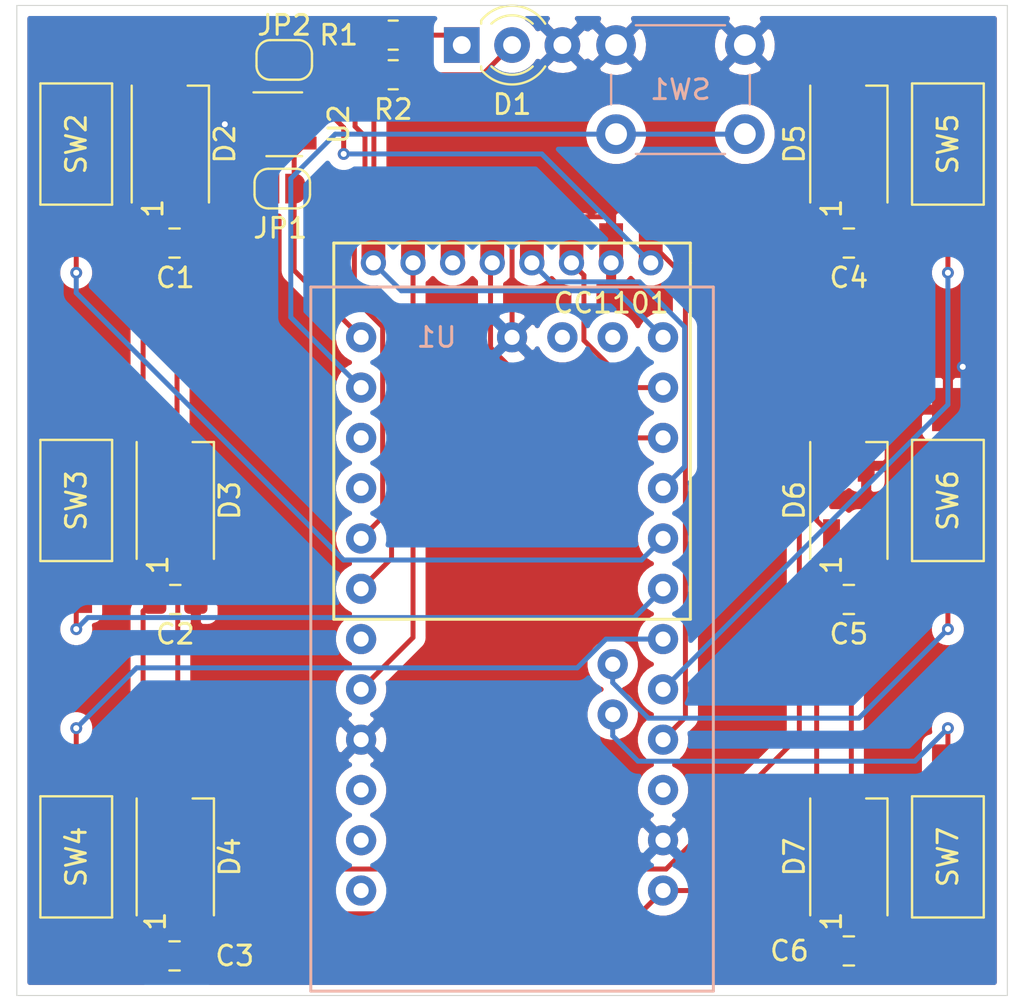
<source format=kicad_pcb>
(kicad_pcb (version 20171130) (host pcbnew "(5.1.9)-1")

  (general
    (thickness 1.6)
    (drawings 4)
    (tracks 164)
    (zones 0)
    (modules 27)
    (nets 37)
  )

  (page A4)
  (layers
    (0 F.Cu signal)
    (31 B.Cu signal)
    (32 B.Adhes user)
    (33 F.Adhes user)
    (34 B.Paste user)
    (35 F.Paste user)
    (36 B.SilkS user)
    (37 F.SilkS user)
    (38 B.Mask user)
    (39 F.Mask user)
    (40 Dwgs.User user)
    (41 Cmts.User user)
    (42 Eco1.User user)
    (43 Eco2.User user)
    (44 Edge.Cuts user)
    (45 Margin user)
    (46 B.CrtYd user)
    (47 F.CrtYd user)
    (48 B.Fab user)
    (49 F.Fab user)
  )

  (setup
    (last_trace_width 0.25)
    (trace_clearance 0.2)
    (zone_clearance 0.508)
    (zone_45_only no)
    (trace_min 0.2)
    (via_size 0.8)
    (via_drill 0.4)
    (via_min_size 0.4)
    (via_min_drill 0.3)
    (uvia_size 0.3)
    (uvia_drill 0.1)
    (uvias_allowed no)
    (uvia_min_size 0.2)
    (uvia_min_drill 0.1)
    (edge_width 0.05)
    (segment_width 0.2)
    (pcb_text_width 0.3)
    (pcb_text_size 1.5 1.5)
    (mod_edge_width 0.12)
    (mod_text_size 1 1)
    (mod_text_width 0.15)
    (pad_size 1.524 1.524)
    (pad_drill 0.762)
    (pad_to_mask_clearance 0)
    (aux_axis_origin 0 0)
    (visible_elements 7FFFFFFF)
    (pcbplotparams
      (layerselection 0x010fc_ffffffff)
      (usegerberextensions false)
      (usegerberattributes true)
      (usegerberadvancedattributes true)
      (creategerberjobfile true)
      (excludeedgelayer true)
      (linewidth 0.100000)
      (plotframeref false)
      (viasonmask false)
      (mode 1)
      (useauxorigin false)
      (hpglpennumber 1)
      (hpglpenspeed 20)
      (hpglpendiameter 15.000000)
      (psnegative false)
      (psa4output false)
      (plotreference true)
      (plotvalue true)
      (plotinvisibletext false)
      (padsonsilk false)
      (subtractmaskfromsilk false)
      (outputformat 1)
      (mirror false)
      (drillshape 0)
      (scaleselection 1)
      (outputdirectory "Gerber/"))
  )

  (net 0 "")
  (net 1 GND)
  (net 2 /5V)
  (net 3 "Net-(D1-Pad2)")
  (net 4 "Net-(D1-Pad1)")
  (net 5 "Net-(D2-Pad2)")
  (net 6 /WS2812B_LED_5V_Lvl)
  (net 7 "Net-(D3-Pad2)")
  (net 8 "Net-(D4-Pad2)")
  (net 9 "Net-(D5-Pad2)")
  (net 10 "Net-(D6-Pad2)")
  (net 11 "Net-(D7-Pad2)")
  (net 12 /3V3)
  (net 13 /MOSI)
  (net 14 /SCK)
  (net 15 /MISO)
  (net 16 "Net-(IC1-Pad6)")
  (net 17 /GDO0)
  (net 18 /CSN)
  (net 19 /CONFIG)
  (net 20 /BTN1)
  (net 21 /BTN2)
  (net 22 /BTN3)
  (net 23 /BTN4)
  (net 24 /BTN5)
  (net 25 /BTN6)
  (net 26 "Net-(U1-PadTXD)")
  (net 27 "Net-(U1-PadRXD)")
  (net 28 "Net-(U1-PadRST)")
  (net 29 "Net-(U1-Pad3)")
  (net 30 /LED1)
  (net 31 /LED2)
  (net 32 "Net-(U1-Pad6)")
  (net 33 "Net-(U1-Pad7)")
  (net 34 /WS_LED)
  (net 35 "Net-(U1-PadA7)")
  (net 36 "Net-(U1-PadA6)")

  (net_class Default "This is the default net class."
    (clearance 0.2)
    (trace_width 0.25)
    (via_dia 0.8)
    (via_drill 0.4)
    (uvia_dia 0.3)
    (uvia_drill 0.1)
    (add_net /3V3)
    (add_net /5V)
    (add_net /BTN1)
    (add_net /BTN2)
    (add_net /BTN3)
    (add_net /BTN4)
    (add_net /BTN5)
    (add_net /BTN6)
    (add_net /CONFIG)
    (add_net /CSN)
    (add_net /GDO0)
    (add_net /LED1)
    (add_net /LED2)
    (add_net /MISO)
    (add_net /MOSI)
    (add_net /SCK)
    (add_net /WS2812B_LED_5V_Lvl)
    (add_net /WS_LED)
    (add_net GND)
    (add_net "Net-(D1-Pad1)")
    (add_net "Net-(D1-Pad2)")
    (add_net "Net-(D2-Pad2)")
    (add_net "Net-(D3-Pad2)")
    (add_net "Net-(D4-Pad2)")
    (add_net "Net-(D5-Pad2)")
    (add_net "Net-(D6-Pad2)")
    (add_net "Net-(D7-Pad2)")
    (add_net "Net-(IC1-Pad6)")
    (add_net "Net-(U1-Pad3)")
    (add_net "Net-(U1-Pad6)")
    (add_net "Net-(U1-Pad7)")
    (add_net "Net-(U1-PadA6)")
    (add_net "Net-(U1-PadA7)")
    (add_net "Net-(U1-PadRST)")
    (add_net "Net-(U1-PadRXD)")
    (add_net "Net-(U1-PadTXD)")
  )

  (module Jumper:SolderJumper-2_P1.3mm_Open_RoundedPad1.0x1.5mm (layer F.Cu) (tedit 5B391E66) (tstamp 606D6628)
    (at 123.5 72.75)
    (descr "SMD Solder Jumper, 1x1.5mm, rounded Pads, 0.3mm gap, open")
    (tags "solder jumper open")
    (path /606F73F0)
    (attr virtual)
    (fp_text reference JP2 (at 0 -1.75) (layer F.SilkS)
      (effects (font (size 1 1) (thickness 0.15)))
    )
    (fp_text value SolderJumper_2_Open (at 0 1.9) (layer F.Fab)
      (effects (font (size 1 1) (thickness 0.15)))
    )
    (fp_arc (start -0.7 -0.3) (end -0.7 -1) (angle -90) (layer F.SilkS) (width 0.12))
    (fp_arc (start -0.7 0.3) (end -1.4 0.3) (angle -90) (layer F.SilkS) (width 0.12))
    (fp_arc (start 0.7 0.3) (end 0.7 1) (angle -90) (layer F.SilkS) (width 0.12))
    (fp_arc (start 0.7 -0.3) (end 1.4 -0.3) (angle -90) (layer F.SilkS) (width 0.12))
    (fp_line (start -1.4 0.3) (end -1.4 -0.3) (layer F.SilkS) (width 0.12))
    (fp_line (start 0.7 1) (end -0.7 1) (layer F.SilkS) (width 0.12))
    (fp_line (start 1.4 -0.3) (end 1.4 0.3) (layer F.SilkS) (width 0.12))
    (fp_line (start -0.7 -1) (end 0.7 -1) (layer F.SilkS) (width 0.12))
    (fp_line (start -1.65 -1.25) (end 1.65 -1.25) (layer F.CrtYd) (width 0.05))
    (fp_line (start -1.65 -1.25) (end -1.65 1.25) (layer F.CrtYd) (width 0.05))
    (fp_line (start 1.65 1.25) (end 1.65 -1.25) (layer F.CrtYd) (width 0.05))
    (fp_line (start 1.65 1.25) (end -1.65 1.25) (layer F.CrtYd) (width 0.05))
    (pad 2 smd custom (at 0.65 0) (size 1 0.5) (layers F.Cu F.Mask)
      (net 12 /3V3) (zone_connect 2)
      (options (clearance outline) (anchor rect))
      (primitives
        (gr_circle (center 0 0.25) (end 0.5 0.25) (width 0))
        (gr_circle (center 0 -0.25) (end 0.5 -0.25) (width 0))
        (gr_poly (pts
           (xy 0 -0.75) (xy -0.5 -0.75) (xy -0.5 0.75) (xy 0 0.75)) (width 0))
      ))
    (pad 1 smd custom (at -0.65 0) (size 1 0.5) (layers F.Cu F.Mask)
      (net 2 /5V) (zone_connect 2)
      (options (clearance outline) (anchor rect))
      (primitives
        (gr_circle (center 0 0.25) (end 0.5 0.25) (width 0))
        (gr_circle (center 0 -0.25) (end 0.5 -0.25) (width 0))
        (gr_poly (pts
           (xy 0 -0.75) (xy 0.5 -0.75) (xy 0.5 0.75) (xy 0 0.75)) (width 0))
      ))
  )

  (module Jumper:SolderJumper-2_P1.3mm_Open_RoundedPad1.0x1.5mm (layer F.Cu) (tedit 5B391E66) (tstamp 606D6616)
    (at 123.4 79.25)
    (descr "SMD Solder Jumper, 1x1.5mm, rounded Pads, 0.3mm gap, open")
    (tags "solder jumper open")
    (path /606F211B)
    (attr virtual)
    (fp_text reference JP1 (at -0.1 2) (layer F.SilkS)
      (effects (font (size 1 1) (thickness 0.15)))
    )
    (fp_text value SolderJumper_2_Open (at 0 1.9) (layer F.Fab)
      (effects (font (size 1 1) (thickness 0.15)))
    )
    (fp_arc (start -0.7 -0.3) (end -0.7 -1) (angle -90) (layer F.SilkS) (width 0.12))
    (fp_arc (start -0.7 0.3) (end -1.4 0.3) (angle -90) (layer F.SilkS) (width 0.12))
    (fp_arc (start 0.7 0.3) (end 0.7 1) (angle -90) (layer F.SilkS) (width 0.12))
    (fp_arc (start 0.7 -0.3) (end 1.4 -0.3) (angle -90) (layer F.SilkS) (width 0.12))
    (fp_line (start -1.4 0.3) (end -1.4 -0.3) (layer F.SilkS) (width 0.12))
    (fp_line (start 0.7 1) (end -0.7 1) (layer F.SilkS) (width 0.12))
    (fp_line (start 1.4 -0.3) (end 1.4 0.3) (layer F.SilkS) (width 0.12))
    (fp_line (start -0.7 -1) (end 0.7 -1) (layer F.SilkS) (width 0.12))
    (fp_line (start -1.65 -1.25) (end 1.65 -1.25) (layer F.CrtYd) (width 0.05))
    (fp_line (start -1.65 -1.25) (end -1.65 1.25) (layer F.CrtYd) (width 0.05))
    (fp_line (start 1.65 1.25) (end 1.65 -1.25) (layer F.CrtYd) (width 0.05))
    (fp_line (start 1.65 1.25) (end -1.65 1.25) (layer F.CrtYd) (width 0.05))
    (pad 2 smd custom (at 0.65 0) (size 1 0.5) (layers F.Cu F.Mask)
      (net 34 /WS_LED) (zone_connect 2)
      (options (clearance outline) (anchor rect))
      (primitives
        (gr_circle (center 0 0.25) (end 0.5 0.25) (width 0))
        (gr_circle (center 0 -0.25) (end 0.5 -0.25) (width 0))
        (gr_poly (pts
           (xy 0 -0.75) (xy -0.5 -0.75) (xy -0.5 0.75) (xy 0 0.75)) (width 0))
      ))
    (pad 1 smd custom (at -0.65 0) (size 1 0.5) (layers F.Cu F.Mask)
      (net 6 /WS2812B_LED_5V_Lvl) (zone_connect 2)
      (options (clearance outline) (anchor rect))
      (primitives
        (gr_circle (center 0 0.25) (end 0.5 0.25) (width 0))
        (gr_circle (center 0 -0.25) (end 0.5 -0.25) (width 0))
        (gr_poly (pts
           (xy 0 -0.75) (xy 0.5 -0.75) (xy 0.5 0.75) (xy 0 0.75)) (width 0))
      ))
  )

  (module Button_Switch_THT:SW_PUSH_6mm_H4.3mm (layer B.Cu) (tedit 5A02FE31) (tstamp 606903AD)
    (at 146.75 72 180)
    (descr "tactile push button, 6x6mm e.g. PHAP33xx series, height=4.3mm")
    (tags "tact sw push 6mm")
    (path /5D6D2706)
    (fp_text reference SW1 (at 3.25 -2.25) (layer B.SilkS)
      (effects (font (size 1 1) (thickness 0.15)) (justify mirror))
    )
    (fp_text value Config (at 3.25 -6.75) (layer B.Fab)
      (effects (font (size 1 1) (thickness 0.15)) (justify mirror))
    )
    (fp_circle (center 3.25 -2.25) (end 1.25 -2.5) (layer B.Fab) (width 0.1))
    (fp_line (start 6.75 -3) (end 6.75 -1.5) (layer B.SilkS) (width 0.12))
    (fp_line (start 5.5 1) (end 1 1) (layer B.SilkS) (width 0.12))
    (fp_line (start -0.25 -1.5) (end -0.25 -3) (layer B.SilkS) (width 0.12))
    (fp_line (start 1 -5.5) (end 5.5 -5.5) (layer B.SilkS) (width 0.12))
    (fp_line (start 8 1.25) (end 8 -5.75) (layer B.CrtYd) (width 0.05))
    (fp_line (start 7.75 -6) (end -1.25 -6) (layer B.CrtYd) (width 0.05))
    (fp_line (start -1.5 -5.75) (end -1.5 1.25) (layer B.CrtYd) (width 0.05))
    (fp_line (start -1.25 1.5) (end 7.75 1.5) (layer B.CrtYd) (width 0.05))
    (fp_line (start -1.5 -6) (end -1.25 -6) (layer B.CrtYd) (width 0.05))
    (fp_line (start -1.5 -5.75) (end -1.5 -6) (layer B.CrtYd) (width 0.05))
    (fp_line (start -1.5 1.5) (end -1.25 1.5) (layer B.CrtYd) (width 0.05))
    (fp_line (start -1.5 1.25) (end -1.5 1.5) (layer B.CrtYd) (width 0.05))
    (fp_line (start 8 1.5) (end 8 1.25) (layer B.CrtYd) (width 0.05))
    (fp_line (start 7.75 1.5) (end 8 1.5) (layer B.CrtYd) (width 0.05))
    (fp_line (start 8 -6) (end 8 -5.75) (layer B.CrtYd) (width 0.05))
    (fp_line (start 7.75 -6) (end 8 -6) (layer B.CrtYd) (width 0.05))
    (fp_line (start 0.25 0.75) (end 3.25 0.75) (layer B.Fab) (width 0.1))
    (fp_line (start 0.25 -5.25) (end 0.25 0.75) (layer B.Fab) (width 0.1))
    (fp_line (start 6.25 -5.25) (end 0.25 -5.25) (layer B.Fab) (width 0.1))
    (fp_line (start 6.25 0.75) (end 6.25 -5.25) (layer B.Fab) (width 0.1))
    (fp_line (start 3.25 0.75) (end 6.25 0.75) (layer B.Fab) (width 0.1))
    (fp_text user %R (at 3.25 -2.25) (layer B.Fab)
      (effects (font (size 1 1) (thickness 0.15)) (justify mirror))
    )
    (pad 1 thru_hole circle (at 6.5 0 90) (size 2 2) (drill 1.1) (layers *.Cu *.Mask)
      (net 1 GND))
    (pad 2 thru_hole circle (at 6.5 -4.5 90) (size 2 2) (drill 1.1) (layers *.Cu *.Mask)
      (net 19 /CONFIG))
    (pad 1 thru_hole circle (at 0 0 90) (size 2 2) (drill 1.1) (layers *.Cu *.Mask)
      (net 1 GND))
    (pad 2 thru_hole circle (at 0 -4.5 90) (size 2 2) (drill 1.1) (layers *.Cu *.Mask)
      (net 19 /CONFIG))
    (model ${KISYS3DMOD}/Button_Switch_THT.3dshapes/SW_PUSH_6mm_H4.3mm.wrl
      (at (xyz 0 0 0))
      (scale (xyz 1 1 1))
      (rotate (xyz 0 0 0))
    )
  )

  (module LED_SMD:LED_SK6812MINI_PLCC4_3.5x3.5mm_P1.75mm (layer F.Cu) (tedit 5AA4B22F) (tstamp 60693AD6)
    (at 117.75 77 90)
    (descr https://cdn-shop.adafruit.com/product-files/2686/SK6812MINI_REV.01-1-2.pdf)
    (tags "LED RGB NeoPixel Mini")
    (path /60ADBECB)
    (attr smd)
    (fp_text reference D2 (at 0 2.75 90) (layer F.SilkS)
      (effects (font (size 1 1) (thickness 0.15)))
    )
    (fp_text value WS2812B (at 0 3.25 90) (layer F.Fab)
      (effects (font (size 1 1) (thickness 0.15)))
    )
    (fp_line (start 2.8 -2) (end -2.8 -2) (layer F.CrtYd) (width 0.05))
    (fp_line (start 2.8 2) (end 2.8 -2) (layer F.CrtYd) (width 0.05))
    (fp_line (start -2.8 2) (end 2.8 2) (layer F.CrtYd) (width 0.05))
    (fp_line (start -2.8 -2) (end -2.8 2) (layer F.CrtYd) (width 0.05))
    (fp_line (start 1.75 0.75) (end 0.75 1.75) (layer F.Fab) (width 0.1))
    (fp_line (start -1.75 -1.75) (end -1.75 1.75) (layer F.Fab) (width 0.1))
    (fp_line (start -1.75 1.75) (end 1.75 1.75) (layer F.Fab) (width 0.1))
    (fp_line (start 1.75 1.75) (end 1.75 -1.75) (layer F.Fab) (width 0.1))
    (fp_line (start 1.75 -1.75) (end -1.75 -1.75) (layer F.Fab) (width 0.1))
    (fp_line (start -2.95 -1.95) (end 2.95 -1.95) (layer F.SilkS) (width 0.12))
    (fp_line (start -2.95 1.95) (end 2.95 1.95) (layer F.SilkS) (width 0.12))
    (fp_line (start 2.95 1.95) (end 2.95 0.875) (layer F.SilkS) (width 0.12))
    (fp_circle (center 0 0) (end 0 -1.5) (layer F.Fab) (width 0.1))
    (fp_text user %R (at 0 0 90) (layer F.Fab)
      (effects (font (size 0.5 0.5) (thickness 0.1)))
    )
    (fp_text user 1 (at -3.25 -0.875 90) (layer F.SilkS)
      (effects (font (size 1 1) (thickness 0.15)))
    )
    (pad 1 smd rect (at -1.75 -0.875 90) (size 1.6 0.85) (layers F.Cu F.Paste F.Mask)
      (net 2 /5V))
    (pad 2 smd rect (at -1.75 0.875 90) (size 1.6 0.85) (layers F.Cu F.Paste F.Mask)
      (net 5 "Net-(D2-Pad2)"))
    (pad 4 smd rect (at 1.75 -0.875 90) (size 1.6 0.85) (layers F.Cu F.Paste F.Mask)
      (net 6 /WS2812B_LED_5V_Lvl))
    (pad 3 smd rect (at 1.75 0.875 90) (size 1.6 0.85) (layers F.Cu F.Paste F.Mask)
      (net 1 GND))
    (model ${KISYS3DMOD}/LED_SMD.3dshapes/LED_SK6812MINI_PLCC4_3.5x3.5mm_P1.75mm.wrl
      (at (xyz 0 0 0))
      (scale (xyz 1 1 1))
      (rotate (xyz 0 0 0))
    )
  )

  (module LED_SMD:LED_SK6812MINI_PLCC4_3.5x3.5mm_P1.75mm (layer F.Cu) (tedit 5AA4B22F) (tstamp 6069031C)
    (at 118 95 90)
    (descr https://cdn-shop.adafruit.com/product-files/2686/SK6812MINI_REV.01-1-2.pdf)
    (tags "LED RGB NeoPixel Mini")
    (path /60ADD2BA)
    (attr smd)
    (fp_text reference D3 (at 0 2.75 90) (layer F.SilkS)
      (effects (font (size 1 1) (thickness 0.15)))
    )
    (fp_text value WS2812B (at 0 3.25 90) (layer F.Fab)
      (effects (font (size 1 1) (thickness 0.15)))
    )
    (fp_line (start 2.8 -2) (end -2.8 -2) (layer F.CrtYd) (width 0.05))
    (fp_line (start 2.8 2) (end 2.8 -2) (layer F.CrtYd) (width 0.05))
    (fp_line (start -2.8 2) (end 2.8 2) (layer F.CrtYd) (width 0.05))
    (fp_line (start -2.8 -2) (end -2.8 2) (layer F.CrtYd) (width 0.05))
    (fp_line (start 1.75 0.75) (end 0.75 1.75) (layer F.Fab) (width 0.1))
    (fp_line (start -1.75 -1.75) (end -1.75 1.75) (layer F.Fab) (width 0.1))
    (fp_line (start -1.75 1.75) (end 1.75 1.75) (layer F.Fab) (width 0.1))
    (fp_line (start 1.75 1.75) (end 1.75 -1.75) (layer F.Fab) (width 0.1))
    (fp_line (start 1.75 -1.75) (end -1.75 -1.75) (layer F.Fab) (width 0.1))
    (fp_line (start -2.95 -1.95) (end 2.95 -1.95) (layer F.SilkS) (width 0.12))
    (fp_line (start -2.95 1.95) (end 2.95 1.95) (layer F.SilkS) (width 0.12))
    (fp_line (start 2.95 1.95) (end 2.95 0.875) (layer F.SilkS) (width 0.12))
    (fp_circle (center 0 0) (end 0 -1.5) (layer F.Fab) (width 0.1))
    (fp_text user %R (at 0 0 90) (layer F.Fab)
      (effects (font (size 0.5 0.5) (thickness 0.1)))
    )
    (fp_text user 1 (at -3.25 -0.875 90) (layer F.SilkS)
      (effects (font (size 1 1) (thickness 0.15)))
    )
    (pad 1 smd rect (at -1.75 -0.875 90) (size 1.6 0.85) (layers F.Cu F.Paste F.Mask)
      (net 2 /5V))
    (pad 2 smd rect (at -1.75 0.875 90) (size 1.6 0.85) (layers F.Cu F.Paste F.Mask)
      (net 7 "Net-(D3-Pad2)"))
    (pad 4 smd rect (at 1.75 -0.875 90) (size 1.6 0.85) (layers F.Cu F.Paste F.Mask)
      (net 5 "Net-(D2-Pad2)"))
    (pad 3 smd rect (at 1.75 0.875 90) (size 1.6 0.85) (layers F.Cu F.Paste F.Mask)
      (net 1 GND))
    (model ${KISYS3DMOD}/LED_SMD.3dshapes/LED_SK6812MINI_PLCC4_3.5x3.5mm_P1.75mm.wrl
      (at (xyz 0 0 0))
      (scale (xyz 1 1 1))
      (rotate (xyz 0 0 0))
    )
  )

  (module Button_Switch_SMD:SW_SPST_FSMSM (layer F.Cu) (tedit 5A02FC95) (tstamp 60692A77)
    (at 157 113 90)
    (descr http://www.te.com/commerce/DocumentDelivery/DDEController?Action=srchrtrv&DocNm=1437566-3&DocType=Customer+Drawing&DocLang=English)
    (tags "SPST button tactile switch")
    (path /60679D04)
    (attr smd)
    (fp_text reference SW7 (at 0 0 90) (layer F.SilkS)
      (effects (font (size 1 1) (thickness 0.15)))
    )
    (fp_text value BTN6 (at 0 3 90) (layer F.Fab)
      (effects (font (size 1 1) (thickness 0.15)))
    )
    (fp_line (start -1.75 -1) (end 1.75 -1) (layer F.Fab) (width 0.1))
    (fp_line (start 1.75 -1) (end 1.75 1) (layer F.Fab) (width 0.1))
    (fp_line (start 1.75 1) (end -1.75 1) (layer F.Fab) (width 0.1))
    (fp_line (start -1.75 1) (end -1.75 -1) (layer F.Fab) (width 0.1))
    (fp_line (start -3.06 -1.81) (end 3.06 -1.81) (layer F.SilkS) (width 0.12))
    (fp_line (start 3.06 -1.81) (end 3.06 1.81) (layer F.SilkS) (width 0.12))
    (fp_line (start 3.06 1.81) (end -3.06 1.81) (layer F.SilkS) (width 0.12))
    (fp_line (start -3.06 1.81) (end -3.06 -1.81) (layer F.SilkS) (width 0.12))
    (fp_line (start -1.5 0.8) (end 1.5 0.8) (layer F.Fab) (width 0.1))
    (fp_line (start -1.5 -0.8) (end 1.5 -0.8) (layer F.Fab) (width 0.1))
    (fp_line (start 1.5 -0.8) (end 1.5 0.8) (layer F.Fab) (width 0.1))
    (fp_line (start -1.5 -0.8) (end -1.5 0.8) (layer F.Fab) (width 0.1))
    (fp_line (start -5.95 2) (end 5.95 2) (layer F.CrtYd) (width 0.05))
    (fp_line (start 5.95 -2) (end 5.95 2) (layer F.CrtYd) (width 0.05))
    (fp_line (start -3 1.75) (end 3 1.75) (layer F.Fab) (width 0.1))
    (fp_line (start -3 -1.75) (end 3 -1.75) (layer F.Fab) (width 0.1))
    (fp_line (start -3 -1.75) (end -3 1.75) (layer F.Fab) (width 0.1))
    (fp_line (start 3 -1.75) (end 3 1.75) (layer F.Fab) (width 0.1))
    (fp_line (start -5.95 -2) (end -5.95 2) (layer F.CrtYd) (width 0.05))
    (fp_line (start -5.95 -2) (end 5.95 -2) (layer F.CrtYd) (width 0.05))
    (fp_text user %R (at 0 0 90) (layer F.Fab)
      (effects (font (size 1 1) (thickness 0.15)))
    )
    (pad 2 smd rect (at 4.59 0 90) (size 2.18 1.6) (layers F.Cu F.Paste F.Mask)
      (net 25 /BTN6))
    (pad 1 smd rect (at -4.59 0 90) (size 2.18 1.6) (layers F.Cu F.Paste F.Mask)
      (net 1 GND))
    (model ${KISYS3DMOD}/Button_Switch_SMD.3dshapes/SW_SPST_FSMSM.wrl
      (at (xyz 0 0 0))
      (scale (xyz 1 1 1))
      (rotate (xyz 0 0 0))
    )
  )

  (module Button_Switch_SMD:SW_SPST_FSMSM (layer F.Cu) (tedit 5A02FC95) (tstamp 60692A5C)
    (at 157 95 270)
    (descr http://www.te.com/commerce/DocumentDelivery/DDEController?Action=srchrtrv&DocNm=1437566-3&DocType=Customer+Drawing&DocLang=English)
    (tags "SPST button tactile switch")
    (path /6067A1E8)
    (attr smd)
    (fp_text reference SW6 (at 0 0 90) (layer F.SilkS)
      (effects (font (size 1 1) (thickness 0.15)))
    )
    (fp_text value BTN5 (at 0 3 90) (layer F.Fab)
      (effects (font (size 1 1) (thickness 0.15)))
    )
    (fp_line (start -1.75 -1) (end 1.75 -1) (layer F.Fab) (width 0.1))
    (fp_line (start 1.75 -1) (end 1.75 1) (layer F.Fab) (width 0.1))
    (fp_line (start 1.75 1) (end -1.75 1) (layer F.Fab) (width 0.1))
    (fp_line (start -1.75 1) (end -1.75 -1) (layer F.Fab) (width 0.1))
    (fp_line (start -3.06 -1.81) (end 3.06 -1.81) (layer F.SilkS) (width 0.12))
    (fp_line (start 3.06 -1.81) (end 3.06 1.81) (layer F.SilkS) (width 0.12))
    (fp_line (start 3.06 1.81) (end -3.06 1.81) (layer F.SilkS) (width 0.12))
    (fp_line (start -3.06 1.81) (end -3.06 -1.81) (layer F.SilkS) (width 0.12))
    (fp_line (start -1.5 0.8) (end 1.5 0.8) (layer F.Fab) (width 0.1))
    (fp_line (start -1.5 -0.8) (end 1.5 -0.8) (layer F.Fab) (width 0.1))
    (fp_line (start 1.5 -0.8) (end 1.5 0.8) (layer F.Fab) (width 0.1))
    (fp_line (start -1.5 -0.8) (end -1.5 0.8) (layer F.Fab) (width 0.1))
    (fp_line (start -5.95 2) (end 5.95 2) (layer F.CrtYd) (width 0.05))
    (fp_line (start 5.95 -2) (end 5.95 2) (layer F.CrtYd) (width 0.05))
    (fp_line (start -3 1.75) (end 3 1.75) (layer F.Fab) (width 0.1))
    (fp_line (start -3 -1.75) (end 3 -1.75) (layer F.Fab) (width 0.1))
    (fp_line (start -3 -1.75) (end -3 1.75) (layer F.Fab) (width 0.1))
    (fp_line (start 3 -1.75) (end 3 1.75) (layer F.Fab) (width 0.1))
    (fp_line (start -5.95 -2) (end -5.95 2) (layer F.CrtYd) (width 0.05))
    (fp_line (start -5.95 -2) (end 5.95 -2) (layer F.CrtYd) (width 0.05))
    (fp_text user %R (at 0 0 90) (layer F.Fab)
      (effects (font (size 1 1) (thickness 0.15)))
    )
    (pad 2 smd rect (at 4.59 0 270) (size 2.18 1.6) (layers F.Cu F.Paste F.Mask)
      (net 24 /BTN5))
    (pad 1 smd rect (at -4.59 0 270) (size 2.18 1.6) (layers F.Cu F.Paste F.Mask)
      (net 1 GND))
    (model ${KISYS3DMOD}/Button_Switch_SMD.3dshapes/SW_SPST_FSMSM.wrl
      (at (xyz 0 0 0))
      (scale (xyz 1 1 1))
      (rotate (xyz 0 0 0))
    )
  )

  (module Button_Switch_SMD:SW_SPST_FSMSM (layer F.Cu) (tedit 5A02FC95) (tstamp 60692A41)
    (at 157 77 270)
    (descr http://www.te.com/commerce/DocumentDelivery/DDEController?Action=srchrtrv&DocNm=1437566-3&DocType=Customer+Drawing&DocLang=English)
    (tags "SPST button tactile switch")
    (path /60674236)
    (attr smd)
    (fp_text reference SW5 (at 0 0 90) (layer F.SilkS)
      (effects (font (size 1 1) (thickness 0.15)))
    )
    (fp_text value BTN4 (at 0 3 90) (layer F.Fab)
      (effects (font (size 1 1) (thickness 0.15)))
    )
    (fp_line (start -1.75 -1) (end 1.75 -1) (layer F.Fab) (width 0.1))
    (fp_line (start 1.75 -1) (end 1.75 1) (layer F.Fab) (width 0.1))
    (fp_line (start 1.75 1) (end -1.75 1) (layer F.Fab) (width 0.1))
    (fp_line (start -1.75 1) (end -1.75 -1) (layer F.Fab) (width 0.1))
    (fp_line (start -3.06 -1.81) (end 3.06 -1.81) (layer F.SilkS) (width 0.12))
    (fp_line (start 3.06 -1.81) (end 3.06 1.81) (layer F.SilkS) (width 0.12))
    (fp_line (start 3.06 1.81) (end -3.06 1.81) (layer F.SilkS) (width 0.12))
    (fp_line (start -3.06 1.81) (end -3.06 -1.81) (layer F.SilkS) (width 0.12))
    (fp_line (start -1.5 0.8) (end 1.5 0.8) (layer F.Fab) (width 0.1))
    (fp_line (start -1.5 -0.8) (end 1.5 -0.8) (layer F.Fab) (width 0.1))
    (fp_line (start 1.5 -0.8) (end 1.5 0.8) (layer F.Fab) (width 0.1))
    (fp_line (start -1.5 -0.8) (end -1.5 0.8) (layer F.Fab) (width 0.1))
    (fp_line (start -5.95 2) (end 5.95 2) (layer F.CrtYd) (width 0.05))
    (fp_line (start 5.95 -2) (end 5.95 2) (layer F.CrtYd) (width 0.05))
    (fp_line (start -3 1.75) (end 3 1.75) (layer F.Fab) (width 0.1))
    (fp_line (start -3 -1.75) (end 3 -1.75) (layer F.Fab) (width 0.1))
    (fp_line (start -3 -1.75) (end -3 1.75) (layer F.Fab) (width 0.1))
    (fp_line (start 3 -1.75) (end 3 1.75) (layer F.Fab) (width 0.1))
    (fp_line (start -5.95 -2) (end -5.95 2) (layer F.CrtYd) (width 0.05))
    (fp_line (start -5.95 -2) (end 5.95 -2) (layer F.CrtYd) (width 0.05))
    (fp_text user %R (at 0 0 90) (layer F.Fab)
      (effects (font (size 1 1) (thickness 0.15)))
    )
    (pad 2 smd rect (at 4.59 0 270) (size 2.18 1.6) (layers F.Cu F.Paste F.Mask)
      (net 23 /BTN4))
    (pad 1 smd rect (at -4.59 0 270) (size 2.18 1.6) (layers F.Cu F.Paste F.Mask)
      (net 1 GND))
    (model ${KISYS3DMOD}/Button_Switch_SMD.3dshapes/SW_SPST_FSMSM.wrl
      (at (xyz 0 0 0))
      (scale (xyz 1 1 1))
      (rotate (xyz 0 0 0))
    )
  )

  (module Button_Switch_SMD:SW_SPST_FSMSM (layer F.Cu) (tedit 5A02FC95) (tstamp 60692A26)
    (at 113 113 90)
    (descr http://www.te.com/commerce/DocumentDelivery/DDEController?Action=srchrtrv&DocNm=1437566-3&DocType=Customer+Drawing&DocLang=English)
    (tags "SPST button tactile switch")
    (path /606746EE)
    (attr smd)
    (fp_text reference SW4 (at 0 0 90) (layer F.SilkS)
      (effects (font (size 1 1) (thickness 0.15)))
    )
    (fp_text value BTN3 (at 0 3 90) (layer F.Fab)
      (effects (font (size 1 1) (thickness 0.15)))
    )
    (fp_line (start -1.75 -1) (end 1.75 -1) (layer F.Fab) (width 0.1))
    (fp_line (start 1.75 -1) (end 1.75 1) (layer F.Fab) (width 0.1))
    (fp_line (start 1.75 1) (end -1.75 1) (layer F.Fab) (width 0.1))
    (fp_line (start -1.75 1) (end -1.75 -1) (layer F.Fab) (width 0.1))
    (fp_line (start -3.06 -1.81) (end 3.06 -1.81) (layer F.SilkS) (width 0.12))
    (fp_line (start 3.06 -1.81) (end 3.06 1.81) (layer F.SilkS) (width 0.12))
    (fp_line (start 3.06 1.81) (end -3.06 1.81) (layer F.SilkS) (width 0.12))
    (fp_line (start -3.06 1.81) (end -3.06 -1.81) (layer F.SilkS) (width 0.12))
    (fp_line (start -1.5 0.8) (end 1.5 0.8) (layer F.Fab) (width 0.1))
    (fp_line (start -1.5 -0.8) (end 1.5 -0.8) (layer F.Fab) (width 0.1))
    (fp_line (start 1.5 -0.8) (end 1.5 0.8) (layer F.Fab) (width 0.1))
    (fp_line (start -1.5 -0.8) (end -1.5 0.8) (layer F.Fab) (width 0.1))
    (fp_line (start -5.95 2) (end 5.95 2) (layer F.CrtYd) (width 0.05))
    (fp_line (start 5.95 -2) (end 5.95 2) (layer F.CrtYd) (width 0.05))
    (fp_line (start -3 1.75) (end 3 1.75) (layer F.Fab) (width 0.1))
    (fp_line (start -3 -1.75) (end 3 -1.75) (layer F.Fab) (width 0.1))
    (fp_line (start -3 -1.75) (end -3 1.75) (layer F.Fab) (width 0.1))
    (fp_line (start 3 -1.75) (end 3 1.75) (layer F.Fab) (width 0.1))
    (fp_line (start -5.95 -2) (end -5.95 2) (layer F.CrtYd) (width 0.05))
    (fp_line (start -5.95 -2) (end 5.95 -2) (layer F.CrtYd) (width 0.05))
    (fp_text user %R (at 0 0 90) (layer F.Fab)
      (effects (font (size 1 1) (thickness 0.15)))
    )
    (pad 2 smd rect (at 4.59 0 90) (size 2.18 1.6) (layers F.Cu F.Paste F.Mask)
      (net 22 /BTN3))
    (pad 1 smd rect (at -4.59 0 90) (size 2.18 1.6) (layers F.Cu F.Paste F.Mask)
      (net 1 GND))
    (model ${KISYS3DMOD}/Button_Switch_SMD.3dshapes/SW_SPST_FSMSM.wrl
      (at (xyz 0 0 0))
      (scale (xyz 1 1 1))
      (rotate (xyz 0 0 0))
    )
  )

  (module Button_Switch_SMD:SW_SPST_FSMSM (layer F.Cu) (tedit 5A02FC95) (tstamp 60692A0B)
    (at 113 95 270)
    (descr http://www.te.com/commerce/DocumentDelivery/DDEController?Action=srchrtrv&DocNm=1437566-3&DocType=Customer+Drawing&DocLang=English)
    (tags "SPST button tactile switch")
    (path /5D77E58F)
    (attr smd)
    (fp_text reference SW3 (at 0 0 90) (layer F.SilkS)
      (effects (font (size 1 1) (thickness 0.15)))
    )
    (fp_text value BTN2 (at 0 3 90) (layer F.Fab)
      (effects (font (size 1 1) (thickness 0.15)))
    )
    (fp_line (start -1.75 -1) (end 1.75 -1) (layer F.Fab) (width 0.1))
    (fp_line (start 1.75 -1) (end 1.75 1) (layer F.Fab) (width 0.1))
    (fp_line (start 1.75 1) (end -1.75 1) (layer F.Fab) (width 0.1))
    (fp_line (start -1.75 1) (end -1.75 -1) (layer F.Fab) (width 0.1))
    (fp_line (start -3.06 -1.81) (end 3.06 -1.81) (layer F.SilkS) (width 0.12))
    (fp_line (start 3.06 -1.81) (end 3.06 1.81) (layer F.SilkS) (width 0.12))
    (fp_line (start 3.06 1.81) (end -3.06 1.81) (layer F.SilkS) (width 0.12))
    (fp_line (start -3.06 1.81) (end -3.06 -1.81) (layer F.SilkS) (width 0.12))
    (fp_line (start -1.5 0.8) (end 1.5 0.8) (layer F.Fab) (width 0.1))
    (fp_line (start -1.5 -0.8) (end 1.5 -0.8) (layer F.Fab) (width 0.1))
    (fp_line (start 1.5 -0.8) (end 1.5 0.8) (layer F.Fab) (width 0.1))
    (fp_line (start -1.5 -0.8) (end -1.5 0.8) (layer F.Fab) (width 0.1))
    (fp_line (start -5.95 2) (end 5.95 2) (layer F.CrtYd) (width 0.05))
    (fp_line (start 5.95 -2) (end 5.95 2) (layer F.CrtYd) (width 0.05))
    (fp_line (start -3 1.75) (end 3 1.75) (layer F.Fab) (width 0.1))
    (fp_line (start -3 -1.75) (end 3 -1.75) (layer F.Fab) (width 0.1))
    (fp_line (start -3 -1.75) (end -3 1.75) (layer F.Fab) (width 0.1))
    (fp_line (start 3 -1.75) (end 3 1.75) (layer F.Fab) (width 0.1))
    (fp_line (start -5.95 -2) (end -5.95 2) (layer F.CrtYd) (width 0.05))
    (fp_line (start -5.95 -2) (end 5.95 -2) (layer F.CrtYd) (width 0.05))
    (fp_text user %R (at 0 0 90) (layer F.Fab)
      (effects (font (size 1 1) (thickness 0.15)))
    )
    (pad 2 smd rect (at 4.59 0 270) (size 2.18 1.6) (layers F.Cu F.Paste F.Mask)
      (net 21 /BTN2))
    (pad 1 smd rect (at -4.59 0 270) (size 2.18 1.6) (layers F.Cu F.Paste F.Mask)
      (net 1 GND))
    (model ${KISYS3DMOD}/Button_Switch_SMD.3dshapes/SW_SPST_FSMSM.wrl
      (at (xyz 0 0 0))
      (scale (xyz 1 1 1))
      (rotate (xyz 0 0 0))
    )
  )

  (module Button_Switch_SMD:SW_SPST_FSMSM (layer F.Cu) (tedit 5A02FC95) (tstamp 606929F0)
    (at 113 77 270)
    (descr http://www.te.com/commerce/DocumentDelivery/DDEController?Action=srchrtrv&DocNm=1437566-3&DocType=Customer+Drawing&DocLang=English)
    (tags "SPST button tactile switch")
    (path /5D77F5B1)
    (attr smd)
    (fp_text reference SW2 (at 0 0 90) (layer F.SilkS)
      (effects (font (size 1 1) (thickness 0.15)))
    )
    (fp_text value BTN1 (at 0 3 90) (layer F.Fab)
      (effects (font (size 1 1) (thickness 0.15)))
    )
    (fp_line (start -1.75 -1) (end 1.75 -1) (layer F.Fab) (width 0.1))
    (fp_line (start 1.75 -1) (end 1.75 1) (layer F.Fab) (width 0.1))
    (fp_line (start 1.75 1) (end -1.75 1) (layer F.Fab) (width 0.1))
    (fp_line (start -1.75 1) (end -1.75 -1) (layer F.Fab) (width 0.1))
    (fp_line (start -3.06 -1.81) (end 3.06 -1.81) (layer F.SilkS) (width 0.12))
    (fp_line (start 3.06 -1.81) (end 3.06 1.81) (layer F.SilkS) (width 0.12))
    (fp_line (start 3.06 1.81) (end -3.06 1.81) (layer F.SilkS) (width 0.12))
    (fp_line (start -3.06 1.81) (end -3.06 -1.81) (layer F.SilkS) (width 0.12))
    (fp_line (start -1.5 0.8) (end 1.5 0.8) (layer F.Fab) (width 0.1))
    (fp_line (start -1.5 -0.8) (end 1.5 -0.8) (layer F.Fab) (width 0.1))
    (fp_line (start 1.5 -0.8) (end 1.5 0.8) (layer F.Fab) (width 0.1))
    (fp_line (start -1.5 -0.8) (end -1.5 0.8) (layer F.Fab) (width 0.1))
    (fp_line (start -5.95 2) (end 5.95 2) (layer F.CrtYd) (width 0.05))
    (fp_line (start 5.95 -2) (end 5.95 2) (layer F.CrtYd) (width 0.05))
    (fp_line (start -3 1.75) (end 3 1.75) (layer F.Fab) (width 0.1))
    (fp_line (start -3 -1.75) (end 3 -1.75) (layer F.Fab) (width 0.1))
    (fp_line (start -3 -1.75) (end -3 1.75) (layer F.Fab) (width 0.1))
    (fp_line (start 3 -1.75) (end 3 1.75) (layer F.Fab) (width 0.1))
    (fp_line (start -5.95 -2) (end -5.95 2) (layer F.CrtYd) (width 0.05))
    (fp_line (start -5.95 -2) (end 5.95 -2) (layer F.CrtYd) (width 0.05))
    (fp_text user %R (at 0 0 90) (layer F.Fab)
      (effects (font (size 1 1) (thickness 0.15)))
    )
    (pad 2 smd rect (at 4.59 0 270) (size 2.18 1.6) (layers F.Cu F.Paste F.Mask)
      (net 20 /BTN1))
    (pad 1 smd rect (at -4.59 0 270) (size 2.18 1.6) (layers F.Cu F.Paste F.Mask)
      (net 1 GND))
    (model ${KISYS3DMOD}/Button_Switch_SMD.3dshapes/SW_SPST_FSMSM.wrl
      (at (xyz 0 0 0))
      (scale (xyz 1 1 1))
      (rotate (xyz 0 0 0))
    )
  )

  (module Resistor_SMD:R_0805_2012Metric_Pad1.20x1.40mm_HandSolder (layer F.Cu) (tedit 5F68FEEE) (tstamp 60690CF5)
    (at 129 73.5)
    (descr "Resistor SMD 0805 (2012 Metric), square (rectangular) end terminal, IPC_7351 nominal with elongated pad for handsoldering. (Body size source: IPC-SM-782 page 72, https://www.pcb-3d.com/wordpress/wp-content/uploads/ipc-sm-782a_amendment_1_and_2.pdf), generated with kicad-footprint-generator")
    (tags "resistor handsolder")
    (path /5D6E75CA)
    (attr smd)
    (fp_text reference R2 (at 0 1.75) (layer F.SilkS)
      (effects (font (size 1 1) (thickness 0.15)))
    )
    (fp_text value 330 (at 0 1.65) (layer F.Fab)
      (effects (font (size 1 1) (thickness 0.15)))
    )
    (fp_line (start -1 0.625) (end -1 -0.625) (layer F.Fab) (width 0.1))
    (fp_line (start -1 -0.625) (end 1 -0.625) (layer F.Fab) (width 0.1))
    (fp_line (start 1 -0.625) (end 1 0.625) (layer F.Fab) (width 0.1))
    (fp_line (start 1 0.625) (end -1 0.625) (layer F.Fab) (width 0.1))
    (fp_line (start -0.227064 -0.735) (end 0.227064 -0.735) (layer F.SilkS) (width 0.12))
    (fp_line (start -0.227064 0.735) (end 0.227064 0.735) (layer F.SilkS) (width 0.12))
    (fp_line (start -1.85 0.95) (end -1.85 -0.95) (layer F.CrtYd) (width 0.05))
    (fp_line (start -1.85 -0.95) (end 1.85 -0.95) (layer F.CrtYd) (width 0.05))
    (fp_line (start 1.85 -0.95) (end 1.85 0.95) (layer F.CrtYd) (width 0.05))
    (fp_line (start 1.85 0.95) (end -1.85 0.95) (layer F.CrtYd) (width 0.05))
    (fp_text user %R (at 0 0) (layer F.Fab)
      (effects (font (size 0.5 0.5) (thickness 0.08)))
    )
    (pad 2 smd roundrect (at 1 0) (size 1.2 1.4) (layers F.Cu F.Paste F.Mask) (roundrect_rratio 0.2083325)
      (net 3 "Net-(D1-Pad2)"))
    (pad 1 smd roundrect (at -1 0) (size 1.2 1.4) (layers F.Cu F.Paste F.Mask) (roundrect_rratio 0.2083325)
      (net 30 /LED1))
    (model ${KISYS3DMOD}/Resistor_SMD.3dshapes/R_0805_2012Metric.wrl
      (at (xyz 0 0 0))
      (scale (xyz 1 1 1))
      (rotate (xyz 0 0 0))
    )
  )

  (module Resistor_SMD:R_0805_2012Metric_Pad1.20x1.40mm_HandSolder (layer F.Cu) (tedit 5F68FEEE) (tstamp 60690CE4)
    (at 129 71.5)
    (descr "Resistor SMD 0805 (2012 Metric), square (rectangular) end terminal, IPC_7351 nominal with elongated pad for handsoldering. (Body size source: IPC-SM-782 page 72, https://www.pcb-3d.com/wordpress/wp-content/uploads/ipc-sm-782a_amendment_1_and_2.pdf), generated with kicad-footprint-generator")
    (tags "resistor handsolder")
    (path /5D6E6EE2)
    (attr smd)
    (fp_text reference R1 (at -2.75 0) (layer F.SilkS)
      (effects (font (size 1 1) (thickness 0.15)))
    )
    (fp_text value 330 (at 0 1.65) (layer F.Fab)
      (effects (font (size 1 1) (thickness 0.15)))
    )
    (fp_line (start -1 0.625) (end -1 -0.625) (layer F.Fab) (width 0.1))
    (fp_line (start -1 -0.625) (end 1 -0.625) (layer F.Fab) (width 0.1))
    (fp_line (start 1 -0.625) (end 1 0.625) (layer F.Fab) (width 0.1))
    (fp_line (start 1 0.625) (end -1 0.625) (layer F.Fab) (width 0.1))
    (fp_line (start -0.227064 -0.735) (end 0.227064 -0.735) (layer F.SilkS) (width 0.12))
    (fp_line (start -0.227064 0.735) (end 0.227064 0.735) (layer F.SilkS) (width 0.12))
    (fp_line (start -1.85 0.95) (end -1.85 -0.95) (layer F.CrtYd) (width 0.05))
    (fp_line (start -1.85 -0.95) (end 1.85 -0.95) (layer F.CrtYd) (width 0.05))
    (fp_line (start 1.85 -0.95) (end 1.85 0.95) (layer F.CrtYd) (width 0.05))
    (fp_line (start 1.85 0.95) (end -1.85 0.95) (layer F.CrtYd) (width 0.05))
    (fp_text user %R (at 0 0) (layer F.Fab)
      (effects (font (size 0.5 0.5) (thickness 0.08)))
    )
    (pad 2 smd roundrect (at 1 0) (size 1.2 1.4) (layers F.Cu F.Paste F.Mask) (roundrect_rratio 0.2083325)
      (net 4 "Net-(D1-Pad1)"))
    (pad 1 smd roundrect (at -1 0) (size 1.2 1.4) (layers F.Cu F.Paste F.Mask) (roundrect_rratio 0.2083325)
      (net 31 /LED2))
    (model ${KISYS3DMOD}/Resistor_SMD.3dshapes/R_0805_2012Metric.wrl
      (at (xyz 0 0 0))
      (scale (xyz 1 1 1))
      (rotate (xyz 0 0 0))
    )
  )

  (module Package_TO_SOT_SMD:SOT-23-6 (layer F.Cu) (tedit 5A02FF57) (tstamp 60690485)
    (at 123.5 76)
    (descr "6-pin SOT-23 package")
    (tags SOT-23-6)
    (path /5D89C7A4)
    (attr smd)
    (fp_text reference U2 (at 2.75 0 90) (layer F.SilkS)
      (effects (font (size 1 1) (thickness 0.15)))
    )
    (fp_text value SN74LVC1T45DBV (at 0 2.9) (layer F.Fab)
      (effects (font (size 1 1) (thickness 0.15)))
    )
    (fp_line (start -0.9 1.61) (end 0.9 1.61) (layer F.SilkS) (width 0.12))
    (fp_line (start 0.9 -1.61) (end -1.55 -1.61) (layer F.SilkS) (width 0.12))
    (fp_line (start 1.9 -1.8) (end -1.9 -1.8) (layer F.CrtYd) (width 0.05))
    (fp_line (start 1.9 1.8) (end 1.9 -1.8) (layer F.CrtYd) (width 0.05))
    (fp_line (start -1.9 1.8) (end 1.9 1.8) (layer F.CrtYd) (width 0.05))
    (fp_line (start -1.9 -1.8) (end -1.9 1.8) (layer F.CrtYd) (width 0.05))
    (fp_line (start -0.9 -0.9) (end -0.25 -1.55) (layer F.Fab) (width 0.1))
    (fp_line (start 0.9 -1.55) (end -0.25 -1.55) (layer F.Fab) (width 0.1))
    (fp_line (start -0.9 -0.9) (end -0.9 1.55) (layer F.Fab) (width 0.1))
    (fp_line (start 0.9 1.55) (end -0.9 1.55) (layer F.Fab) (width 0.1))
    (fp_line (start 0.9 -1.55) (end 0.9 1.55) (layer F.Fab) (width 0.1))
    (fp_text user %R (at 0 0 -270) (layer F.Fab)
      (effects (font (size 0.5 0.5) (thickness 0.075)))
    )
    (pad 5 smd rect (at 1.1 0) (size 1.06 0.65) (layers F.Cu F.Paste F.Mask)
      (net 1 GND))
    (pad 6 smd rect (at 1.1 -0.95) (size 1.06 0.65) (layers F.Cu F.Paste F.Mask)
      (net 12 /3V3))
    (pad 4 smd rect (at 1.1 0.95) (size 1.06 0.65) (layers F.Cu F.Paste F.Mask)
      (net 34 /WS_LED))
    (pad 3 smd rect (at -1.1 0.95) (size 1.06 0.65) (layers F.Cu F.Paste F.Mask)
      (net 6 /WS2812B_LED_5V_Lvl))
    (pad 2 smd rect (at -1.1 0) (size 1.06 0.65) (layers F.Cu F.Paste F.Mask)
      (net 1 GND))
    (pad 1 smd rect (at -1.1 -0.95) (size 1.06 0.65) (layers F.Cu F.Paste F.Mask)
      (net 2 /5V))
    (model ${KISYS3DMOD}/Package_TO_SOT_SMD.3dshapes/SOT-23-6.wrl
      (at (xyz 0 0 0))
      (scale (xyz 1 1 1))
      (rotate (xyz 0 0 0))
    )
  )

  (module myArduinoModules:Arduino_Pro_Mini (layer B.Cu) (tedit 5D184A02) (tstamp 6069046F)
    (at 135 102)
    (path /60A58665)
    (fp_text reference U1 (at -3.81 -15.24) (layer B.SilkS)
      (effects (font (size 1 1) (thickness 0.15)) (justify mirror))
    )
    (fp_text value Arduino_Pro_Mini (at -2.54 -16.51) (layer B.Fab)
      (effects (font (size 1 1) (thickness 0.15)) (justify mirror))
    )
    (fp_line (start -10.16 -17.78) (end 10.16 -17.78) (layer B.SilkS) (width 0.15))
    (fp_line (start 10.16 -17.78) (end 10.16 17.78) (layer B.SilkS) (width 0.15))
    (fp_line (start 10.16 17.78) (end -10.16 17.78) (layer B.SilkS) (width 0.15))
    (fp_line (start -10.16 17.78) (end -10.16 -17.78) (layer B.SilkS) (width 0.15))
    (fp_line (start -10.16 17.78) (end 10.16 17.78) (layer B.Fab) (width 0.12))
    (fp_line (start 10.16 17.78) (end 10.16 -17.78) (layer B.Fab) (width 0.12))
    (fp_line (start 10.16 -17.78) (end -10.16 -17.78) (layer B.Fab) (width 0.12))
    (fp_line (start -10.16 -17.78) (end -10.16 17.78) (layer B.Fab) (width 0.12))
    (fp_line (start -10.16 17.78) (end -7.62 15.24) (layer B.Fab) (width 0.12))
    (fp_line (start -7.62 15.24) (end 7.62 15.24) (layer B.Fab) (width 0.12))
    (fp_line (start 7.62 15.24) (end 10.16 17.78) (layer B.Fab) (width 0.12))
    (pad TXD thru_hole circle (at -7.62 12.7) (size 1.524 1.524) (drill 0.762) (layers *.Cu *.Mask)
      (net 26 "Net-(U1-PadTXD)"))
    (pad RXD thru_hole circle (at -7.62 10.16) (size 1.524 1.524) (drill 0.762) (layers *.Cu *.Mask)
      (net 27 "Net-(U1-PadRXD)"))
    (pad RST thru_hole circle (at -7.62 7.62) (size 1.524 1.524) (drill 0.762) (layers *.Cu *.Mask)
      (net 28 "Net-(U1-PadRST)"))
    (pad GND thru_hole circle (at -7.62 5.08) (size 1.524 1.524) (drill 0.762) (layers *.Cu *.Mask)
      (net 1 GND))
    (pad 2 thru_hole circle (at -7.62 2.54) (size 1.524 1.524) (drill 0.762) (layers *.Cu *.Mask)
      (net 17 /GDO0))
    (pad 3 thru_hole circle (at -7.62 0) (size 1.524 1.524) (drill 0.762) (layers *.Cu *.Mask)
      (net 29 "Net-(U1-Pad3)"))
    (pad 4 thru_hole circle (at -7.62 -2.54) (size 1.524 1.524) (drill 0.762) (layers *.Cu *.Mask)
      (net 30 /LED1))
    (pad 5 thru_hole circle (at -7.62 -5.08) (size 1.524 1.524) (drill 0.762) (layers *.Cu *.Mask)
      (net 31 /LED2))
    (pad 6 thru_hole circle (at -7.62 -7.62) (size 1.524 1.524) (drill 0.762) (layers *.Cu *.Mask)
      (net 32 "Net-(U1-Pad6)"))
    (pad 7 thru_hole circle (at -7.62 -10.16) (size 1.524 1.524) (drill 0.762) (layers *.Cu *.Mask)
      (net 33 "Net-(U1-Pad7)"))
    (pad 8 thru_hole circle (at -7.62 -12.7) (size 1.524 1.524) (drill 0.762) (layers *.Cu *.Mask)
      (net 19 /CONFIG))
    (pad 9 thru_hole circle (at -7.62 -15.24) (size 1.524 1.524) (drill 0.762) (layers *.Cu *.Mask)
      (net 34 /WS_LED))
    (pad 10 thru_hole circle (at 7.62 -15.24) (size 1.524 1.524) (drill 0.762) (layers *.Cu *.Mask)
      (net 18 /CSN))
    (pad 11 thru_hole circle (at 7.62 -12.7) (size 1.524 1.524) (drill 0.762) (layers *.Cu *.Mask)
      (net 13 /MOSI))
    (pad 12 thru_hole circle (at 7.62 -10.16) (size 1.524 1.524) (drill 0.762) (layers *.Cu *.Mask)
      (net 15 /MISO))
    (pad 13 thru_hole circle (at 7.62 -7.62) (size 1.524 1.524) (drill 0.762) (layers *.Cu *.Mask)
      (net 14 /SCK))
    (pad A0 thru_hole circle (at 7.62 -5.08) (size 1.524 1.524) (drill 0.762) (layers *.Cu *.Mask)
      (net 20 /BTN1))
    (pad A1 thru_hole circle (at 7.62 -2.54) (size 1.524 1.524) (drill 0.762) (layers *.Cu *.Mask)
      (net 21 /BTN2))
    (pad A2 thru_hole circle (at 7.62 0) (size 1.524 1.524) (drill 0.762) (layers *.Cu *.Mask)
      (net 22 /BTN3))
    (pad A3 thru_hole circle (at 7.62 2.54) (size 1.524 1.524) (drill 0.762) (layers *.Cu *.Mask)
      (net 23 /BTN4))
    (pad VCC thru_hole circle (at 7.62 5.08) (size 1.524 1.524) (drill 0.762) (layers *.Cu *.Mask)
      (net 12 /3V3))
    (pad RST thru_hole circle (at 7.62 7.62) (size 1.524 1.524) (drill 0.762) (layers *.Cu *.Mask)
      (net 28 "Net-(U1-PadRST)"))
    (pad GND thru_hole circle (at 7.62 10.16) (size 1.524 1.524) (drill 0.762) (layers *.Cu *.Mask)
      (net 1 GND))
    (pad RAW thru_hole circle (at 7.62 12.7) (size 1.524 1.524) (drill 0.762) (layers *.Cu *.Mask)
      (net 2 /5V))
    (pad A4 thru_hole circle (at 5.08 1.27) (size 1.524 1.524) (drill 0.762) (layers *.Cu *.Mask)
      (net 24 /BTN5))
    (pad A5 thru_hole circle (at 5.08 3.81) (size 1.524 1.524) (drill 0.762) (layers *.Cu *.Mask)
      (net 25 /BTN6))
    (pad A7 thru_hole circle (at 5.08 -15.24) (size 1.524 1.524) (drill 0.762) (layers *.Cu *.Mask)
      (net 35 "Net-(U1-PadA7)"))
    (pad A6 thru_hole circle (at 2.54 -15.24) (size 1.524 1.524) (drill 0.762) (layers *.Cu *.Mask)
      (net 36 "Net-(U1-PadA6)"))
    (pad GND thru_hole circle (at 0 -15.24) (size 1.524 1.524) (drill 0.762) (layers *.Cu *.Mask)
      (net 1 GND))
  )

  (module myRadioModules:CC1101_SMD_THT_Ohne_Ant (layer F.Cu) (tedit 5FCEB124) (tstamp 60690392)
    (at 135 83 180)
    (path /60617E2F)
    (fp_text reference IC1 (at 0 -4.5) (layer F.SilkS) hide
      (effects (font (size 1 1) (thickness 0.15)))
    )
    (fp_text value CC1101 (at 0 -6.27) (layer F.Fab)
      (effects (font (size 1 1) (thickness 0.15)))
    )
    (fp_line (start -9 1) (end -9 0) (layer F.SilkS) (width 0.15))
    (fp_line (start 9 1) (end -9 1) (layer F.SilkS) (width 0.15))
    (fp_line (start 9 -18) (end 9 1) (layer F.SilkS) (width 0.15))
    (fp_line (start -9 -18) (end 9 -18) (layer F.SilkS) (width 0.15))
    (fp_line (start -9 0) (end -9 -18) (layer F.SilkS) (width 0.15))
    (fp_text user CC1101 (at -5 -2.032 180) (layer F.SilkS)
      (effects (font (size 1 1) (thickness 0.15)))
    )
    (pad 1 thru_hole oval (at -7 0 180) (size 1.27 1.27) (drill 0.762) (layers *.Cu *.Mask)
      (net 12 /3V3) (zone_connect 1))
    (pad 2 thru_hole oval (at -5 0 180) (size 1.27 1.27) (drill 0.762) (layers *.Cu *.Mask)
      (net 1 GND))
    (pad 3 thru_hole circle (at -3 0 180) (size 1.27 1.27) (drill 0.762) (layers *.Cu *.Mask)
      (net 13 /MOSI))
    (pad 4 thru_hole circle (at -1 0 180) (size 1.27 1.27) (drill 0.762) (layers *.Cu *.Mask)
      (net 14 /SCK))
    (pad 5 thru_hole circle (at 1 0 180) (size 1.27 1.27) (drill 0.762) (layers *.Cu *.Mask)
      (net 15 /MISO))
    (pad 6 thru_hole circle (at 3 0 180) (size 1.27 1.27) (drill 0.762) (layers *.Cu *.Mask)
      (net 16 "Net-(IC1-Pad6)"))
    (pad 7 thru_hole circle (at 5 0 180) (size 1.27 1.27) (drill 0.762) (layers *.Cu *.Mask)
      (net 17 /GDO0))
    (pad 8 thru_hole circle (at 7 0 180) (size 1.27 1.27) (drill 0.762) (layers *.Cu *.Mask)
      (net 18 /CSN))
    (pad 1 smd rect (at -7 1 180) (size 1.2 2) (layers F.Cu F.Mask)
      (net 12 /3V3))
    (pad 2 smd rect (at -5 1 180) (size 1.2 2) (layers F.Cu F.Mask)
      (net 1 GND))
    (pad 3 smd rect (at -3 1 180) (size 1.2 2) (layers F.Cu F.Mask)
      (net 13 /MOSI))
    (pad 4 smd rect (at -1 1 180) (size 1.2 2) (layers F.Cu F.Mask)
      (net 14 /SCK))
    (pad 5 smd rect (at 1 1 180) (size 1.2 2) (layers F.Cu F.Mask)
      (net 15 /MISO))
    (pad 6 smd rect (at 3 1 180) (size 1.2 2) (layers F.Cu F.Mask)
      (net 16 "Net-(IC1-Pad6)"))
    (pad 7 smd rect (at 5 1 180) (size 1.2 2) (layers F.Cu F.Mask)
      (net 17 /GDO0))
    (pad 8 smd rect (at 7 1 180) (size 1.2 2) (layers F.Cu F.Mask)
      (net 18 /CSN))
    (model :my3DMOD:CC1101_Module.step
      (offset (xyz -9 -1 0))
      (scale (xyz 1 1 1))
      (rotate (xyz 0 0 0))
    )
  )

  (module LED_SMD:LED_SK6812MINI_PLCC4_3.5x3.5mm_P1.75mm (layer F.Cu) (tedit 5AA4B22F) (tstamp 60690378)
    (at 152 113 90)
    (descr https://cdn-shop.adafruit.com/product-files/2686/SK6812MINI_REV.01-1-2.pdf)
    (tags "LED RGB NeoPixel Mini")
    (path /60AE0376)
    (attr smd)
    (fp_text reference D7 (at 0 -2.75 90) (layer F.SilkS)
      (effects (font (size 1 1) (thickness 0.15)))
    )
    (fp_text value WS2812B (at 0 3.25 90) (layer F.Fab)
      (effects (font (size 1 1) (thickness 0.15)))
    )
    (fp_line (start 2.8 -2) (end -2.8 -2) (layer F.CrtYd) (width 0.05))
    (fp_line (start 2.8 2) (end 2.8 -2) (layer F.CrtYd) (width 0.05))
    (fp_line (start -2.8 2) (end 2.8 2) (layer F.CrtYd) (width 0.05))
    (fp_line (start -2.8 -2) (end -2.8 2) (layer F.CrtYd) (width 0.05))
    (fp_line (start 1.75 0.75) (end 0.75 1.75) (layer F.Fab) (width 0.1))
    (fp_line (start -1.75 -1.75) (end -1.75 1.75) (layer F.Fab) (width 0.1))
    (fp_line (start -1.75 1.75) (end 1.75 1.75) (layer F.Fab) (width 0.1))
    (fp_line (start 1.75 1.75) (end 1.75 -1.75) (layer F.Fab) (width 0.1))
    (fp_line (start 1.75 -1.75) (end -1.75 -1.75) (layer F.Fab) (width 0.1))
    (fp_line (start -2.95 -1.95) (end 2.95 -1.95) (layer F.SilkS) (width 0.12))
    (fp_line (start -2.95 1.95) (end 2.95 1.95) (layer F.SilkS) (width 0.12))
    (fp_line (start 2.95 1.95) (end 2.95 0.875) (layer F.SilkS) (width 0.12))
    (fp_circle (center 0 0) (end 0 -1.5) (layer F.Fab) (width 0.1))
    (fp_text user %R (at 0 0 90) (layer F.Fab)
      (effects (font (size 0.5 0.5) (thickness 0.1)))
    )
    (fp_text user 1 (at -3.25 -0.875 90) (layer F.SilkS)
      (effects (font (size 1 1) (thickness 0.15)))
    )
    (pad 1 smd rect (at -1.75 -0.875 90) (size 1.6 0.85) (layers F.Cu F.Paste F.Mask)
      (net 2 /5V))
    (pad 2 smd rect (at -1.75 0.875 90) (size 1.6 0.85) (layers F.Cu F.Paste F.Mask)
      (net 11 "Net-(D7-Pad2)"))
    (pad 4 smd rect (at 1.75 -0.875 90) (size 1.6 0.85) (layers F.Cu F.Paste F.Mask)
      (net 10 "Net-(D6-Pad2)"))
    (pad 3 smd rect (at 1.75 0.875 90) (size 1.6 0.85) (layers F.Cu F.Paste F.Mask)
      (net 1 GND))
    (model ${KISYS3DMOD}/LED_SMD.3dshapes/LED_SK6812MINI_PLCC4_3.5x3.5mm_P1.75mm.wrl
      (at (xyz 0 0 0))
      (scale (xyz 1 1 1))
      (rotate (xyz 0 0 0))
    )
  )

  (module LED_SMD:LED_SK6812MINI_PLCC4_3.5x3.5mm_P1.75mm (layer F.Cu) (tedit 5AA4B22F) (tstamp 60690361)
    (at 152 95 90)
    (descr https://cdn-shop.adafruit.com/product-files/2686/SK6812MINI_REV.01-1-2.pdf)
    (tags "LED RGB NeoPixel Mini")
    (path /60ADF7BF)
    (attr smd)
    (fp_text reference D6 (at 0 -2.75 90) (layer F.SilkS)
      (effects (font (size 1 1) (thickness 0.15)))
    )
    (fp_text value WS2812B (at 0 3.25 90) (layer F.Fab)
      (effects (font (size 1 1) (thickness 0.15)))
    )
    (fp_line (start 2.8 -2) (end -2.8 -2) (layer F.CrtYd) (width 0.05))
    (fp_line (start 2.8 2) (end 2.8 -2) (layer F.CrtYd) (width 0.05))
    (fp_line (start -2.8 2) (end 2.8 2) (layer F.CrtYd) (width 0.05))
    (fp_line (start -2.8 -2) (end -2.8 2) (layer F.CrtYd) (width 0.05))
    (fp_line (start 1.75 0.75) (end 0.75 1.75) (layer F.Fab) (width 0.1))
    (fp_line (start -1.75 -1.75) (end -1.75 1.75) (layer F.Fab) (width 0.1))
    (fp_line (start -1.75 1.75) (end 1.75 1.75) (layer F.Fab) (width 0.1))
    (fp_line (start 1.75 1.75) (end 1.75 -1.75) (layer F.Fab) (width 0.1))
    (fp_line (start 1.75 -1.75) (end -1.75 -1.75) (layer F.Fab) (width 0.1))
    (fp_line (start -2.95 -1.95) (end 2.95 -1.95) (layer F.SilkS) (width 0.12))
    (fp_line (start -2.95 1.95) (end 2.95 1.95) (layer F.SilkS) (width 0.12))
    (fp_line (start 2.95 1.95) (end 2.95 0.875) (layer F.SilkS) (width 0.12))
    (fp_circle (center 0 0) (end 0 -1.5) (layer F.Fab) (width 0.1))
    (fp_text user %R (at 0 0 90) (layer F.Fab)
      (effects (font (size 0.5 0.5) (thickness 0.1)))
    )
    (fp_text user 1 (at -3.25 -0.875 90) (layer F.SilkS)
      (effects (font (size 1 1) (thickness 0.15)))
    )
    (pad 1 smd rect (at -1.75 -0.875 90) (size 1.6 0.85) (layers F.Cu F.Paste F.Mask)
      (net 2 /5V))
    (pad 2 smd rect (at -1.75 0.875 90) (size 1.6 0.85) (layers F.Cu F.Paste F.Mask)
      (net 10 "Net-(D6-Pad2)"))
    (pad 4 smd rect (at 1.75 -0.875 90) (size 1.6 0.85) (layers F.Cu F.Paste F.Mask)
      (net 9 "Net-(D5-Pad2)"))
    (pad 3 smd rect (at 1.75 0.875 90) (size 1.6 0.85) (layers F.Cu F.Paste F.Mask)
      (net 1 GND))
    (model ${KISYS3DMOD}/LED_SMD.3dshapes/LED_SK6812MINI_PLCC4_3.5x3.5mm_P1.75mm.wrl
      (at (xyz 0 0 0))
      (scale (xyz 1 1 1))
      (rotate (xyz 0 0 0))
    )
  )

  (module LED_SMD:LED_SK6812MINI_PLCC4_3.5x3.5mm_P1.75mm (layer F.Cu) (tedit 5AA4B22F) (tstamp 6069034A)
    (at 152 77 90)
    (descr https://cdn-shop.adafruit.com/product-files/2686/SK6812MINI_REV.01-1-2.pdf)
    (tags "LED RGB NeoPixel Mini")
    (path /60ADE990)
    (attr smd)
    (fp_text reference D5 (at 0 -2.75 90) (layer F.SilkS)
      (effects (font (size 1 1) (thickness 0.15)))
    )
    (fp_text value WS2812B (at 0 3.25 90) (layer F.Fab)
      (effects (font (size 1 1) (thickness 0.15)))
    )
    (fp_line (start 2.8 -2) (end -2.8 -2) (layer F.CrtYd) (width 0.05))
    (fp_line (start 2.8 2) (end 2.8 -2) (layer F.CrtYd) (width 0.05))
    (fp_line (start -2.8 2) (end 2.8 2) (layer F.CrtYd) (width 0.05))
    (fp_line (start -2.8 -2) (end -2.8 2) (layer F.CrtYd) (width 0.05))
    (fp_line (start 1.75 0.75) (end 0.75 1.75) (layer F.Fab) (width 0.1))
    (fp_line (start -1.75 -1.75) (end -1.75 1.75) (layer F.Fab) (width 0.1))
    (fp_line (start -1.75 1.75) (end 1.75 1.75) (layer F.Fab) (width 0.1))
    (fp_line (start 1.75 1.75) (end 1.75 -1.75) (layer F.Fab) (width 0.1))
    (fp_line (start 1.75 -1.75) (end -1.75 -1.75) (layer F.Fab) (width 0.1))
    (fp_line (start -2.95 -1.95) (end 2.95 -1.95) (layer F.SilkS) (width 0.12))
    (fp_line (start -2.95 1.95) (end 2.95 1.95) (layer F.SilkS) (width 0.12))
    (fp_line (start 2.95 1.95) (end 2.95 0.875) (layer F.SilkS) (width 0.12))
    (fp_circle (center 0 0) (end 0 -1.5) (layer F.Fab) (width 0.1))
    (fp_text user %R (at 0 0 90) (layer F.Fab)
      (effects (font (size 0.5 0.5) (thickness 0.1)))
    )
    (fp_text user 1 (at -3.25 -0.875 90) (layer F.SilkS)
      (effects (font (size 1 1) (thickness 0.15)))
    )
    (pad 1 smd rect (at -1.75 -0.875 90) (size 1.6 0.85) (layers F.Cu F.Paste F.Mask)
      (net 2 /5V))
    (pad 2 smd rect (at -1.75 0.875 90) (size 1.6 0.85) (layers F.Cu F.Paste F.Mask)
      (net 9 "Net-(D5-Pad2)"))
    (pad 4 smd rect (at 1.75 -0.875 90) (size 1.6 0.85) (layers F.Cu F.Paste F.Mask)
      (net 8 "Net-(D4-Pad2)"))
    (pad 3 smd rect (at 1.75 0.875 90) (size 1.6 0.85) (layers F.Cu F.Paste F.Mask)
      (net 1 GND))
    (model ${KISYS3DMOD}/LED_SMD.3dshapes/LED_SK6812MINI_PLCC4_3.5x3.5mm_P1.75mm.wrl
      (at (xyz 0 0 0))
      (scale (xyz 1 1 1))
      (rotate (xyz 0 0 0))
    )
  )

  (module LED_SMD:LED_SK6812MINI_PLCC4_3.5x3.5mm_P1.75mm (layer F.Cu) (tedit 5AA4B22F) (tstamp 60690333)
    (at 118 113 90)
    (descr https://cdn-shop.adafruit.com/product-files/2686/SK6812MINI_REV.01-1-2.pdf)
    (tags "LED RGB NeoPixel Mini")
    (path /60ADDAC0)
    (attr smd)
    (fp_text reference D4 (at 0 2.75 90) (layer F.SilkS)
      (effects (font (size 1 1) (thickness 0.15)))
    )
    (fp_text value WS2812B (at 0 3.25 90) (layer F.Fab)
      (effects (font (size 1 1) (thickness 0.15)))
    )
    (fp_line (start 2.8 -2) (end -2.8 -2) (layer F.CrtYd) (width 0.05))
    (fp_line (start 2.8 2) (end 2.8 -2) (layer F.CrtYd) (width 0.05))
    (fp_line (start -2.8 2) (end 2.8 2) (layer F.CrtYd) (width 0.05))
    (fp_line (start -2.8 -2) (end -2.8 2) (layer F.CrtYd) (width 0.05))
    (fp_line (start 1.75 0.75) (end 0.75 1.75) (layer F.Fab) (width 0.1))
    (fp_line (start -1.75 -1.75) (end -1.75 1.75) (layer F.Fab) (width 0.1))
    (fp_line (start -1.75 1.75) (end 1.75 1.75) (layer F.Fab) (width 0.1))
    (fp_line (start 1.75 1.75) (end 1.75 -1.75) (layer F.Fab) (width 0.1))
    (fp_line (start 1.75 -1.75) (end -1.75 -1.75) (layer F.Fab) (width 0.1))
    (fp_line (start -2.95 -1.95) (end 2.95 -1.95) (layer F.SilkS) (width 0.12))
    (fp_line (start -2.95 1.95) (end 2.95 1.95) (layer F.SilkS) (width 0.12))
    (fp_line (start 2.95 1.95) (end 2.95 0.875) (layer F.SilkS) (width 0.12))
    (fp_circle (center 0 0) (end 0 -1.5) (layer F.Fab) (width 0.1))
    (fp_text user %R (at 0 0 90) (layer F.Fab)
      (effects (font (size 0.5 0.5) (thickness 0.1)))
    )
    (fp_text user 1 (at -3.25 -1 90) (layer F.SilkS)
      (effects (font (size 1 1) (thickness 0.15)))
    )
    (pad 1 smd rect (at -1.75 -0.875 90) (size 1.6 0.85) (layers F.Cu F.Paste F.Mask)
      (net 2 /5V))
    (pad 2 smd rect (at -1.75 0.875 90) (size 1.6 0.85) (layers F.Cu F.Paste F.Mask)
      (net 8 "Net-(D4-Pad2)"))
    (pad 4 smd rect (at 1.75 -0.875 90) (size 1.6 0.85) (layers F.Cu F.Paste F.Mask)
      (net 7 "Net-(D3-Pad2)"))
    (pad 3 smd rect (at 1.75 0.875 90) (size 1.6 0.85) (layers F.Cu F.Paste F.Mask)
      (net 1 GND))
    (model ${KISYS3DMOD}/LED_SMD.3dshapes/LED_SK6812MINI_PLCC4_3.5x3.5mm_P1.75mm.wrl
      (at (xyz 0 0 0))
      (scale (xyz 1 1 1))
      (rotate (xyz 0 0 0))
    )
  )

  (module LED_THT:LED_D3.0mm-3 (layer F.Cu) (tedit 587A3A7B) (tstamp 606902EE)
    (at 132.46 72)
    (descr "LED, diameter 3.0mm, 2 pins, diameter 3.0mm, 3 pins, http://www.kingbright.com/attachments/file/psearch/000/00/00/L-3VSURKCGKC(Ver.8A).pdf")
    (tags "LED diameter 3.0mm 2 pins diameter 3.0mm 3 pins")
    (path /5D6E1E1A)
    (fp_text reference D1 (at 2.54 3) (layer F.SilkS)
      (effects (font (size 1 1) (thickness 0.15)))
    )
    (fp_text value DualLed (at 2.54 2.96) (layer F.Fab)
      (effects (font (size 1 1) (thickness 0.15)))
    )
    (fp_circle (center 2.54 0) (end 4.04 0) (layer F.Fab) (width 0.1))
    (fp_line (start 1.04 -1.16619) (end 1.04 1.16619) (layer F.Fab) (width 0.1))
    (fp_line (start 0.98 -1.236) (end 0.98 -1.08) (layer F.SilkS) (width 0.12))
    (fp_line (start 0.98 1.08) (end 0.98 1.236) (layer F.SilkS) (width 0.12))
    (fp_line (start -1.15 -2.25) (end -1.15 2.25) (layer F.CrtYd) (width 0.05))
    (fp_line (start -1.15 2.25) (end 6.25 2.25) (layer F.CrtYd) (width 0.05))
    (fp_line (start 6.25 2.25) (end 6.25 -2.25) (layer F.CrtYd) (width 0.05))
    (fp_line (start 6.25 -2.25) (end -1.15 -2.25) (layer F.CrtYd) (width 0.05))
    (fp_arc (start 2.54 0) (end 1.499039 1.08) (angle -87.9) (layer F.SilkS) (width 0.12))
    (fp_arc (start 2.54 0) (end 1.499039 -1.08) (angle 87.9) (layer F.SilkS) (width 0.12))
    (fp_arc (start 2.54 0) (end 0.98 1.235516) (angle -108.8) (layer F.SilkS) (width 0.12))
    (fp_arc (start 2.54 0) (end 0.98 -1.235516) (angle 108.8) (layer F.SilkS) (width 0.12))
    (fp_arc (start 2.54 0) (end 1.04 -1.16619) (angle 284.3) (layer F.Fab) (width 0.1))
    (pad 3 thru_hole circle (at 5.08 0) (size 1.8 1.8) (drill 0.9) (layers *.Cu *.Mask)
      (net 1 GND))
    (pad 2 thru_hole circle (at 2.54 0) (size 1.8 1.8) (drill 0.9) (layers *.Cu *.Mask)
      (net 3 "Net-(D1-Pad2)"))
    (pad 1 thru_hole rect (at 0 0) (size 1.8 1.8) (drill 0.9) (layers *.Cu *.Mask)
      (net 4 "Net-(D1-Pad1)"))
    (model ${KISYS3DMOD}/LED_THT.3dshapes/LED_D3.0mm-3.wrl
      (at (xyz 0 0 0))
      (scale (xyz 1 1 1))
      (rotate (xyz 0 0 0))
    )
  )

  (module Capacitor_SMD:C_0805_2012Metric_Pad1.18x1.45mm_HandSolder (layer F.Cu) (tedit 5F68FEEF) (tstamp 606902DA)
    (at 152 117.75)
    (descr "Capacitor SMD 0805 (2012 Metric), square (rectangular) end terminal, IPC_7351 nominal with elongated pad for handsoldering. (Body size source: IPC-SM-782 page 76, https://www.pcb-3d.com/wordpress/wp-content/uploads/ipc-sm-782a_amendment_1_and_2.pdf, https://docs.google.com/spreadsheets/d/1BsfQQcO9C6DZCsRaXUlFlo91Tg2WpOkGARC1WS5S8t0/edit?usp=sharing), generated with kicad-footprint-generator")
    (tags "capacitor handsolder")
    (path /60AECBE1)
    (attr smd)
    (fp_text reference C6 (at -3 0) (layer F.SilkS)
      (effects (font (size 1 1) (thickness 0.15)))
    )
    (fp_text value 100N (at 0 1.68) (layer F.Fab)
      (effects (font (size 1 1) (thickness 0.15)))
    )
    (fp_line (start -1 0.625) (end -1 -0.625) (layer F.Fab) (width 0.1))
    (fp_line (start -1 -0.625) (end 1 -0.625) (layer F.Fab) (width 0.1))
    (fp_line (start 1 -0.625) (end 1 0.625) (layer F.Fab) (width 0.1))
    (fp_line (start 1 0.625) (end -1 0.625) (layer F.Fab) (width 0.1))
    (fp_line (start -0.261252 -0.735) (end 0.261252 -0.735) (layer F.SilkS) (width 0.12))
    (fp_line (start -0.261252 0.735) (end 0.261252 0.735) (layer F.SilkS) (width 0.12))
    (fp_line (start -1.88 0.98) (end -1.88 -0.98) (layer F.CrtYd) (width 0.05))
    (fp_line (start -1.88 -0.98) (end 1.88 -0.98) (layer F.CrtYd) (width 0.05))
    (fp_line (start 1.88 -0.98) (end 1.88 0.98) (layer F.CrtYd) (width 0.05))
    (fp_line (start 1.88 0.98) (end -1.88 0.98) (layer F.CrtYd) (width 0.05))
    (fp_text user %R (at 0 0) (layer F.Fab)
      (effects (font (size 0.5 0.5) (thickness 0.08)))
    )
    (pad 2 smd roundrect (at 1.0375 0) (size 1.175 1.45) (layers F.Cu F.Paste F.Mask) (roundrect_rratio 0.2127659574468085)
      (net 1 GND))
    (pad 1 smd roundrect (at -1.0375 0) (size 1.175 1.45) (layers F.Cu F.Paste F.Mask) (roundrect_rratio 0.2127659574468085)
      (net 2 /5V))
    (model ${KISYS3DMOD}/Capacitor_SMD.3dshapes/C_0805_2012Metric.wrl
      (at (xyz 0 0 0))
      (scale (xyz 1 1 1))
      (rotate (xyz 0 0 0))
    )
  )

  (module Capacitor_SMD:C_0805_2012Metric_Pad1.18x1.45mm_HandSolder (layer F.Cu) (tedit 5F68FEEF) (tstamp 606902C9)
    (at 152 100)
    (descr "Capacitor SMD 0805 (2012 Metric), square (rectangular) end terminal, IPC_7351 nominal with elongated pad for handsoldering. (Body size source: IPC-SM-782 page 76, https://www.pcb-3d.com/wordpress/wp-content/uploads/ipc-sm-782a_amendment_1_and_2.pdf, https://docs.google.com/spreadsheets/d/1BsfQQcO9C6DZCsRaXUlFlo91Tg2WpOkGARC1WS5S8t0/edit?usp=sharing), generated with kicad-footprint-generator")
    (tags "capacitor handsolder")
    (path /60AEC240)
    (attr smd)
    (fp_text reference C5 (at 0 1.75) (layer F.SilkS)
      (effects (font (size 1 1) (thickness 0.15)))
    )
    (fp_text value 100N (at 0 1.68) (layer F.Fab)
      (effects (font (size 1 1) (thickness 0.15)))
    )
    (fp_line (start -1 0.625) (end -1 -0.625) (layer F.Fab) (width 0.1))
    (fp_line (start -1 -0.625) (end 1 -0.625) (layer F.Fab) (width 0.1))
    (fp_line (start 1 -0.625) (end 1 0.625) (layer F.Fab) (width 0.1))
    (fp_line (start 1 0.625) (end -1 0.625) (layer F.Fab) (width 0.1))
    (fp_line (start -0.261252 -0.735) (end 0.261252 -0.735) (layer F.SilkS) (width 0.12))
    (fp_line (start -0.261252 0.735) (end 0.261252 0.735) (layer F.SilkS) (width 0.12))
    (fp_line (start -1.88 0.98) (end -1.88 -0.98) (layer F.CrtYd) (width 0.05))
    (fp_line (start -1.88 -0.98) (end 1.88 -0.98) (layer F.CrtYd) (width 0.05))
    (fp_line (start 1.88 -0.98) (end 1.88 0.98) (layer F.CrtYd) (width 0.05))
    (fp_line (start 1.88 0.98) (end -1.88 0.98) (layer F.CrtYd) (width 0.05))
    (fp_text user %R (at 0 0) (layer F.Fab)
      (effects (font (size 0.5 0.5) (thickness 0.08)))
    )
    (pad 2 smd roundrect (at 1.0375 0) (size 1.175 1.45) (layers F.Cu F.Paste F.Mask) (roundrect_rratio 0.2127659574468085)
      (net 1 GND))
    (pad 1 smd roundrect (at -1.0375 0) (size 1.175 1.45) (layers F.Cu F.Paste F.Mask) (roundrect_rratio 0.2127659574468085)
      (net 2 /5V))
    (model ${KISYS3DMOD}/Capacitor_SMD.3dshapes/C_0805_2012Metric.wrl
      (at (xyz 0 0 0))
      (scale (xyz 1 1 1))
      (rotate (xyz 0 0 0))
    )
  )

  (module Capacitor_SMD:C_0805_2012Metric_Pad1.18x1.45mm_HandSolder (layer F.Cu) (tedit 5F68FEEF) (tstamp 606902B8)
    (at 152 82)
    (descr "Capacitor SMD 0805 (2012 Metric), square (rectangular) end terminal, IPC_7351 nominal with elongated pad for handsoldering. (Body size source: IPC-SM-782 page 76, https://www.pcb-3d.com/wordpress/wp-content/uploads/ipc-sm-782a_amendment_1_and_2.pdf, https://docs.google.com/spreadsheets/d/1BsfQQcO9C6DZCsRaXUlFlo91Tg2WpOkGARC1WS5S8t0/edit?usp=sharing), generated with kicad-footprint-generator")
    (tags "capacitor handsolder")
    (path /60AEB8B2)
    (attr smd)
    (fp_text reference C4 (at 0 1.75) (layer F.SilkS)
      (effects (font (size 1 1) (thickness 0.15)))
    )
    (fp_text value 100N (at 0 1.68) (layer F.Fab)
      (effects (font (size 1 1) (thickness 0.15)))
    )
    (fp_line (start -1 0.625) (end -1 -0.625) (layer F.Fab) (width 0.1))
    (fp_line (start -1 -0.625) (end 1 -0.625) (layer F.Fab) (width 0.1))
    (fp_line (start 1 -0.625) (end 1 0.625) (layer F.Fab) (width 0.1))
    (fp_line (start 1 0.625) (end -1 0.625) (layer F.Fab) (width 0.1))
    (fp_line (start -0.261252 -0.735) (end 0.261252 -0.735) (layer F.SilkS) (width 0.12))
    (fp_line (start -0.261252 0.735) (end 0.261252 0.735) (layer F.SilkS) (width 0.12))
    (fp_line (start -1.88 0.98) (end -1.88 -0.98) (layer F.CrtYd) (width 0.05))
    (fp_line (start -1.88 -0.98) (end 1.88 -0.98) (layer F.CrtYd) (width 0.05))
    (fp_line (start 1.88 -0.98) (end 1.88 0.98) (layer F.CrtYd) (width 0.05))
    (fp_line (start 1.88 0.98) (end -1.88 0.98) (layer F.CrtYd) (width 0.05))
    (fp_text user %R (at 0 0) (layer F.Fab)
      (effects (font (size 0.5 0.5) (thickness 0.08)))
    )
    (pad 2 smd roundrect (at 1.0375 0) (size 1.175 1.45) (layers F.Cu F.Paste F.Mask) (roundrect_rratio 0.2127659574468085)
      (net 1 GND))
    (pad 1 smd roundrect (at -1.0375 0) (size 1.175 1.45) (layers F.Cu F.Paste F.Mask) (roundrect_rratio 0.2127659574468085)
      (net 2 /5V))
    (model ${KISYS3DMOD}/Capacitor_SMD.3dshapes/C_0805_2012Metric.wrl
      (at (xyz 0 0 0))
      (scale (xyz 1 1 1))
      (rotate (xyz 0 0 0))
    )
  )

  (module Capacitor_SMD:C_0805_2012Metric_Pad1.18x1.45mm_HandSolder (layer F.Cu) (tedit 5F68FEEF) (tstamp 606902A7)
    (at 117.9625 118)
    (descr "Capacitor SMD 0805 (2012 Metric), square (rectangular) end terminal, IPC_7351 nominal with elongated pad for handsoldering. (Body size source: IPC-SM-782 page 76, https://www.pcb-3d.com/wordpress/wp-content/uploads/ipc-sm-782a_amendment_1_and_2.pdf, https://docs.google.com/spreadsheets/d/1BsfQQcO9C6DZCsRaXUlFlo91Tg2WpOkGARC1WS5S8t0/edit?usp=sharing), generated with kicad-footprint-generator")
    (tags "capacitor handsolder")
    (path /60AEB077)
    (attr smd)
    (fp_text reference C3 (at 3.0375 0) (layer F.SilkS)
      (effects (font (size 1 1) (thickness 0.15)))
    )
    (fp_text value 100N (at 0 1.68) (layer F.Fab)
      (effects (font (size 1 1) (thickness 0.15)))
    )
    (fp_line (start -1 0.625) (end -1 -0.625) (layer F.Fab) (width 0.1))
    (fp_line (start -1 -0.625) (end 1 -0.625) (layer F.Fab) (width 0.1))
    (fp_line (start 1 -0.625) (end 1 0.625) (layer F.Fab) (width 0.1))
    (fp_line (start 1 0.625) (end -1 0.625) (layer F.Fab) (width 0.1))
    (fp_line (start -0.261252 -0.735) (end 0.261252 -0.735) (layer F.SilkS) (width 0.12))
    (fp_line (start -0.261252 0.735) (end 0.261252 0.735) (layer F.SilkS) (width 0.12))
    (fp_line (start -1.88 0.98) (end -1.88 -0.98) (layer F.CrtYd) (width 0.05))
    (fp_line (start -1.88 -0.98) (end 1.88 -0.98) (layer F.CrtYd) (width 0.05))
    (fp_line (start 1.88 -0.98) (end 1.88 0.98) (layer F.CrtYd) (width 0.05))
    (fp_line (start 1.88 0.98) (end -1.88 0.98) (layer F.CrtYd) (width 0.05))
    (fp_text user %R (at 0 0) (layer F.Fab)
      (effects (font (size 0.5 0.5) (thickness 0.08)))
    )
    (pad 2 smd roundrect (at 1.0375 0) (size 1.175 1.45) (layers F.Cu F.Paste F.Mask) (roundrect_rratio 0.2127659574468085)
      (net 1 GND))
    (pad 1 smd roundrect (at -1.0375 0) (size 1.175 1.45) (layers F.Cu F.Paste F.Mask) (roundrect_rratio 0.2127659574468085)
      (net 2 /5V))
    (model ${KISYS3DMOD}/Capacitor_SMD.3dshapes/C_0805_2012Metric.wrl
      (at (xyz 0 0 0))
      (scale (xyz 1 1 1))
      (rotate (xyz 0 0 0))
    )
  )

  (module Capacitor_SMD:C_0805_2012Metric_Pad1.18x1.45mm_HandSolder (layer F.Cu) (tedit 5F68FEEF) (tstamp 60690296)
    (at 118 100)
    (descr "Capacitor SMD 0805 (2012 Metric), square (rectangular) end terminal, IPC_7351 nominal with elongated pad for handsoldering. (Body size source: IPC-SM-782 page 76, https://www.pcb-3d.com/wordpress/wp-content/uploads/ipc-sm-782a_amendment_1_and_2.pdf, https://docs.google.com/spreadsheets/d/1BsfQQcO9C6DZCsRaXUlFlo91Tg2WpOkGARC1WS5S8t0/edit?usp=sharing), generated with kicad-footprint-generator")
    (tags "capacitor handsolder")
    (path /60AE9FE0)
    (attr smd)
    (fp_text reference C2 (at 0 1.75) (layer F.SilkS)
      (effects (font (size 1 1) (thickness 0.15)))
    )
    (fp_text value 100N (at 0 1.68) (layer F.Fab)
      (effects (font (size 1 1) (thickness 0.15)))
    )
    (fp_line (start -1 0.625) (end -1 -0.625) (layer F.Fab) (width 0.1))
    (fp_line (start -1 -0.625) (end 1 -0.625) (layer F.Fab) (width 0.1))
    (fp_line (start 1 -0.625) (end 1 0.625) (layer F.Fab) (width 0.1))
    (fp_line (start 1 0.625) (end -1 0.625) (layer F.Fab) (width 0.1))
    (fp_line (start -0.261252 -0.735) (end 0.261252 -0.735) (layer F.SilkS) (width 0.12))
    (fp_line (start -0.261252 0.735) (end 0.261252 0.735) (layer F.SilkS) (width 0.12))
    (fp_line (start -1.88 0.98) (end -1.88 -0.98) (layer F.CrtYd) (width 0.05))
    (fp_line (start -1.88 -0.98) (end 1.88 -0.98) (layer F.CrtYd) (width 0.05))
    (fp_line (start 1.88 -0.98) (end 1.88 0.98) (layer F.CrtYd) (width 0.05))
    (fp_line (start 1.88 0.98) (end -1.88 0.98) (layer F.CrtYd) (width 0.05))
    (fp_text user %R (at 0 0) (layer F.Fab)
      (effects (font (size 0.5 0.5) (thickness 0.08)))
    )
    (pad 2 smd roundrect (at 1.0375 0) (size 1.175 1.45) (layers F.Cu F.Paste F.Mask) (roundrect_rratio 0.2127659574468085)
      (net 1 GND))
    (pad 1 smd roundrect (at -1.0375 0) (size 1.175 1.45) (layers F.Cu F.Paste F.Mask) (roundrect_rratio 0.2127659574468085)
      (net 2 /5V))
    (model ${KISYS3DMOD}/Capacitor_SMD.3dshapes/C_0805_2012Metric.wrl
      (at (xyz 0 0 0))
      (scale (xyz 1 1 1))
      (rotate (xyz 0 0 0))
    )
  )

  (module Capacitor_SMD:C_0805_2012Metric_Pad1.18x1.45mm_HandSolder (layer F.Cu) (tedit 5F68FEEF) (tstamp 60690285)
    (at 117.9625 82)
    (descr "Capacitor SMD 0805 (2012 Metric), square (rectangular) end terminal, IPC_7351 nominal with elongated pad for handsoldering. (Body size source: IPC-SM-782 page 76, https://www.pcb-3d.com/wordpress/wp-content/uploads/ipc-sm-782a_amendment_1_and_2.pdf, https://docs.google.com/spreadsheets/d/1BsfQQcO9C6DZCsRaXUlFlo91Tg2WpOkGARC1WS5S8t0/edit?usp=sharing), generated with kicad-footprint-generator")
    (tags "capacitor handsolder")
    (path /60AE9043)
    (attr smd)
    (fp_text reference C1 (at 0.0375 1.75) (layer F.SilkS)
      (effects (font (size 1 1) (thickness 0.15)))
    )
    (fp_text value 100N (at 0 1.68) (layer F.Fab)
      (effects (font (size 1 1) (thickness 0.15)))
    )
    (fp_line (start -1 0.625) (end -1 -0.625) (layer F.Fab) (width 0.1))
    (fp_line (start -1 -0.625) (end 1 -0.625) (layer F.Fab) (width 0.1))
    (fp_line (start 1 -0.625) (end 1 0.625) (layer F.Fab) (width 0.1))
    (fp_line (start 1 0.625) (end -1 0.625) (layer F.Fab) (width 0.1))
    (fp_line (start -0.261252 -0.735) (end 0.261252 -0.735) (layer F.SilkS) (width 0.12))
    (fp_line (start -0.261252 0.735) (end 0.261252 0.735) (layer F.SilkS) (width 0.12))
    (fp_line (start -1.88 0.98) (end -1.88 -0.98) (layer F.CrtYd) (width 0.05))
    (fp_line (start -1.88 -0.98) (end 1.88 -0.98) (layer F.CrtYd) (width 0.05))
    (fp_line (start 1.88 -0.98) (end 1.88 0.98) (layer F.CrtYd) (width 0.05))
    (fp_line (start 1.88 0.98) (end -1.88 0.98) (layer F.CrtYd) (width 0.05))
    (fp_text user %R (at 0 0) (layer F.Fab)
      (effects (font (size 0.5 0.5) (thickness 0.08)))
    )
    (pad 2 smd roundrect (at 1.0375 0) (size 1.175 1.45) (layers F.Cu F.Paste F.Mask) (roundrect_rratio 0.2127659574468085)
      (net 1 GND))
    (pad 1 smd roundrect (at -1.0375 0) (size 1.175 1.45) (layers F.Cu F.Paste F.Mask) (roundrect_rratio 0.2127659574468085)
      (net 2 /5V))
    (model ${KISYS3DMOD}/Capacitor_SMD.3dshapes/C_0805_2012Metric.wrl
      (at (xyz 0 0 0))
      (scale (xyz 1 1 1))
      (rotate (xyz 0 0 0))
    )
  )

  (gr_line (start 110 120) (end 110 70) (layer Edge.Cuts) (width 0.05) (tstamp 6069007A))
  (gr_line (start 160 120) (end 110 120) (layer Edge.Cuts) (width 0.05))
  (gr_line (start 160 70) (end 160 120) (layer Edge.Cuts) (width 0.05))
  (gr_line (start 110 70) (end 160 70) (layer Edge.Cuts) (width 0.05))

  (via (at 157.75 88.25) (size 0.6) (drill 0.3) (layers F.Cu B.Cu) (net 1))
  (segment (start 135 80.814998) (end 135 86.76) (width 0.25) (layer F.Cu) (net 1))
  (segment (start 135.139999 80.674999) (end 135 80.814998) (width 0.25) (layer F.Cu) (net 1))
  (segment (start 139.924999 80.674999) (end 135.139999 80.674999) (width 0.25) (layer F.Cu) (net 1))
  (segment (start 140 80.75) (end 139.924999 80.674999) (width 0.25) (layer F.Cu) (net 1))
  (segment (start 140 82) (end 140 80.75) (width 0.25) (layer F.Cu) (net 1))
  (segment (start 157 89) (end 157.75 88.25) (width 0.25) (layer F.Cu) (net 1))
  (segment (start 157 90.41) (end 157 89) (width 0.25) (layer F.Cu) (net 1))
  (segment (start 119.375 76) (end 122.4 76) (width 0.25) (layer F.Cu) (net 1))
  (segment (start 118.625 75.25) (end 118.625 75.25) (width 0.25) (layer F.Cu) (net 1))
  (segment (start 122.4 76) (end 124.6 76) (width 0.25) (layer F.Cu) (net 1))
  (segment (start 118.625 75.25) (end 119.375 76) (width 0.25) (layer F.Cu) (net 1) (tstamp 606D6F08))
  (via (at 120.5 76) (size 0.6) (drill 0.3) (layers F.Cu B.Cu) (net 1))
  (segment (start 116.875 81.95) (end 116.925 82) (width 0.25) (layer F.Cu) (net 2))
  (segment (start 116.875 78.75) (end 116.875 81.95) (width 0.25) (layer F.Cu) (net 2))
  (segment (start 117.125 99.8375) (end 116.9625 100) (width 0.25) (layer F.Cu) (net 2))
  (segment (start 117.125 96.75) (end 117.125 99.8375) (width 0.25) (layer F.Cu) (net 2))
  (segment (start 117.125 117.8) (end 116.925 118) (width 0.25) (layer F.Cu) (net 2))
  (segment (start 117.125 114.75) (end 117.125 117.8) (width 0.25) (layer F.Cu) (net 2))
  (segment (start 116.374999 113.999999) (end 117.125 114.75) (width 0.25) (layer F.Cu) (net 2))
  (segment (start 116.374999 100.587501) (end 116.374999 113.999999) (width 0.25) (layer F.Cu) (net 2))
  (segment (start 116.9625 100) (end 116.374999 100.587501) (width 0.25) (layer F.Cu) (net 2))
  (segment (start 116.374999 82.550001) (end 116.925 82) (width 0.25) (layer F.Cu) (net 2))
  (segment (start 116.374999 96.674999) (end 116.374999 82.550001) (width 0.25) (layer F.Cu) (net 2))
  (segment (start 116.45 96.75) (end 116.374999 96.674999) (width 0.25) (layer F.Cu) (net 2))
  (segment (start 117.125 96.75) (end 116.45 96.75) (width 0.25) (layer F.Cu) (net 2))
  (segment (start 151.125 81.8375) (end 150.9625 82) (width 0.25) (layer F.Cu) (net 2))
  (segment (start 151.125 78.75) (end 151.125 81.8375) (width 0.25) (layer F.Cu) (net 2))
  (segment (start 151.125 99.8375) (end 150.9625 100) (width 0.25) (layer F.Cu) (net 2))
  (segment (start 151.125 96.75) (end 151.125 99.8375) (width 0.25) (layer F.Cu) (net 2))
  (segment (start 151.125 117.5875) (end 150.9625 117.75) (width 0.25) (layer F.Cu) (net 2))
  (segment (start 151.125 114.75) (end 151.125 117.5875) (width 0.25) (layer F.Cu) (net 2))
  (segment (start 150.374999 95.999999) (end 151.125 96.75) (width 0.25) (layer F.Cu) (net 2))
  (segment (start 150.374999 82.587501) (end 150.374999 95.999999) (width 0.25) (layer F.Cu) (net 2))
  (segment (start 150.9625 82) (end 150.374999 82.587501) (width 0.25) (layer F.Cu) (net 2))
  (segment (start 150.374999 113.999999) (end 151.125 114.75) (width 0.25) (layer F.Cu) (net 2))
  (segment (start 150.374999 100.587501) (end 150.374999 113.999999) (width 0.25) (layer F.Cu) (net 2))
  (segment (start 150.9625 100) (end 150.374999 100.587501) (width 0.25) (layer F.Cu) (net 2))
  (segment (start 141.444999 115.875001) (end 142.62 114.7) (width 0.25) (layer F.Cu) (net 2))
  (segment (start 117.200001 115.875001) (end 141.444999 115.875001) (width 0.25) (layer F.Cu) (net 2))
  (segment (start 117.125 115.8) (end 117.200001 115.875001) (width 0.25) (layer F.Cu) (net 2))
  (segment (start 117.125 114.75) (end 117.125 115.8) (width 0.25) (layer F.Cu) (net 2))
  (segment (start 151.075 114.7) (end 151.125 114.75) (width 0.25) (layer F.Cu) (net 2))
  (segment (start 142.62 114.7) (end 151.075 114.7) (width 0.25) (layer F.Cu) (net 2))
  (segment (start 122.85 74.6) (end 122.4 75.05) (width 0.25) (layer F.Cu) (net 2))
  (segment (start 122.85 72.5) (end 122.85 74.6) (width 0.25) (layer F.Cu) (net 2))
  (segment (start 121.474999 74.124999) (end 122.4 75.05) (width 0.25) (layer F.Cu) (net 2))
  (segment (start 116.189999 74.124999) (end 121.474999 74.124999) (width 0.25) (layer F.Cu) (net 2))
  (segment (start 116.124999 74.189999) (end 116.189999 74.124999) (width 0.25) (layer F.Cu) (net 2))
  (segment (start 116.124999 77.999999) (end 116.124999 74.189999) (width 0.25) (layer F.Cu) (net 2))
  (segment (start 116.875 78.75) (end 116.124999 77.999999) (width 0.25) (layer F.Cu) (net 2))
  (segment (start 133.5 73.5) (end 135 72) (width 0.25) (layer F.Cu) (net 3))
  (segment (start 130 73.5) (end 133.5 73.5) (width 0.25) (layer F.Cu) (net 3))
  (segment (start 131.96 71.5) (end 132.46 72) (width 0.25) (layer F.Cu) (net 4))
  (segment (start 130 71.5) (end 131.96 71.5) (width 0.25) (layer F.Cu) (net 4))
  (segment (start 118.08749 92.28751) (end 117.125 93.25) (width 0.25) (layer F.Cu) (net 5))
  (segment (start 118.08749 79.28751) (end 118.08749 92.28751) (width 0.25) (layer F.Cu) (net 5))
  (segment (start 118.625 78.75) (end 118.08749 79.28751) (width 0.25) (layer F.Cu) (net 5))
  (segment (start 122.7 77.25) (end 122.4 76.95) (width 0.25) (layer F.Cu) (net 6))
  (segment (start 122.7 79.25) (end 122.7 77.25) (width 0.25) (layer F.Cu) (net 6))
  (segment (start 118.575 76.95) (end 116.875 75.25) (width 0.25) (layer F.Cu) (net 6))
  (segment (start 122.4 76.95) (end 118.575 76.95) (width 0.25) (layer F.Cu) (net 6))
  (segment (start 118.12499 110.25001) (end 117.125 111.25) (width 0.25) (layer F.Cu) (net 7))
  (segment (start 118.12499 97.50001) (end 118.12499 110.25001) (width 0.25) (layer F.Cu) (net 7))
  (segment (start 118.875 96.75) (end 118.12499 97.50001) (width 0.25) (layer F.Cu) (net 7))
  (segment (start 151.125 75.25) (end 149.5 76.875) (width 0.25) (layer F.Cu) (net 8))
  (segment (start 120.012001 113.612999) (end 118.875 114.75) (width 0.25) (layer F.Cu) (net 8))
  (segment (start 142.775763 113.612999) (end 120.012001 113.612999) (width 0.25) (layer F.Cu) (net 8))
  (segment (start 149.5 106.888762) (end 142.775763 113.612999) (width 0.25) (layer F.Cu) (net 8))
  (segment (start 149.5 76.875) (end 149.5 106.888762) (width 0.25) (layer F.Cu) (net 8))
  (segment (start 151.87501 92.49999) (end 151.125 93.25) (width 0.25) (layer F.Cu) (net 9))
  (segment (start 151.87501 80.87499) (end 151.87501 92.49999) (width 0.25) (layer F.Cu) (net 9))
  (segment (start 152.875 79.875) (end 151.87501 80.87499) (width 0.25) (layer F.Cu) (net 9))
  (segment (start 152.875 78.75) (end 152.875 79.875) (width 0.25) (layer F.Cu) (net 9))
  (segment (start 152.12499 110.25001) (end 151.125 111.25) (width 0.25) (layer F.Cu) (net 10))
  (segment (start 152.12499 97.50001) (end 152.12499 110.25001) (width 0.25) (layer F.Cu) (net 10))
  (segment (start 152.875 96.75) (end 152.12499 97.50001) (width 0.25) (layer F.Cu) (net 10))
  (segment (start 142 82) (end 143.75 83.75) (width 0.25) (layer F.Cu) (net 12))
  (segment (start 143.75 105.95) (end 142.62 107.08) (width 0.25) (layer F.Cu) (net 12))
  (segment (start 143.75 83.75) (end 143.75 105.95) (width 0.25) (layer F.Cu) (net 12))
  (segment (start 124.15 74.6) (end 124.6 75.05) (width 0.25) (layer F.Cu) (net 12))
  (segment (start 124.15 72.5) (end 124.15 74.6) (width 0.25) (layer F.Cu) (net 12))
  (via (at 126.5 77.5) (size 0.6) (drill 0.3) (layers F.Cu B.Cu) (net 12))
  (segment (start 136.5 77.5) (end 142 83) (width 0.25) (layer B.Cu) (net 12))
  (segment (start 126.5 77.5) (end 136.5 77.5) (width 0.25) (layer B.Cu) (net 12))
  (segment (start 126.5 76.17) (end 126.5 77.5) (width 0.25) (layer F.Cu) (net 12))
  (segment (start 125.38 75.05) (end 126.5 76.17) (width 0.25) (layer F.Cu) (net 12))
  (segment (start 124.6 75.05) (end 125.38 75.05) (width 0.25) (layer F.Cu) (net 12))
  (segment (start 138.627001 83.627001) (end 138 83) (width 0.25) (layer F.Cu) (net 13))
  (segment (start 138.627001 86.915763) (end 138.627001 83.627001) (width 0.25) (layer F.Cu) (net 13))
  (segment (start 141.011238 89.3) (end 138.627001 86.915763) (width 0.25) (layer F.Cu) (net 13))
  (segment (start 142.62 89.3) (end 141.011238 89.3) (width 0.25) (layer F.Cu) (net 13))
  (segment (start 143.707001 86.238239) (end 143.707001 93.292999) (width 0.25) (layer B.Cu) (net 14))
  (segment (start 141.428763 83.960001) (end 143.707001 86.238239) (width 0.25) (layer B.Cu) (net 14))
  (segment (start 136.960001 83.960001) (end 141.428763 83.960001) (width 0.25) (layer B.Cu) (net 14))
  (segment (start 143.707001 93.292999) (end 142.62 94.38) (width 0.25) (layer B.Cu) (net 14))
  (segment (start 136 83) (end 136.960001 83.960001) (width 0.25) (layer B.Cu) (net 14))
  (segment (start 138.471238 91.84) (end 142.62 91.84) (width 0.25) (layer F.Cu) (net 15))
  (segment (start 133.912999 87.281761) (end 138.471238 91.84) (width 0.25) (layer F.Cu) (net 15))
  (segment (start 133.912999 82.087001) (end 133.912999 87.281761) (width 0.25) (layer F.Cu) (net 15))
  (segment (start 134 82) (end 133.912999 82.087001) (width 0.25) (layer F.Cu) (net 15))
  (segment (start 130 101.92) (end 127.38 104.54) (width 0.25) (layer F.Cu) (net 17))
  (segment (start 130 82) (end 130 101.92) (width 0.25) (layer F.Cu) (net 17))
  (segment (start 129.410011 84.410011) (end 140.270011 84.410011) (width 0.25) (layer B.Cu) (net 18))
  (segment (start 140.270011 84.410011) (end 142.62 86.76) (width 0.25) (layer B.Cu) (net 18))
  (segment (start 128 83) (end 129.410011 84.410011) (width 0.25) (layer B.Cu) (net 18))
  (segment (start 140.25 76.5) (end 146.75 76.5) (width 0.25) (layer B.Cu) (net 19))
  (segment (start 126.074998 76.5) (end 140.25 76.5) (width 0.25) (layer B.Cu) (net 19))
  (segment (start 123.83 78.744998) (end 126.074998 76.5) (width 0.25) (layer B.Cu) (net 19))
  (segment (start 127.38 89.3) (end 123.83 85.75) (width 0.25) (layer B.Cu) (net 19))
  (segment (start 123.83 85.75) (end 123.83 78.744998) (width 0.25) (layer B.Cu) (net 19))
  (via (at 113 83.5) (size 0.6) (drill 0.3) (layers F.Cu B.Cu) (net 20))
  (segment (start 113 81.59) (end 113 83.5) (width 0.25) (layer F.Cu) (net 20))
  (segment (start 141.532999 98.007001) (end 142.62 96.92) (width 0.25) (layer B.Cu) (net 20))
  (segment (start 126.492241 98.007001) (end 141.532999 98.007001) (width 0.25) (layer B.Cu) (net 20))
  (segment (start 113 84.51476) (end 126.492241 98.007001) (width 0.25) (layer B.Cu) (net 20))
  (segment (start 113 83.5) (end 113 84.51476) (width 0.25) (layer B.Cu) (net 20))
  (via (at 113 101.5) (size 0.6) (drill 0.3) (layers F.Cu B.Cu) (net 21))
  (segment (start 113 99.59) (end 113 101.5) (width 0.25) (layer F.Cu) (net 21))
  (segment (start 141.167001 100.912999) (end 142.62 99.46) (width 0.25) (layer B.Cu) (net 21))
  (segment (start 113.587001 100.912999) (end 141.167001 100.912999) (width 0.25) (layer B.Cu) (net 21))
  (segment (start 113 101.5) (end 113.587001 100.912999) (width 0.25) (layer B.Cu) (net 21))
  (via (at 113 106.5) (size 0.6) (drill 0.3) (layers F.Cu B.Cu) (net 22))
  (segment (start 113 108.41) (end 113 106.5) (width 0.25) (layer F.Cu) (net 22))
  (segment (start 139.741238 102) (end 142.62 102) (width 0.25) (layer B.Cu) (net 22))
  (segment (start 138.288239 103.452999) (end 139.741238 102) (width 0.25) (layer B.Cu) (net 22))
  (segment (start 116.047001 103.452999) (end 138.288239 103.452999) (width 0.25) (layer B.Cu) (net 22))
  (segment (start 113 106.5) (end 116.047001 103.452999) (width 0.25) (layer B.Cu) (net 22))
  (via (at 157 83.5) (size 0.6) (drill 0.3) (layers F.Cu B.Cu) (net 23))
  (segment (start 157 90.16) (end 142.62 104.54) (width 0.25) (layer B.Cu) (net 23))
  (segment (start 157 83.5) (end 157 90.16) (width 0.25) (layer B.Cu) (net 23))
  (segment (start 157 81.59) (end 157 83.5) (width 0.25) (layer F.Cu) (net 23))
  (via (at 157 101.5) (size 0.6) (drill 0.3) (layers F.Cu B.Cu) (net 24))
  (segment (start 157 99.59) (end 157 101.5) (width 0.25) (layer F.Cu) (net 24))
  (segment (start 140.08 104.201238) (end 140.08 103.27) (width 0.25) (layer B.Cu) (net 24))
  (segment (start 141.871761 105.992999) (end 140.08 104.201238) (width 0.25) (layer B.Cu) (net 24))
  (segment (start 152.507001 105.992999) (end 141.871761 105.992999) (width 0.25) (layer B.Cu) (net 24))
  (segment (start 157 101.5) (end 152.507001 105.992999) (width 0.25) (layer B.Cu) (net 24))
  (via (at 157 106.5) (size 0.6) (drill 0.3) (layers F.Cu B.Cu) (net 25))
  (segment (start 157 108.41) (end 157 106.5) (width 0.25) (layer F.Cu) (net 25))
  (segment (start 141.359371 108.167001) (end 140.08 106.88763) (width 0.25) (layer B.Cu) (net 25))
  (segment (start 140.08 106.88763) (end 140.08 105.81) (width 0.25) (layer B.Cu) (net 25))
  (segment (start 155.332999 108.167001) (end 141.359371 108.167001) (width 0.25) (layer B.Cu) (net 25))
  (segment (start 157 106.5) (end 155.332999 108.167001) (width 0.25) (layer B.Cu) (net 25))
  (segment (start 127.039999 79.846411) (end 127.039999 84.039999) (width 0.25) (layer F.Cu) (net 30))
  (segment (start 128.025019 78.861391) (end 127.039999 79.846411) (width 0.25) (layer F.Cu) (net 30))
  (segment (start 128.02502 73.52502) (end 128.025019 78.861391) (width 0.25) (layer F.Cu) (net 30))
  (segment (start 128 73.5) (end 128.02502 73.52502) (width 0.25) (layer F.Cu) (net 30))
  (segment (start 128.917011 97.922989) (end 127.38 99.46) (width 0.25) (layer F.Cu) (net 30))
  (segment (start 128.917011 85.917011) (end 128.917011 97.922989) (width 0.25) (layer F.Cu) (net 30))
  (segment (start 127.039999 84.039999) (end 128.917011 85.917011) (width 0.25) (layer F.Cu) (net 30))
  (segment (start 128.467001 95.832999) (end 127.38 96.92) (width 0.25) (layer F.Cu) (net 31))
  (segment (start 128.467001 86.238239) (end 128.467001 95.832999) (width 0.25) (layer F.Cu) (net 31))
  (segment (start 126.589989 79.660011) (end 126.589989 84.361227) (width 0.25) (layer F.Cu) (net 31))
  (segment (start 127.57501 78.67499) (end 126.589989 79.660011) (width 0.25) (layer F.Cu) (net 31))
  (segment (start 127.57501 76.611672) (end 127.57501 78.67499) (width 0.25) (layer F.Cu) (net 31))
  (segment (start 127.07499 76.111652) (end 127.57501 76.611672) (width 0.25) (layer F.Cu) (net 31))
  (segment (start 126.589989 84.361227) (end 128.467001 86.238239) (width 0.25) (layer F.Cu) (net 31))
  (segment (start 127.07499 72.42501) (end 127.07499 76.111652) (width 0.25) (layer F.Cu) (net 31))
  (segment (start 128 71.5) (end 127.07499 72.42501) (width 0.25) (layer F.Cu) (net 31))
  (segment (start 124 77.55) (end 124.6 76.95) (width 0.25) (layer F.Cu) (net 34))
  (segment (start 124 79.25) (end 124 77.55) (width 0.25) (layer F.Cu) (net 34))
  (segment (start 124 83.38) (end 127.38 86.76) (width 0.25) (layer F.Cu) (net 34))
  (segment (start 124 79.25) (end 124 83.38) (width 0.25) (layer F.Cu) (net 34))

  (zone (net 1) (net_name GND) (layer F.Cu) (tstamp 606D7346) (hatch edge 0.508)
    (connect_pads (clearance 0.508))
    (min_thickness 0.254)
    (fill yes (arc_segments 32) (thermal_gap 0.508) (thermal_bridge_width 0.508))
    (polygon
      (pts
        (xy 160 120) (xy 110 120) (xy 110 70) (xy 160 70)
      )
    )
    (filled_polygon
      (pts
        (xy 126.829528 70.710149) (xy 126.778992 70.876745) (xy 126.761928 71.049999) (xy 126.761928 71.663271) (xy 126.563992 71.861207)
        (xy 126.534989 71.885009) (xy 126.491989 71.937405) (xy 126.440016 72.000734) (xy 126.404835 72.066553) (xy 126.369444 72.132764)
        (xy 126.325987 72.276025) (xy 126.31499 72.387678) (xy 126.31499 72.387688) (xy 126.311314 72.42501) (xy 126.31499 72.462333)
        (xy 126.314991 74.910189) (xy 125.943804 74.539002) (xy 125.920001 74.509999) (xy 125.804276 74.415026) (xy 125.672247 74.344454)
        (xy 125.628189 74.331089) (xy 125.581185 74.273815) (xy 125.484494 74.194463) (xy 125.37418 74.135498) (xy 125.254482 74.099188)
        (xy 125.13 74.086928) (xy 124.91 74.086928) (xy 124.91 73.844569) (xy 124.918382 73.83769) (xy 124.98769 73.768382)
        (xy 125.067042 73.671691) (xy 125.121498 73.590192) (xy 125.180464 73.479875) (xy 125.217973 73.389319) (xy 125.254282 73.269623)
        (xy 125.273404 73.17349) (xy 125.285664 73.049009) (xy 125.285664 73.02445) (xy 125.288072 73) (xy 125.288072 72.5)
        (xy 125.285664 72.47555) (xy 125.285664 72.450991) (xy 125.273404 72.32651) (xy 125.254282 72.230377) (xy 125.217973 72.110681)
        (xy 125.180464 72.020125) (xy 125.121498 71.909808) (xy 125.067042 71.828309) (xy 124.98769 71.731618) (xy 124.918382 71.66231)
        (xy 124.821691 71.582958) (xy 124.740192 71.528502) (xy 124.629875 71.469536) (xy 124.539319 71.432027) (xy 124.419623 71.395718)
        (xy 124.32349 71.376596) (xy 124.199009 71.364336) (xy 124.17445 71.364336) (xy 124.15 71.361928) (xy 123.65 71.361928)
        (xy 123.525518 71.374188) (xy 123.5 71.381929) (xy 123.474482 71.374188) (xy 123.35 71.361928) (xy 122.85 71.361928)
        (xy 122.82555 71.364336) (xy 122.800991 71.364336) (xy 122.67651 71.376596) (xy 122.580377 71.395718) (xy 122.460681 71.432027)
        (xy 122.370125 71.469536) (xy 122.259808 71.528502) (xy 122.178309 71.582958) (xy 122.081618 71.66231) (xy 122.01231 71.731618)
        (xy 121.932958 71.828309) (xy 121.878502 71.909808) (xy 121.819536 72.020125) (xy 121.782027 72.110681) (xy 121.745718 72.230377)
        (xy 121.726596 72.32651) (xy 121.714336 72.450991) (xy 121.714336 72.47555) (xy 121.711928 72.5) (xy 121.711928 73)
        (xy 121.714336 73.02445) (xy 121.714336 73.049009) (xy 121.726596 73.17349) (xy 121.745718 73.269623) (xy 121.782027 73.389319)
        (xy 121.802261 73.438169) (xy 121.767246 73.419453) (xy 121.623985 73.375996) (xy 121.512332 73.364999) (xy 121.512321 73.364999)
        (xy 121.474999 73.361323) (xy 121.437677 73.364999) (xy 116.227322 73.364999) (xy 116.189999 73.361323) (xy 116.152677 73.364999)
        (xy 116.152666 73.364999) (xy 116.041013 73.375996) (xy 115.897752 73.419453) (xy 115.765723 73.490025) (xy 115.649998 73.584998)
        (xy 115.626195 73.614002) (xy 115.613997 73.6262) (xy 115.584999 73.649998) (xy 115.561201 73.678996) (xy 115.5612 73.678997)
        (xy 115.490025 73.765723) (xy 115.419453 73.897753) (xy 115.395714 73.976013) (xy 115.375997 74.041013) (xy 115.367897 74.123255)
        (xy 115.361323 74.189999) (xy 115.365 74.227331) (xy 115.364999 77.962676) (xy 115.361323 77.999999) (xy 115.364999 78.037321)
        (xy 115.364999 78.037331) (xy 115.375996 78.148984) (xy 115.403301 78.238997) (xy 115.419453 78.292245) (xy 115.490025 78.424275)
        (xy 115.500563 78.437115) (xy 115.584998 78.54) (xy 115.614001 78.563802) (xy 115.811928 78.761729) (xy 115.811928 79.55)
        (xy 115.824188 79.674482) (xy 115.860498 79.79418) (xy 115.919463 79.904494) (xy 115.998815 80.001185) (xy 116.095506 80.080537)
        (xy 116.115 80.090957) (xy 116.115001 80.775431) (xy 116.094114 80.786595) (xy 115.959538 80.897038) (xy 115.849095 81.031614)
        (xy 115.767028 81.18515) (xy 115.716492 81.351746) (xy 115.699428 81.525) (xy 115.699428 82.201676) (xy 115.669453 82.257755)
        (xy 115.658078 82.295255) (xy 115.625997 82.401015) (xy 115.620188 82.459999) (xy 115.611323 82.550001) (xy 115.615 82.587333)
        (xy 115.614999 96.637677) (xy 115.611323 96.674999) (xy 115.614999 96.712321) (xy 115.614999 96.712331) (xy 115.625996 96.823984)
        (xy 115.648748 96.898987) (xy 115.669453 96.967245) (xy 115.740025 97.099275) (xy 115.77987 97.147825) (xy 115.834998 97.215)
        (xy 115.863999 97.238801) (xy 115.886199 97.261001) (xy 115.909999 97.290001) (xy 116.025724 97.384974) (xy 116.061928 97.404326)
        (xy 116.061928 97.55) (xy 116.074188 97.674482) (xy 116.110498 97.79418) (xy 116.169463 97.904494) (xy 116.248815 98.001185)
        (xy 116.345506 98.080537) (xy 116.365 98.090957) (xy 116.365001 98.680306) (xy 116.28515 98.704528) (xy 116.131614 98.786595)
        (xy 115.997038 98.897038) (xy 115.886595 99.031614) (xy 115.804528 99.18515) (xy 115.753992 99.351746) (xy 115.736928 99.525)
        (xy 115.736928 100.169019) (xy 115.715557 100.209002) (xy 115.669453 100.295255) (xy 115.625996 100.438516) (xy 115.614999 100.550169)
        (xy 115.614999 100.550179) (xy 115.611323 100.587501) (xy 115.614999 100.624823) (xy 115.615 113.962667) (xy 115.611323 113.999999)
        (xy 115.615 114.037332) (xy 115.625997 114.148985) (xy 115.634434 114.176798) (xy 115.669453 114.292245) (xy 115.740025 114.424275)
        (xy 115.767501 114.457754) (xy 115.834999 114.54) (xy 115.863997 114.563798) (xy 116.061928 114.761729) (xy 116.061928 115.55)
        (xy 116.074188 115.674482) (xy 116.110498 115.79418) (xy 116.169463 115.904494) (xy 116.248815 116.001185) (xy 116.345506 116.080537)
        (xy 116.365 116.090957) (xy 116.365001 116.66893) (xy 116.24765 116.704528) (xy 116.094114 116.786595) (xy 115.959538 116.897038)
        (xy 115.849095 117.031614) (xy 115.767028 117.18515) (xy 115.716492 117.351746) (xy 115.699428 117.525) (xy 115.699428 118.475)
        (xy 115.716492 118.648254) (xy 115.767028 118.81485) (xy 115.849095 118.968386) (xy 115.959538 119.102962) (xy 116.094114 119.213405)
        (xy 116.24765 119.295472) (xy 116.39444 119.34) (xy 110.66 119.34) (xy 110.66 118.68) (xy 111.561928 118.68)
        (xy 111.574188 118.804482) (xy 111.610498 118.92418) (xy 111.669463 119.034494) (xy 111.748815 119.131185) (xy 111.845506 119.210537)
        (xy 111.95582 119.269502) (xy 112.075518 119.305812) (xy 112.2 119.318072) (xy 112.71425 119.315) (xy 112.873 119.15625)
        (xy 112.873 117.717) (xy 113.127 117.717) (xy 113.127 119.15625) (xy 113.28575 119.315) (xy 113.8 119.318072)
        (xy 113.924482 119.305812) (xy 114.04418 119.269502) (xy 114.154494 119.210537) (xy 114.251185 119.131185) (xy 114.330537 119.034494)
        (xy 114.389502 118.92418) (xy 114.425812 118.804482) (xy 114.438072 118.68) (xy 114.435 117.87575) (xy 114.27625 117.717)
        (xy 113.127 117.717) (xy 112.873 117.717) (xy 111.72375 117.717) (xy 111.565 117.87575) (xy 111.561928 118.68)
        (xy 110.66 118.68) (xy 110.66 116.5) (xy 111.561928 116.5) (xy 111.565 117.30425) (xy 111.72375 117.463)
        (xy 112.873 117.463) (xy 112.873 116.02375) (xy 113.127 116.02375) (xy 113.127 117.463) (xy 114.27625 117.463)
        (xy 114.435 117.30425) (xy 114.438072 116.5) (xy 114.425812 116.375518) (xy 114.389502 116.25582) (xy 114.330537 116.145506)
        (xy 114.251185 116.048815) (xy 114.154494 115.969463) (xy 114.04418 115.910498) (xy 113.924482 115.874188) (xy 113.8 115.861928)
        (xy 113.28575 115.865) (xy 113.127 116.02375) (xy 112.873 116.02375) (xy 112.71425 115.865) (xy 112.2 115.861928)
        (xy 112.075518 115.874188) (xy 111.95582 115.910498) (xy 111.845506 115.969463) (xy 111.748815 116.048815) (xy 111.669463 116.145506)
        (xy 111.610498 116.25582) (xy 111.574188 116.375518) (xy 111.561928 116.5) (xy 110.66 116.5) (xy 110.66 107.32)
        (xy 111.561928 107.32) (xy 111.561928 109.5) (xy 111.574188 109.624482) (xy 111.610498 109.74418) (xy 111.669463 109.854494)
        (xy 111.748815 109.951185) (xy 111.845506 110.030537) (xy 111.95582 110.089502) (xy 112.075518 110.125812) (xy 112.2 110.138072)
        (xy 113.8 110.138072) (xy 113.924482 110.125812) (xy 114.04418 110.089502) (xy 114.154494 110.030537) (xy 114.251185 109.951185)
        (xy 114.330537 109.854494) (xy 114.389502 109.74418) (xy 114.425812 109.624482) (xy 114.438072 109.5) (xy 114.438072 107.32)
        (xy 114.425812 107.195518) (xy 114.389502 107.07582) (xy 114.330537 106.965506) (xy 114.251185 106.868815) (xy 114.154494 106.789463)
        (xy 114.04418 106.730498) (xy 113.924482 106.694188) (xy 113.914879 106.693242) (xy 113.935 106.592089) (xy 113.935 106.407911)
        (xy 113.899068 106.227271) (xy 113.828586 106.057111) (xy 113.726262 105.903972) (xy 113.596028 105.773738) (xy 113.442889 105.671414)
        (xy 113.272729 105.600932) (xy 113.092089 105.565) (xy 112.907911 105.565) (xy 112.727271 105.600932) (xy 112.557111 105.671414)
        (xy 112.403972 105.773738) (xy 112.273738 105.903972) (xy 112.171414 106.057111) (xy 112.100932 106.227271) (xy 112.065 106.407911)
        (xy 112.065 106.592089) (xy 112.085121 106.693242) (xy 112.075518 106.694188) (xy 111.95582 106.730498) (xy 111.845506 106.789463)
        (xy 111.748815 106.868815) (xy 111.669463 106.965506) (xy 111.610498 107.07582) (xy 111.574188 107.195518) (xy 111.561928 107.32)
        (xy 110.66 107.32) (xy 110.66 98.5) (xy 111.561928 98.5) (xy 111.561928 100.68) (xy 111.574188 100.804482)
        (xy 111.610498 100.92418) (xy 111.669463 101.034494) (xy 111.748815 101.131185) (xy 111.845506 101.210537) (xy 111.95582 101.269502)
        (xy 112.075518 101.305812) (xy 112.085121 101.306758) (xy 112.065 101.407911) (xy 112.065 101.592089) (xy 112.100932 101.772729)
        (xy 112.171414 101.942889) (xy 112.273738 102.096028) (xy 112.403972 102.226262) (xy 112.557111 102.328586) (xy 112.727271 102.399068)
        (xy 112.907911 102.435) (xy 113.092089 102.435) (xy 113.272729 102.399068) (xy 113.442889 102.328586) (xy 113.596028 102.226262)
        (xy 113.726262 102.096028) (xy 113.828586 101.942889) (xy 113.899068 101.772729) (xy 113.935 101.592089) (xy 113.935 101.407911)
        (xy 113.914879 101.306758) (xy 113.924482 101.305812) (xy 114.04418 101.269502) (xy 114.154494 101.210537) (xy 114.251185 101.131185)
        (xy 114.330537 101.034494) (xy 114.389502 100.92418) (xy 114.425812 100.804482) (xy 114.438072 100.68) (xy 114.438072 98.5)
        (xy 114.425812 98.375518) (xy 114.389502 98.25582) (xy 114.330537 98.145506) (xy 114.251185 98.048815) (xy 114.154494 97.969463)
        (xy 114.04418 97.910498) (xy 113.924482 97.874188) (xy 113.8 97.861928) (xy 112.2 97.861928) (xy 112.075518 97.874188)
        (xy 111.95582 97.910498) (xy 111.845506 97.969463) (xy 111.748815 98.048815) (xy 111.669463 98.145506) (xy 111.610498 98.25582)
        (xy 111.574188 98.375518) (xy 111.561928 98.5) (xy 110.66 98.5) (xy 110.66 91.5) (xy 111.561928 91.5)
        (xy 111.574188 91.624482) (xy 111.610498 91.74418) (xy 111.669463 91.854494) (xy 111.748815 91.951185) (xy 111.845506 92.030537)
        (xy 111.95582 92.089502) (xy 112.075518 92.125812) (xy 112.2 92.138072) (xy 112.71425 92.135) (xy 112.873 91.97625)
        (xy 112.873 90.537) (xy 113.127 90.537) (xy 113.127 91.97625) (xy 113.28575 92.135) (xy 113.8 92.138072)
        (xy 113.924482 92.125812) (xy 114.04418 92.089502) (xy 114.154494 92.030537) (xy 114.251185 91.951185) (xy 114.330537 91.854494)
        (xy 114.389502 91.74418) (xy 114.425812 91.624482) (xy 114.438072 91.5) (xy 114.435 90.69575) (xy 114.27625 90.537)
        (xy 113.127 90.537) (xy 112.873 90.537) (xy 111.72375 90.537) (xy 111.565 90.69575) (xy 111.561928 91.5)
        (xy 110.66 91.5) (xy 110.66 89.32) (xy 111.561928 89.32) (xy 111.565 90.12425) (xy 111.72375 90.283)
        (xy 112.873 90.283) (xy 112.873 88.84375) (xy 113.127 88.84375) (xy 113.127 90.283) (xy 114.27625 90.283)
        (xy 114.435 90.12425) (xy 114.438072 89.32) (xy 114.425812 89.195518) (xy 114.389502 89.07582) (xy 114.330537 88.965506)
        (xy 114.251185 88.868815) (xy 114.154494 88.789463) (xy 114.04418 88.730498) (xy 113.924482 88.694188) (xy 113.8 88.681928)
        (xy 113.28575 88.685) (xy 113.127 88.84375) (xy 112.873 88.84375) (xy 112.71425 88.685) (xy 112.2 88.681928)
        (xy 112.075518 88.694188) (xy 111.95582 88.730498) (xy 111.845506 88.789463) (xy 111.748815 88.868815) (xy 111.669463 88.965506)
        (xy 111.610498 89.07582) (xy 111.574188 89.195518) (xy 111.561928 89.32) (xy 110.66 89.32) (xy 110.66 80.5)
        (xy 111.561928 80.5) (xy 111.561928 82.68) (xy 111.574188 82.804482) (xy 111.610498 82.92418) (xy 111.669463 83.034494)
        (xy 111.748815 83.131185) (xy 111.845506 83.210537) (xy 111.95582 83.269502) (xy 112.075518 83.305812) (xy 112.085121 83.306758)
        (xy 112.065 83.407911) (xy 112.065 83.592089) (xy 112.100932 83.772729) (xy 112.171414 83.942889) (xy 112.273738 84.096028)
        (xy 112.403972 84.226262) (xy 112.557111 84.328586) (xy 112.727271 84.399068) (xy 112.907911 84.435) (xy 113.092089 84.435)
        (xy 113.272729 84.399068) (xy 113.442889 84.328586) (xy 113.596028 84.226262) (xy 113.726262 84.096028) (xy 113.828586 83.942889)
        (xy 113.899068 83.772729) (xy 113.935 83.592089) (xy 113.935 83.407911) (xy 113.914879 83.306758) (xy 113.924482 83.305812)
        (xy 114.04418 83.269502) (xy 114.154494 83.210537) (xy 114.251185 83.131185) (xy 114.330537 83.034494) (xy 114.389502 82.92418)
        (xy 114.425812 82.804482) (xy 114.438072 82.68) (xy 114.438072 80.5) (xy 114.425812 80.375518) (xy 114.389502 80.25582)
        (xy 114.330537 80.145506) (xy 114.251185 80.048815) (xy 114.154494 79.969463) (xy 114.04418 79.910498) (xy 113.924482 79.874188)
        (xy 113.8 79.861928) (xy 112.2 79.861928) (xy 112.075518 79.874188) (xy 111.95582 79.910498) (xy 111.845506 79.969463)
        (xy 111.748815 80.048815) (xy 111.669463 80.145506) (xy 111.610498 80.25582) (xy 111.574188 80.375518) (xy 111.561928 80.5)
        (xy 110.66 80.5) (xy 110.66 73.5) (xy 111.561928 73.5) (xy 111.574188 73.624482) (xy 111.610498 73.74418)
        (xy 111.669463 73.854494) (xy 111.748815 73.951185) (xy 111.845506 74.030537) (xy 111.95582 74.089502) (xy 112.075518 74.125812)
        (xy 112.2 74.138072) (xy 112.71425 74.135) (xy 112.873 73.97625) (xy 112.873 72.537) (xy 113.127 72.537)
        (xy 113.127 73.97625) (xy 113.28575 74.135) (xy 113.8 74.138072) (xy 113.924482 74.125812) (xy 114.04418 74.089502)
        (xy 114.154494 74.030537) (xy 114.251185 73.951185) (xy 114.330537 73.854494) (xy 114.389502 73.74418) (xy 114.425812 73.624482)
        (xy 114.438072 73.5) (xy 114.435 72.69575) (xy 114.27625 72.537) (xy 113.127 72.537) (xy 112.873 72.537)
        (xy 111.72375 72.537) (xy 111.565 72.69575) (xy 111.561928 73.5) (xy 110.66 73.5) (xy 110.66 71.32)
        (xy 111.561928 71.32) (xy 111.565 72.12425) (xy 111.72375 72.283) (xy 112.873 72.283) (xy 112.873 70.84375)
        (xy 113.127 70.84375) (xy 113.127 72.283) (xy 114.27625 72.283) (xy 114.435 72.12425) (xy 114.438072 71.32)
        (xy 114.425812 71.195518) (xy 114.389502 71.07582) (xy 114.330537 70.965506) (xy 114.251185 70.868815) (xy 114.154494 70.789463)
        (xy 114.04418 70.730498) (xy 113.924482 70.694188) (xy 113.8 70.681928) (xy 113.28575 70.685) (xy 113.127 70.84375)
        (xy 112.873 70.84375) (xy 112.71425 70.685) (xy 112.2 70.681928) (xy 112.075518 70.694188) (xy 111.95582 70.730498)
        (xy 111.845506 70.789463) (xy 111.748815 70.868815) (xy 111.669463 70.965506) (xy 111.610498 71.07582) (xy 111.574188 71.195518)
        (xy 111.561928 71.32) (xy 110.66 71.32) (xy 110.66 70.66) (xy 126.856333 70.66)
      )
    )
    (filled_polygon
      (pts
        (xy 136.739208 70.681739) (xy 136.655525 70.93592) (xy 137.54 71.820395) (xy 138.424475 70.93592) (xy 138.340792 70.681739)
        (xy 138.295525 70.66) (xy 139.368292 70.66) (xy 139.294192 70.864587) (xy 140.25 71.820395) (xy 141.205808 70.864587)
        (xy 141.131708 70.66) (xy 145.868292 70.66) (xy 145.794192 70.864587) (xy 146.75 71.820395) (xy 147.705808 70.864587)
        (xy 147.631708 70.66) (xy 159.34 70.66) (xy 159.340001 119.34) (xy 119.747624 119.34) (xy 119.83168 119.314502)
        (xy 119.941994 119.255537) (xy 120.038685 119.176185) (xy 120.118037 119.079494) (xy 120.177002 118.96918) (xy 120.213312 118.849482)
        (xy 120.225572 118.725) (xy 120.2225 118.28575) (xy 120.06375 118.127) (xy 119.127 118.127) (xy 119.127 118.147)
        (xy 118.873 118.147) (xy 118.873 118.127) (xy 118.853 118.127) (xy 118.853 117.873) (xy 118.873 117.873)
        (xy 118.873 116.79875) (xy 119.127 116.79875) (xy 119.127 117.873) (xy 120.06375 117.873) (xy 120.2225 117.71425)
        (xy 120.225572 117.275) (xy 120.213312 117.150518) (xy 120.177002 117.03082) (xy 120.118037 116.920506) (xy 120.038685 116.823815)
        (xy 119.941994 116.744463) (xy 119.83168 116.685498) (xy 119.711982 116.649188) (xy 119.5875 116.636928) (xy 119.28575 116.64)
        (xy 119.127 116.79875) (xy 118.873 116.79875) (xy 118.71425 116.64) (xy 118.4125 116.636928) (xy 118.288018 116.649188)
        (xy 118.16832 116.685498) (xy 118.058006 116.744463) (xy 117.961315 116.823815) (xy 117.895842 116.903594) (xy 117.890462 116.897038)
        (xy 117.885 116.892555) (xy 117.885 116.635001) (xy 141.407677 116.635001) (xy 141.444999 116.638677) (xy 141.482321 116.635001)
        (xy 141.482332 116.635001) (xy 141.593985 116.624004) (xy 141.737246 116.580547) (xy 141.869275 116.509975) (xy 141.985 116.415002)
        (xy 142.008803 116.385998) (xy 142.32843 116.066372) (xy 142.482408 116.097) (xy 142.757592 116.097) (xy 143.02749 116.043314)
        (xy 143.281727 115.938005) (xy 143.510535 115.78512) (xy 143.70512 115.590535) (xy 143.792341 115.46) (xy 150.061928 115.46)
        (xy 150.061928 115.55) (xy 150.074188 115.674482) (xy 150.110498 115.79418) (xy 150.169463 115.904494) (xy 150.248815 116.001185)
        (xy 150.345506 116.080537) (xy 150.365 116.090957) (xy 150.365001 116.430306) (xy 150.28515 116.454528) (xy 150.131614 116.536595)
        (xy 149.997038 116.647038) (xy 149.886595 116.781614) (xy 149.804528 116.93515) (xy 149.753992 117.101746) (xy 149.736928 117.275)
        (xy 149.736928 118.225) (xy 149.753992 118.398254) (xy 149.804528 118.56485) (xy 149.886595 118.718386) (xy 149.997038 118.852962)
        (xy 150.131614 118.963405) (xy 150.28515 119.045472) (xy 150.451746 119.096008) (xy 150.625 119.113072) (xy 151.3 119.113072)
        (xy 151.473254 119.096008) (xy 151.63985 119.045472) (xy 151.793386 118.963405) (xy 151.927962 118.852962) (xy 151.933342 118.846406)
        (xy 151.998815 118.926185) (xy 152.095506 119.005537) (xy 152.20582 119.064502) (xy 152.325518 119.100812) (xy 152.45 119.113072)
        (xy 152.75175 119.11) (xy 152.9105 118.95125) (xy 152.9105 117.877) (xy 153.1645 117.877) (xy 153.1645 118.95125)
        (xy 153.32325 119.11) (xy 153.625 119.113072) (xy 153.749482 119.100812) (xy 153.86918 119.064502) (xy 153.979494 119.005537)
        (xy 154.076185 118.926185) (xy 154.155537 118.829494) (xy 154.214502 118.71918) (xy 154.226387 118.68) (xy 155.561928 118.68)
        (xy 155.574188 118.804482) (xy 155.610498 118.92418) (xy 155.669463 119.034494) (xy 155.748815 119.131185) (xy 155.845506 119.210537)
        (xy 155.95582 119.269502) (xy 156.075518 119.305812) (xy 156.2 119.318072) (xy 156.71425 119.315) (xy 156.873 119.15625)
        (xy 156.873 117.717) (xy 157.127 117.717) (xy 157.127 119.15625) (xy 157.28575 119.315) (xy 157.8 119.318072)
        (xy 157.924482 119.305812) (xy 158.04418 119.269502) (xy 158.154494 119.210537) (xy 158.251185 119.131185) (xy 158.330537 119.034494)
        (xy 158.389502 118.92418) (xy 158.425812 118.804482) (xy 158.438072 118.68) (xy 158.435 117.87575) (xy 158.27625 117.717)
        (xy 157.127 117.717) (xy 156.873 117.717) (xy 155.72375 117.717) (xy 155.565 117.87575) (xy 155.561928 118.68)
        (xy 154.226387 118.68) (xy 154.250812 118.599482) (xy 154.263072 118.475) (xy 154.26 118.03575) (xy 154.10125 117.877)
        (xy 153.1645 117.877) (xy 152.9105 117.877) (xy 152.8905 117.877) (xy 152.8905 117.623) (xy 152.9105 117.623)
        (xy 152.9105 116.54875) (xy 153.1645 116.54875) (xy 153.1645 117.623) (xy 154.10125 117.623) (xy 154.26 117.46425)
        (xy 154.263072 117.025) (xy 154.250812 116.900518) (xy 154.214502 116.78082) (xy 154.155537 116.670506) (xy 154.076185 116.573815)
        (xy 153.986241 116.5) (xy 155.561928 116.5) (xy 155.565 117.30425) (xy 155.72375 117.463) (xy 156.873 117.463)
        (xy 156.873 116.02375) (xy 157.127 116.02375) (xy 157.127 117.463) (xy 158.27625 117.463) (xy 158.435 117.30425)
        (xy 158.438072 116.5) (xy 158.425812 116.375518) (xy 158.389502 116.25582) (xy 158.330537 116.145506) (xy 158.251185 116.048815)
        (xy 158.154494 115.969463) (xy 158.04418 115.910498) (xy 157.924482 115.874188) (xy 157.8 115.861928) (xy 157.28575 115.865)
        (xy 157.127 116.02375) (xy 156.873 116.02375) (xy 156.71425 115.865) (xy 156.2 115.861928) (xy 156.075518 115.874188)
        (xy 155.95582 115.910498) (xy 155.845506 115.969463) (xy 155.748815 116.048815) (xy 155.669463 116.145506) (xy 155.610498 116.25582)
        (xy 155.574188 116.375518) (xy 155.561928 116.5) (xy 153.986241 116.5) (xy 153.979494 116.494463) (xy 153.86918 116.435498)
        (xy 153.749482 116.399188) (xy 153.625 116.386928) (xy 153.32325 116.39) (xy 153.1645 116.54875) (xy 152.9105 116.54875)
        (xy 152.75175 116.39) (xy 152.45 116.386928) (xy 152.325518 116.399188) (xy 152.20582 116.435498) (xy 152.095506 116.494463)
        (xy 151.998815 116.573815) (xy 151.933342 116.653594) (xy 151.927962 116.647038) (xy 151.885 116.61178) (xy 151.885 116.090957)
        (xy 151.904494 116.080537) (xy 152 116.002158) (xy 152.095506 116.080537) (xy 152.20582 116.139502) (xy 152.325518 116.175812)
        (xy 152.45 116.188072) (xy 153.3 116.188072) (xy 153.424482 116.175812) (xy 153.54418 116.139502) (xy 153.654494 116.080537)
        (xy 153.751185 116.001185) (xy 153.830537 115.904494) (xy 153.889502 115.79418) (xy 153.925812 115.674482) (xy 153.938072 115.55)
        (xy 153.938072 113.95) (xy 153.925812 113.825518) (xy 153.889502 113.70582) (xy 153.830537 113.595506) (xy 153.751185 113.498815)
        (xy 153.654494 113.419463) (xy 153.54418 113.360498) (xy 153.424482 113.324188) (xy 153.3 113.311928) (xy 152.45 113.311928)
        (xy 152.325518 113.324188) (xy 152.20582 113.360498) (xy 152.095506 113.419463) (xy 152 113.497842) (xy 151.904494 113.419463)
        (xy 151.79418 113.360498) (xy 151.674482 113.324188) (xy 151.55 113.311928) (xy 151.134999 113.311928) (xy 151.134999 112.688072)
        (xy 151.55 112.688072) (xy 151.674482 112.675812) (xy 151.79418 112.639502) (xy 151.904494 112.580537) (xy 152 112.502158)
        (xy 152.095506 112.580537) (xy 152.20582 112.639502) (xy 152.325518 112.675812) (xy 152.45 112.688072) (xy 152.58925 112.685)
        (xy 152.748 112.52625) (xy 152.748 111.377) (xy 153.002 111.377) (xy 153.002 112.52625) (xy 153.16075 112.685)
        (xy 153.3 112.688072) (xy 153.424482 112.675812) (xy 153.54418 112.639502) (xy 153.654494 112.580537) (xy 153.751185 112.501185)
        (xy 153.830537 112.404494) (xy 153.889502 112.29418) (xy 153.925812 112.174482) (xy 153.938072 112.05) (xy 153.935 111.53575)
        (xy 153.77625 111.377) (xy 153.002 111.377) (xy 152.748 111.377) (xy 152.728 111.377) (xy 152.728 111.123)
        (xy 152.748 111.123) (xy 152.748 111.103) (xy 153.002 111.103) (xy 153.002 111.123) (xy 153.77625 111.123)
        (xy 153.935 110.96425) (xy 153.938072 110.45) (xy 153.925812 110.325518) (xy 153.889502 110.20582) (xy 153.830537 110.095506)
        (xy 153.751185 109.998815) (xy 153.654494 109.919463) (xy 153.54418 109.860498) (xy 153.424482 109.824188) (xy 153.3 109.811928)
        (xy 153.16075 109.815) (xy 153.002002 109.973748) (xy 153.002002 109.815) (xy 152.88499 109.815) (xy 152.88499 107.32)
        (xy 155.561928 107.32) (xy 155.561928 109.5) (xy 155.574188 109.624482) (xy 155.610498 109.74418) (xy 155.669463 109.854494)
        (xy 155.748815 109.951185) (xy 155.845506 110.030537) (xy 155.95582 110.089502) (xy 156.075518 110.125812) (xy 156.2 110.138072)
        (xy 157.8 110.138072) (xy 157.924482 110.125812) (xy 158.04418 110.089502) (xy 158.154494 110.030537) (xy 158.251185 109.951185)
        (xy 158.330537 109.854494) (xy 158.389502 109.74418) (xy 158.425812 109.624482) (xy 158.438072 109.5) (xy 158.438072 107.32)
        (xy 158.425812 107.195518) (xy 158.389502 107.07582) (xy 158.330537 106.965506) (xy 158.251185 106.868815) (xy 158.154494 106.789463)
        (xy 158.04418 106.730498) (xy 157.924482 106.694188) (xy 157.914879 106.693242) (xy 157.935 106.592089) (xy 157.935 106.407911)
        (xy 157.899068 106.227271) (xy 157.828586 106.057111) (xy 157.726262 105.903972) (xy 157.596028 105.773738) (xy 157.442889 105.671414)
        (xy 157.272729 105.600932) (xy 157.092089 105.565) (xy 156.907911 105.565) (xy 156.727271 105.600932) (xy 156.557111 105.671414)
        (xy 156.403972 105.773738) (xy 156.273738 105.903972) (xy 156.171414 106.057111) (xy 156.100932 106.227271) (xy 156.065 106.407911)
        (xy 156.065 106.592089) (xy 156.085121 106.693242) (xy 156.075518 106.694188) (xy 155.95582 106.730498) (xy 155.845506 106.789463)
        (xy 155.748815 106.868815) (xy 155.669463 106.965506) (xy 155.610498 107.07582) (xy 155.574188 107.195518) (xy 155.561928 107.32)
        (xy 152.88499 107.32) (xy 152.88499 101.22676) (xy 152.9105 101.20125) (xy 152.9105 100.127) (xy 153.1645 100.127)
        (xy 153.1645 101.20125) (xy 153.32325 101.36) (xy 153.625 101.363072) (xy 153.749482 101.350812) (xy 153.86918 101.314502)
        (xy 153.979494 101.255537) (xy 154.076185 101.176185) (xy 154.155537 101.079494) (xy 154.214502 100.96918) (xy 154.250812 100.849482)
        (xy 154.263072 100.725) (xy 154.26 100.28575) (xy 154.10125 100.127) (xy 153.1645 100.127) (xy 152.9105 100.127)
        (xy 152.8905 100.127) (xy 152.8905 99.873) (xy 152.9105 99.873) (xy 152.9105 98.79875) (xy 153.1645 98.79875)
        (xy 153.1645 99.873) (xy 154.10125 99.873) (xy 154.26 99.71425) (xy 154.263072 99.275) (xy 154.250812 99.150518)
        (xy 154.214502 99.03082) (xy 154.155537 98.920506) (xy 154.076185 98.823815) (xy 153.979494 98.744463) (xy 153.86918 98.685498)
        (xy 153.749482 98.649188) (xy 153.625 98.636928) (xy 153.32325 98.64) (xy 153.1645 98.79875) (xy 152.9105 98.79875)
        (xy 152.88499 98.77324) (xy 152.88499 98.5) (xy 155.561928 98.5) (xy 155.561928 100.68) (xy 155.574188 100.804482)
        (xy 155.610498 100.92418) (xy 155.669463 101.034494) (xy 155.748815 101.131185) (xy 155.845506 101.210537) (xy 155.95582 101.269502)
        (xy 156.075518 101.305812) (xy 156.085121 101.306758) (xy 156.065 101.407911) (xy 156.065 101.592089) (xy 156.100932 101.772729)
        (xy 156.171414 101.942889) (xy 156.273738 102.096028) (xy 156.403972 102.226262) (xy 156.557111 102.328586) (xy 156.727271 102.399068)
        (xy 156.907911 102.435) (xy 157.092089 102.435) (xy 157.272729 102.399068) (xy 157.442889 102.328586) (xy 157.596028 102.226262)
        (xy 157.726262 102.096028) (xy 157.828586 101.942889) (xy 157.899068 101.772729) (xy 157.935 101.592089) (xy 157.935 101.407911)
        (xy 157.914879 101.306758) (xy 157.924482 101.305812) (xy 158.04418 101.269502) (xy 158.154494 101.210537) (xy 158.251185 101.131185)
        (xy 158.330537 101.034494) (xy 158.389502 100.92418) (xy 158.425812 100.804482) (xy 158.438072 100.68) (xy 158.438072 98.5)
        (xy 158.425812 98.375518) (xy 158.389502 98.25582) (xy 158.330537 98.145506) (xy 158.251185 98.048815) (xy 158.154494 97.969463)
        (xy 158.04418 97.910498) (xy 157.924482 97.874188) (xy 157.8 97.861928) (xy 156.2 97.861928) (xy 156.075518 97.874188)
        (xy 155.95582 97.910498) (xy 155.845506 97.969463) (xy 155.748815 98.048815) (xy 155.669463 98.145506) (xy 155.610498 98.25582)
        (xy 155.574188 98.375518) (xy 155.561928 98.5) (xy 152.88499 98.5) (xy 152.88499 98.188072) (xy 153.3 98.188072)
        (xy 153.424482 98.175812) (xy 153.54418 98.139502) (xy 153.654494 98.080537) (xy 153.751185 98.001185) (xy 153.830537 97.904494)
        (xy 153.889502 97.79418) (xy 153.925812 97.674482) (xy 153.938072 97.55) (xy 153.938072 95.95) (xy 153.925812 95.825518)
        (xy 153.889502 95.70582) (xy 153.830537 95.595506) (xy 153.751185 95.498815) (xy 153.654494 95.419463) (xy 153.54418 95.360498)
        (xy 153.424482 95.324188) (xy 153.3 95.311928) (xy 152.45 95.311928) (xy 152.325518 95.324188) (xy 152.20582 95.360498)
        (xy 152.095506 95.419463) (xy 152 95.497842) (xy 151.904494 95.419463) (xy 151.79418 95.360498) (xy 151.674482 95.324188)
        (xy 151.55 95.311928) (xy 151.134999 95.311928) (xy 151.134999 94.688072) (xy 151.55 94.688072) (xy 151.674482 94.675812)
        (xy 151.79418 94.639502) (xy 151.904494 94.580537) (xy 152 94.502158) (xy 152.095506 94.580537) (xy 152.20582 94.639502)
        (xy 152.325518 94.675812) (xy 152.45 94.688072) (xy 152.58925 94.685) (xy 152.748 94.52625) (xy 152.748 93.377)
        (xy 153.002 93.377) (xy 153.002 94.52625) (xy 153.16075 94.685) (xy 153.3 94.688072) (xy 153.424482 94.675812)
        (xy 153.54418 94.639502) (xy 153.654494 94.580537) (xy 153.751185 94.501185) (xy 153.830537 94.404494) (xy 153.889502 94.29418)
        (xy 153.925812 94.174482) (xy 153.938072 94.05) (xy 153.935 93.53575) (xy 153.77625 93.377) (xy 153.002 93.377)
        (xy 152.748 93.377) (xy 152.728 93.377) (xy 152.728 93.123) (xy 152.748 93.123) (xy 152.748 91.97375)
        (xy 153.002 91.97375) (xy 153.002 93.123) (xy 153.77625 93.123) (xy 153.935 92.96425) (xy 153.938072 92.45)
        (xy 153.925812 92.325518) (xy 153.889502 92.20582) (xy 153.830537 92.095506) (xy 153.751185 91.998815) (xy 153.654494 91.919463)
        (xy 153.54418 91.860498) (xy 153.424482 91.824188) (xy 153.3 91.811928) (xy 153.16075 91.815) (xy 153.002 91.97375)
        (xy 152.748 91.97375) (xy 152.63501 91.86076) (xy 152.63501 91.5) (xy 155.561928 91.5) (xy 155.574188 91.624482)
        (xy 155.610498 91.74418) (xy 155.669463 91.854494) (xy 155.748815 91.951185) (xy 155.845506 92.030537) (xy 155.95582 92.089502)
        (xy 156.075518 92.125812) (xy 156.2 92.138072) (xy 156.71425 92.135) (xy 156.873 91.97625) (xy 156.873 90.537)
        (xy 157.127 90.537) (xy 157.127 91.97625) (xy 157.28575 92.135) (xy 157.8 92.138072) (xy 157.924482 92.125812)
        (xy 158.04418 92.089502) (xy 158.154494 92.030537) (xy 158.251185 91.951185) (xy 158.330537 91.854494) (xy 158.389502 91.74418)
        (xy 158.425812 91.624482) (xy 158.438072 91.5) (xy 158.435 90.69575) (xy 158.27625 90.537) (xy 157.127 90.537)
        (xy 156.873 90.537) (xy 155.72375 90.537) (xy 155.565 90.69575) (xy 155.561928 91.5) (xy 152.63501 91.5)
        (xy 152.63501 89.32) (xy 155.561928 89.32) (xy 155.565 90.12425) (xy 155.72375 90.283) (xy 156.873 90.283)
        (xy 156.873 88.84375) (xy 157.127 88.84375) (xy 157.127 90.283) (xy 158.27625 90.283) (xy 158.435 90.12425)
        (xy 158.438072 89.32) (xy 158.425812 89.195518) (xy 158.389502 89.07582) (xy 158.330537 88.965506) (xy 158.251185 88.868815)
        (xy 158.154494 88.789463) (xy 158.04418 88.730498) (xy 157.924482 88.694188) (xy 157.8 88.681928) (xy 157.28575 88.685)
        (xy 157.127 88.84375) (xy 156.873 88.84375) (xy 156.71425 88.685) (xy 156.2 88.681928) (xy 156.075518 88.694188)
        (xy 155.95582 88.730498) (xy 155.845506 88.789463) (xy 155.748815 88.868815) (xy 155.669463 88.965506) (xy 155.610498 89.07582)
        (xy 155.574188 89.195518) (xy 155.561928 89.32) (xy 152.63501 89.32) (xy 152.63501 83.361188) (xy 152.75175 83.36)
        (xy 152.9105 83.20125) (xy 152.9105 82.127) (xy 153.1645 82.127) (xy 153.1645 83.20125) (xy 153.32325 83.36)
        (xy 153.625 83.363072) (xy 153.749482 83.350812) (xy 153.86918 83.314502) (xy 153.979494 83.255537) (xy 154.076185 83.176185)
        (xy 154.155537 83.079494) (xy 154.214502 82.96918) (xy 154.250812 82.849482) (xy 154.263072 82.725) (xy 154.26 82.28575)
        (xy 154.10125 82.127) (xy 153.1645 82.127) (xy 152.9105 82.127) (xy 152.8905 82.127) (xy 152.8905 81.873)
        (xy 152.9105 81.873) (xy 152.9105 81.853) (xy 153.1645 81.853) (xy 153.1645 81.873) (xy 154.10125 81.873)
        (xy 154.26 81.71425) (xy 154.263072 81.275) (xy 154.250812 81.150518) (xy 154.214502 81.03082) (xy 154.155537 80.920506)
        (xy 154.076185 80.823815) (xy 153.979494 80.744463) (xy 153.86918 80.685498) (xy 153.749482 80.649188) (xy 153.625 80.636928)
        (xy 153.32325 80.64) (xy 153.164502 80.798748) (xy 153.164502 80.660301) (xy 153.324803 80.5) (xy 155.561928 80.5)
        (xy 155.561928 82.68) (xy 155.574188 82.804482) (xy 155.610498 82.92418) (xy 155.669463 83.034494) (xy 155.748815 83.131185)
        (xy 155.845506 83.210537) (xy 155.95582 83.269502) (xy 156.075518 83.305812) (xy 156.085121 83.306758) (xy 156.065 83.407911)
        (xy 156.065 83.592089) (xy 156.100932 83.772729) (xy 156.171414 83.942889) (xy 156.273738 84.096028) (xy 156.403972 84.226262)
        (xy 156.557111 84.328586) (xy 156.727271 84.399068) (xy 156.907911 84.435) (xy 157.092089 84.435) (xy 157.272729 84.399068)
        (xy 157.442889 84.328586) (xy 157.596028 84.226262) (xy 157.726262 84.096028) (xy 157.828586 83.942889) (xy 157.899068 83.772729)
        (xy 157.935 83.592089) (xy 157.935 83.407911) (xy 157.914879 83.306758) (xy 157.924482 83.305812) (xy 158.04418 83.269502)
        (xy 158.154494 83.210537) (xy 158.251185 83.131185) (xy 158.330537 83.034494) (xy 158.389502 82.92418) (xy 158.425812 82.804482)
        (xy 158.438072 82.68) (xy 158.438072 80.5) (xy 158.425812 80.375518) (xy 158.389502 80.25582) (xy 158.330537 80.145506)
        (xy 158.251185 80.048815) (xy 158.154494 79.969463) (xy 158.04418 79.910498) (xy 157.924482 79.874188) (xy 157.8 79.861928)
        (xy 156.2 79.861928) (xy 156.075518 79.874188) (xy 155.95582 79.910498) (xy 155.845506 79.969463) (xy 155.748815 80.048815)
        (xy 155.669463 80.145506) (xy 155.610498 80.25582) (xy 155.574188 80.375518) (xy 155.561928 80.5) (xy 153.324803 80.5)
        (xy 153.386008 80.438795) (xy 153.415001 80.415001) (xy 153.438795 80.386008) (xy 153.438799 80.386004) (xy 153.509973 80.299277)
        (xy 153.509974 80.299276) (xy 153.580546 80.167247) (xy 153.597628 80.110933) (xy 153.654494 80.080537) (xy 153.751185 80.001185)
        (xy 153.830537 79.904494) (xy 153.889502 79.79418) (xy 153.925812 79.674482) (xy 153.938072 79.55) (xy 153.938072 77.95)
        (xy 153.925812 77.825518) (xy 153.889502 77.70582) (xy 153.830537 77.595506) (xy 153.751185 77.498815) (xy 153.654494 77.419463)
        (xy 153.54418 77.360498) (xy 153.424482 77.324188) (xy 153.3 77.311928) (xy 152.45 77.311928) (xy 152.325518 77.324188)
        (xy 152.20582 77.360498) (xy 152.095506 77.419463) (xy 152 77.497842) (xy 151.904494 77.419463) (xy 151.79418 77.360498)
        (xy 151.674482 77.324188) (xy 151.55 77.311928) (xy 150.7 77.311928) (xy 150.575518 77.324188) (xy 150.45582 77.360498)
        (xy 150.345506 77.419463) (xy 150.26 77.489636) (xy 150.26 77.189801) (xy 150.761729 76.688072) (xy 151.55 76.688072)
        (xy 151.674482 76.675812) (xy 151.79418 76.639502) (xy 151.904494 76.580537) (xy 152 76.502158) (xy 152.095506 76.580537)
        (xy 152.20582 76.639502) (xy 152.325518 76.675812) (xy 152.45 76.688072) (xy 152.58925 76.685) (xy 152.748 76.52625)
        (xy 152.748 75.377) (xy 153.002 75.377) (xy 153.002 76.52625) (xy 153.16075 76.685) (xy 153.3 76.688072)
        (xy 153.424482 76.675812) (xy 153.54418 76.639502) (xy 153.654494 76.580537) (xy 153.751185 76.501185) (xy 153.830537 76.404494)
        (xy 153.889502 76.29418) (xy 153.925812 76.174482) (xy 153.938072 76.05) (xy 153.935 75.53575) (xy 153.77625 75.377)
        (xy 153.002 75.377) (xy 152.748 75.377) (xy 152.728 75.377) (xy 152.728 75.123) (xy 152.748 75.123)
        (xy 152.748 73.97375) (xy 153.002 73.97375) (xy 153.002 75.123) (xy 153.77625 75.123) (xy 153.935 74.96425)
        (xy 153.938072 74.45) (xy 153.925812 74.325518) (xy 153.889502 74.20582) (xy 153.830537 74.095506) (xy 153.751185 73.998815)
        (xy 153.654494 73.919463) (xy 153.54418 73.860498) (xy 153.424482 73.824188) (xy 153.3 73.811928) (xy 153.16075 73.815)
        (xy 153.002 73.97375) (xy 152.748 73.97375) (xy 152.58925 73.815) (xy 152.45 73.811928) (xy 152.325518 73.824188)
        (xy 152.20582 73.860498) (xy 152.095506 73.919463) (xy 152 73.997842) (xy 151.904494 73.919463) (xy 151.79418 73.860498)
        (xy 151.674482 73.824188) (xy 151.55 73.811928) (xy 150.7 73.811928) (xy 150.575518 73.824188) (xy 150.45582 73.860498)
        (xy 150.345506 73.919463) (xy 150.248815 73.998815) (xy 150.169463 74.095506) (xy 150.110498 74.20582) (xy 150.074188 74.325518)
        (xy 150.061928 74.45) (xy 150.061928 75.23827) (xy 148.989003 76.311196) (xy 148.959999 76.334999) (xy 148.922395 76.38082)
        (xy 148.865026 76.450724) (xy 148.824937 76.525725) (xy 148.794454 76.582754) (xy 148.750997 76.726015) (xy 148.74 76.837668)
        (xy 148.74 76.837678) (xy 148.736324 76.875) (xy 148.74 76.912322) (xy 148.740001 106.573959) (xy 143.842126 111.471834)
        (xy 143.825656 111.44102) (xy 143.585565 111.37404) (xy 142.799605 112.16) (xy 142.813748 112.174143) (xy 142.634143 112.353748)
        (xy 142.62 112.339605) (xy 142.605858 112.353748) (xy 142.426253 112.174143) (xy 142.440395 112.16) (xy 141.654435 111.37404)
        (xy 141.414344 111.44102) (xy 141.297244 111.690048) (xy 141.230977 111.957135) (xy 141.21809 112.232017) (xy 141.259078 112.504133)
        (xy 141.352364 112.763023) (xy 141.400457 112.852999) (xy 128.59711 112.852999) (xy 128.618005 112.821727) (xy 128.723314 112.56749)
        (xy 128.777 112.297592) (xy 128.777 112.022408) (xy 128.723314 111.75251) (xy 128.618005 111.498273) (xy 128.46512 111.269465)
        (xy 128.270535 111.07488) (xy 128.041727 110.921995) (xy 127.964485 110.89) (xy 128.041727 110.858005) (xy 128.270535 110.70512)
        (xy 128.46512 110.510535) (xy 128.618005 110.281727) (xy 128.723314 110.02749) (xy 128.777 109.757592) (xy 128.777 109.482408)
        (xy 128.723314 109.21251) (xy 128.618005 108.958273) (xy 128.46512 108.729465) (xy 128.270535 108.53488) (xy 128.041727 108.381995)
        (xy 127.970057 108.352308) (xy 127.983023 108.347636) (xy 128.09898 108.285656) (xy 128.16596 108.045565) (xy 127.38 107.259605)
        (xy 126.59404 108.045565) (xy 126.66102 108.285656) (xy 126.79676 108.349485) (xy 126.718273 108.381995) (xy 126.489465 108.53488)
        (xy 126.29488 108.729465) (xy 126.141995 108.958273) (xy 126.036686 109.21251) (xy 125.983 109.482408) (xy 125.983 109.757592)
        (xy 126.036686 110.02749) (xy 126.141995 110.281727) (xy 126.29488 110.510535) (xy 126.489465 110.70512) (xy 126.718273 110.858005)
        (xy 126.795515 110.89) (xy 126.718273 110.921995) (xy 126.489465 111.07488) (xy 126.29488 111.269465) (xy 126.141995 111.498273)
        (xy 126.036686 111.75251) (xy 125.983 112.022408) (xy 125.983 112.297592) (xy 126.036686 112.56749) (xy 126.141995 112.821727)
        (xy 126.16289 112.852999) (xy 120.049323 112.852999) (xy 120.012 112.849323) (xy 119.974677 112.852999) (xy 119.974668 112.852999)
        (xy 119.863015 112.863996) (xy 119.719754 112.907453) (xy 119.587725 112.978025) (xy 119.472 113.072998) (xy 119.448202 113.101996)
        (xy 119.23827 113.311928) (xy 118.45 113.311928) (xy 118.325518 113.324188) (xy 118.20582 113.360498) (xy 118.095506 113.419463)
        (xy 118 113.497842) (xy 117.904494 113.419463) (xy 117.79418 113.360498) (xy 117.674482 113.324188) (xy 117.55 113.311928)
        (xy 117.134999 113.311928) (xy 117.134999 112.688072) (xy 117.55 112.688072) (xy 117.674482 112.675812) (xy 117.79418 112.639502)
        (xy 117.904494 112.580537) (xy 118 112.502158) (xy 118.095506 112.580537) (xy 118.20582 112.639502) (xy 118.325518 112.675812)
        (xy 118.45 112.688072) (xy 118.58925 112.685) (xy 118.748 112.52625) (xy 118.748 111.377) (xy 119.002 111.377)
        (xy 119.002 112.52625) (xy 119.16075 112.685) (xy 119.3 112.688072) (xy 119.424482 112.675812) (xy 119.54418 112.639502)
        (xy 119.654494 112.580537) (xy 119.751185 112.501185) (xy 119.830537 112.404494) (xy 119.889502 112.29418) (xy 119.925812 112.174482)
        (xy 119.938072 112.05) (xy 119.935 111.53575) (xy 119.77625 111.377) (xy 119.002 111.377) (xy 118.748 111.377)
        (xy 118.728 111.377) (xy 118.728 111.123) (xy 118.748 111.123) (xy 118.748 111.103) (xy 119.002 111.103)
        (xy 119.002 111.123) (xy 119.77625 111.123) (xy 119.935 110.96425) (xy 119.938072 110.45) (xy 119.925812 110.325518)
        (xy 119.889502 110.20582) (xy 119.830537 110.095506) (xy 119.751185 109.998815) (xy 119.654494 109.919463) (xy 119.54418 109.860498)
        (xy 119.424482 109.824188) (xy 119.3 109.811928) (xy 119.16075 109.815) (xy 119.002002 109.973748) (xy 119.002002 109.815)
        (xy 118.88499 109.815) (xy 118.88499 107.152017) (xy 125.97809 107.152017) (xy 126.019078 107.424133) (xy 126.112364 107.683023)
        (xy 126.174344 107.79898) (xy 126.414435 107.86596) (xy 127.200395 107.08) (xy 127.559605 107.08) (xy 128.345565 107.86596)
        (xy 128.585656 107.79898) (xy 128.702756 107.549952) (xy 128.769023 107.282865) (xy 128.78191 107.007983) (xy 128.740922 106.735867)
        (xy 128.647636 106.476977) (xy 128.585656 106.36102) (xy 128.345565 106.29404) (xy 127.559605 107.08) (xy 127.200395 107.08)
        (xy 126.414435 106.29404) (xy 126.174344 106.36102) (xy 126.057244 106.610048) (xy 125.990977 106.877135) (xy 125.97809 107.152017)
        (xy 118.88499 107.152017) (xy 118.88499 101.22676) (xy 118.9105 101.20125) (xy 118.9105 100.127) (xy 119.1645 100.127)
        (xy 119.1645 101.20125) (xy 119.32325 101.36) (xy 119.625 101.363072) (xy 119.749482 101.350812) (xy 119.86918 101.314502)
        (xy 119.979494 101.255537) (xy 120.076185 101.176185) (xy 120.155537 101.079494) (xy 120.214502 100.96918) (xy 120.250812 100.849482)
        (xy 120.263072 100.725) (xy 120.26 100.28575) (xy 120.10125 100.127) (xy 119.1645 100.127) (xy 118.9105 100.127)
        (xy 118.8905 100.127) (xy 118.8905 99.873) (xy 118.9105 99.873) (xy 118.9105 98.79875) (xy 119.1645 98.79875)
        (xy 119.1645 99.873) (xy 120.10125 99.873) (xy 120.26 99.71425) (xy 120.263072 99.275) (xy 120.250812 99.150518)
        (xy 120.214502 99.03082) (xy 120.155537 98.920506) (xy 120.076185 98.823815) (xy 119.979494 98.744463) (xy 119.86918 98.685498)
        (xy 119.749482 98.649188) (xy 119.625 98.636928) (xy 119.32325 98.64) (xy 119.1645 98.79875) (xy 118.9105 98.79875)
        (xy 118.88499 98.77324) (xy 118.88499 98.188072) (xy 119.3 98.188072) (xy 119.424482 98.175812) (xy 119.54418 98.139502)
        (xy 119.654494 98.080537) (xy 119.751185 98.001185) (xy 119.830537 97.904494) (xy 119.889502 97.79418) (xy 119.925812 97.674482)
        (xy 119.938072 97.55) (xy 119.938072 95.95) (xy 119.925812 95.825518) (xy 119.889502 95.70582) (xy 119.830537 95.595506)
        (xy 119.751185 95.498815) (xy 119.654494 95.419463) (xy 119.54418 95.360498) (xy 119.424482 95.324188) (xy 119.3 95.311928)
        (xy 118.45 95.311928) (xy 118.325518 95.324188) (xy 118.20582 95.360498) (xy 118.095506 95.419463) (xy 118 95.497842)
        (xy 117.904494 95.419463) (xy 117.79418 95.360498) (xy 117.674482 95.324188) (xy 117.55 95.311928) (xy 117.134999 95.311928)
        (xy 117.134999 94.688072) (xy 117.55 94.688072) (xy 117.674482 94.675812) (xy 117.79418 94.639502) (xy 117.904494 94.580537)
        (xy 118 94.502158) (xy 118.095506 94.580537) (xy 118.20582 94.639502) (xy 118.325518 94.675812) (xy 118.45 94.688072)
        (xy 118.58925 94.685) (xy 118.748 94.52625) (xy 118.748 93.377) (xy 119.002 93.377) (xy 119.002 94.52625)
        (xy 119.16075 94.685) (xy 119.3 94.688072) (xy 119.424482 94.675812) (xy 119.54418 94.639502) (xy 119.654494 94.580537)
        (xy 119.751185 94.501185) (xy 119.830537 94.404494) (xy 119.889502 94.29418) (xy 119.925812 94.174482) (xy 119.938072 94.05)
        (xy 119.935 93.53575) (xy 119.77625 93.377) (xy 119.002 93.377) (xy 118.748 93.377) (xy 118.728 93.377)
        (xy 118.728 93.123) (xy 118.748 93.123) (xy 118.748 92.664012) (xy 118.793036 92.579757) (xy 118.836493 92.436496)
        (xy 118.84749 92.324843) (xy 118.84749 92.324834) (xy 118.851166 92.287511) (xy 118.84749 92.250188) (xy 118.84749 91.97375)
        (xy 119.002 91.97375) (xy 119.002 93.123) (xy 119.77625 93.123) (xy 119.935 92.96425) (xy 119.938072 92.45)
        (xy 119.925812 92.325518) (xy 119.889502 92.20582) (xy 119.830537 92.095506) (xy 119.751185 91.998815) (xy 119.654494 91.919463)
        (xy 119.54418 91.860498) (xy 119.424482 91.824188) (xy 119.3 91.811928) (xy 119.16075 91.815) (xy 119.002 91.97375)
        (xy 118.84749 91.97375) (xy 118.84749 83.22676) (xy 118.873 83.20125) (xy 118.873 82.127) (xy 119.127 82.127)
        (xy 119.127 83.20125) (xy 119.28575 83.36) (xy 119.5875 83.363072) (xy 119.711982 83.350812) (xy 119.83168 83.314502)
        (xy 119.941994 83.255537) (xy 120.038685 83.176185) (xy 120.118037 83.079494) (xy 120.177002 82.96918) (xy 120.213312 82.849482)
        (xy 120.225572 82.725) (xy 120.2225 82.28575) (xy 120.06375 82.127) (xy 119.127 82.127) (xy 118.873 82.127)
        (xy 118.853 82.127) (xy 118.853 81.873) (xy 118.873 81.873) (xy 118.873 80.79875) (xy 119.127 80.79875)
        (xy 119.127 81.873) (xy 120.06375 81.873) (xy 120.2225 81.71425) (xy 120.225572 81.275) (xy 120.213312 81.150518)
        (xy 120.177002 81.03082) (xy 120.118037 80.920506) (xy 120.038685 80.823815) (xy 119.941994 80.744463) (xy 119.83168 80.685498)
        (xy 119.711982 80.649188) (xy 119.5875 80.636928) (xy 119.28575 80.64) (xy 119.127 80.79875) (xy 118.873 80.79875)
        (xy 118.84749 80.77324) (xy 118.84749 80.188072) (xy 119.05 80.188072) (xy 119.174482 80.175812) (xy 119.29418 80.139502)
        (xy 119.404494 80.080537) (xy 119.501185 80.001185) (xy 119.580537 79.904494) (xy 119.639502 79.79418) (xy 119.675812 79.674482)
        (xy 119.688072 79.55) (xy 119.688072 77.95) (xy 119.675812 77.825518) (xy 119.64077 77.71) (xy 121.405532 77.71)
        (xy 121.418815 77.726185) (xy 121.515506 77.805537) (xy 121.62582 77.864502) (xy 121.745518 77.900812) (xy 121.87 77.913072)
        (xy 121.940001 77.913072) (xy 121.940001 78.203927) (xy 121.91231 78.231618) (xy 121.832958 78.328309) (xy 121.778502 78.409808)
        (xy 121.719536 78.520125) (xy 121.682027 78.610681) (xy 121.645718 78.730377) (xy 121.626596 78.82651) (xy 121.614336 78.950991)
        (xy 121.614336 78.97555) (xy 121.611928 79) (xy 121.611928 79.5) (xy 121.614336 79.52445) (xy 121.614336 79.549009)
        (xy 121.626596 79.67349) (xy 121.645718 79.769623) (xy 121.682027 79.889319) (xy 121.719536 79.979875) (xy 121.778502 80.090192)
        (xy 121.832958 80.171691) (xy 121.91231 80.268382) (xy 121.981618 80.33769) (xy 122.078309 80.417042) (xy 122.159808 80.471498)
        (xy 122.270125 80.530464) (xy 122.360681 80.567973) (xy 122.480377 80.604282) (xy 122.57651 80.623404) (xy 122.700991 80.635664)
        (xy 122.72555 80.635664) (xy 122.75 80.638072) (xy 123.24 80.638072) (xy 123.240001 83.342668) (xy 123.236324 83.38)
        (xy 123.240001 83.417333) (xy 123.250998 83.528986) (xy 123.25353 83.537333) (xy 123.294454 83.672246) (xy 123.365026 83.804276)
        (xy 123.436201 83.891002) (xy 123.46 83.920001) (xy 123.488998 83.943799) (xy 126.013628 86.46843) (xy 125.983 86.622408)
        (xy 125.983 86.897592) (xy 126.036686 87.16749) (xy 126.141995 87.421727) (xy 126.29488 87.650535) (xy 126.489465 87.84512)
        (xy 126.718273 87.998005) (xy 126.795515 88.03) (xy 126.718273 88.061995) (xy 126.489465 88.21488) (xy 126.29488 88.409465)
        (xy 126.141995 88.638273) (xy 126.036686 88.89251) (xy 125.983 89.162408) (xy 125.983 89.437592) (xy 126.036686 89.70749)
        (xy 126.141995 89.961727) (xy 126.29488 90.190535) (xy 126.489465 90.38512) (xy 126.718273 90.538005) (xy 126.795515 90.57)
        (xy 126.718273 90.601995) (xy 126.489465 90.75488) (xy 126.29488 90.949465) (xy 126.141995 91.178273) (xy 126.036686 91.43251)
        (xy 125.983 91.702408) (xy 125.983 91.977592) (xy 126.036686 92.24749) (xy 126.141995 92.501727) (xy 126.29488 92.730535)
        (xy 126.489465 92.92512) (xy 126.718273 93.078005) (xy 126.795515 93.11) (xy 126.718273 93.141995) (xy 126.489465 93.29488)
        (xy 126.29488 93.489465) (xy 126.141995 93.718273) (xy 126.036686 93.97251) (xy 125.983 94.242408) (xy 125.983 94.517592)
        (xy 126.036686 94.78749) (xy 126.141995 95.041727) (xy 126.29488 95.270535) (xy 126.489465 95.46512) (xy 126.718273 95.618005)
        (xy 126.795515 95.65) (xy 126.718273 95.681995) (xy 126.489465 95.83488) (xy 126.29488 96.029465) (xy 126.141995 96.258273)
        (xy 126.036686 96.51251) (xy 125.983 96.782408) (xy 125.983 97.057592) (xy 126.036686 97.32749) (xy 126.141995 97.581727)
        (xy 126.29488 97.810535) (xy 126.489465 98.00512) (xy 126.718273 98.158005) (xy 126.795515 98.19) (xy 126.718273 98.221995)
        (xy 126.489465 98.37488) (xy 126.29488 98.569465) (xy 126.141995 98.798273) (xy 126.036686 99.05251) (xy 125.983 99.322408)
        (xy 125.983 99.597592) (xy 126.036686 99.86749) (xy 126.141995 100.121727) (xy 126.29488 100.350535) (xy 126.489465 100.54512)
        (xy 126.718273 100.698005) (xy 126.795515 100.73) (xy 126.718273 100.761995) (xy 126.489465 100.91488) (xy 126.29488 101.109465)
        (xy 126.141995 101.338273) (xy 126.036686 101.59251) (xy 125.983 101.862408) (xy 125.983 102.137592) (xy 126.036686 102.40749)
        (xy 126.141995 102.661727) (xy 126.29488 102.890535) (xy 126.489465 103.08512) (xy 126.718273 103.238005) (xy 126.795515 103.27)
        (xy 126.718273 103.301995) (xy 126.489465 103.45488) (xy 126.29488 103.649465) (xy 126.141995 103.878273) (xy 126.036686 104.13251)
        (xy 125.983 104.402408) (xy 125.983 104.677592) (xy 126.036686 104.94749) (xy 126.141995 105.201727) (xy 126.29488 105.430535)
        (xy 126.489465 105.62512) (xy 126.718273 105.778005) (xy 126.789943 105.807692) (xy 126.776977 105.812364) (xy 126.66102 105.874344)
        (xy 126.59404 106.114435) (xy 127.38 106.900395) (xy 128.16596 106.114435) (xy 128.09898 105.874344) (xy 127.96324 105.810515)
        (xy 128.041727 105.778005) (xy 128.270535 105.62512) (xy 128.46512 105.430535) (xy 128.618005 105.201727) (xy 128.723314 104.94749)
        (xy 128.777 104.677592) (xy 128.777 104.402408) (xy 128.746372 104.24843) (xy 129.862394 103.132408) (xy 138.683 103.132408)
        (xy 138.683 103.407592) (xy 138.736686 103.67749) (xy 138.841995 103.931727) (xy 138.99488 104.160535) (xy 139.189465 104.35512)
        (xy 139.418273 104.508005) (xy 139.495515 104.54) (xy 139.418273 104.571995) (xy 139.189465 104.72488) (xy 138.99488 104.919465)
        (xy 138.841995 105.148273) (xy 138.736686 105.40251) (xy 138.683 105.672408) (xy 138.683 105.947592) (xy 138.736686 106.21749)
        (xy 138.841995 106.471727) (xy 138.99488 106.700535) (xy 139.189465 106.89512) (xy 139.418273 107.048005) (xy 139.67251 107.153314)
        (xy 139.942408 107.207) (xy 140.217592 107.207) (xy 140.48749 107.153314) (xy 140.741727 107.048005) (xy 140.970535 106.89512)
        (xy 141.16512 106.700535) (xy 141.318005 106.471727) (xy 141.423314 106.21749) (xy 141.477 105.947592) (xy 141.477 105.672408)
        (xy 141.423314 105.40251) (xy 141.318005 105.148273) (xy 141.16512 104.919465) (xy 140.970535 104.72488) (xy 140.741727 104.571995)
        (xy 140.664485 104.54) (xy 140.741727 104.508005) (xy 140.970535 104.35512) (xy 141.16512 104.160535) (xy 141.318005 103.931727)
        (xy 141.423314 103.67749) (xy 141.477 103.407592) (xy 141.477 103.132408) (xy 141.423314 102.86251) (xy 141.318005 102.608273)
        (xy 141.16512 102.379465) (xy 140.970535 102.18488) (xy 140.741727 102.031995) (xy 140.48749 101.926686) (xy 140.217592 101.873)
        (xy 139.942408 101.873) (xy 139.67251 101.926686) (xy 139.418273 102.031995) (xy 139.189465 102.18488) (xy 138.99488 102.379465)
        (xy 138.841995 102.608273) (xy 138.736686 102.86251) (xy 138.683 103.132408) (xy 129.862394 103.132408) (xy 130.511003 102.483799)
        (xy 130.540001 102.460001) (xy 130.634974 102.344276) (xy 130.705546 102.212247) (xy 130.749003 102.068986) (xy 130.76 101.957333)
        (xy 130.763677 101.92) (xy 130.76 101.882667) (xy 130.76 84.0196) (xy 130.809578 83.986473) (xy 130.986473 83.809578)
        (xy 131 83.789333) (xy 131.013527 83.809578) (xy 131.190422 83.986473) (xy 131.398429 84.125459) (xy 131.629555 84.221195)
        (xy 131.874916 84.27) (xy 132.125084 84.27) (xy 132.370445 84.221195) (xy 132.601571 84.125459) (xy 132.809578 83.986473)
        (xy 132.986473 83.809578) (xy 133 83.789333) (xy 133.013527 83.809578) (xy 133.152999 83.94905) (xy 133.153 87.244429)
        (xy 133.149323 87.281761) (xy 133.163997 87.430746) (xy 133.207453 87.574007) (xy 133.278025 87.706037) (xy 133.3492 87.792763)
        (xy 133.372999 87.821762) (xy 133.401997 87.84556) (xy 137.907443 92.351008) (xy 137.931237 92.380001) (xy 137.96023 92.403795)
        (xy 137.960234 92.403799) (xy 138.016531 92.45) (xy 138.046962 92.474974) (xy 138.178991 92.545546) (xy 138.322252 92.589003)
        (xy 138.433905 92.6) (xy 138.433914 92.6) (xy 138.471237 92.603676) (xy 138.50856 92.6) (xy 141.447659 92.6)
        (xy 141.53488 92.730535) (xy 141.729465 92.92512) (xy 141.958273 93.078005) (xy 142.035515 93.11) (xy 141.958273 93.141995)
        (xy 141.729465 93.29488) (xy 141.53488 93.489465) (xy 141.381995 93.718273) (xy 141.276686 93.97251) (xy 141.223 94.242408)
        (xy 141.223 94.517592) (xy 141.276686 94.78749) (xy 141.381995 95.041727) (xy 141.53488 95.270535) (xy 141.729465 95.46512)
        (xy 141.958273 95.618005) (xy 142.035515 95.65) (xy 141.958273 95.681995) (xy 141.729465 95.83488) (xy 141.53488 96.029465)
        (xy 141.381995 96.258273) (xy 141.276686 96.51251) (xy 141.223 96.782408) (xy 141.223 97.057592) (xy 141.276686 97.32749)
        (xy 141.381995 97.581727) (xy 141.53488 97.810535) (xy 141.729465 98.00512) (xy 141.958273 98.158005) (xy 142.035515 98.19)
        (xy 141.958273 98.221995) (xy 141.729465 98.37488) (xy 141.53488 98.569465) (xy 141.381995 98.798273) (xy 141.276686 99.05251)
        (xy 141.223 99.322408) (xy 141.223 99.597592) (xy 141.276686 99.86749) (xy 141.381995 100.121727) (xy 141.53488 100.350535)
        (xy 141.729465 100.54512) (xy 141.958273 100.698005) (xy 142.035515 100.73) (xy 141.958273 100.761995) (xy 141.729465 100.91488)
        (xy 141.53488 101.109465) (xy 141.381995 101.338273) (xy 141.276686 101.59251) (xy 141.223 101.862408) (xy 141.223 102.137592)
        (xy 141.276686 102.40749) (xy 141.381995 102.661727) (xy 141.53488 102.890535) (xy 141.729465 103.08512) (xy 141.958273 103.238005)
        (xy 142.035515 103.27) (xy 141.958273 103.301995) (xy 141.729465 103.45488) (xy 141.53488 103.649465) (xy 141.381995 103.878273)
        (xy 141.276686 104.13251) (xy 141.223 104.402408) (xy 141.223 104.677592) (xy 141.276686 104.94749) (xy 141.381995 105.201727)
        (xy 141.53488 105.430535) (xy 141.729465 105.62512) (xy 141.958273 105.778005) (xy 142.035515 105.81) (xy 141.958273 105.841995)
        (xy 141.729465 105.99488) (xy 141.53488 106.189465) (xy 141.381995 106.418273) (xy 141.276686 106.67251) (xy 141.223 106.942408)
        (xy 141.223 107.217592) (xy 141.276686 107.48749) (xy 141.381995 107.741727) (xy 141.53488 107.970535) (xy 141.729465 108.16512)
        (xy 141.958273 108.318005) (xy 142.035515 108.35) (xy 141.958273 108.381995) (xy 141.729465 108.53488) (xy 141.53488 108.729465)
        (xy 141.381995 108.958273) (xy 141.276686 109.21251) (xy 141.223 109.482408) (xy 141.223 109.757592) (xy 141.276686 110.02749)
        (xy 141.381995 110.281727) (xy 141.53488 110.510535) (xy 141.729465 110.70512) (xy 141.958273 110.858005) (xy 142.029943 110.887692)
        (xy 142.016977 110.892364) (xy 141.90102 110.954344) (xy 141.83404 111.194435) (xy 142.62 111.980395) (xy 143.40596 111.194435)
        (xy 143.33898 110.954344) (xy 143.20324 110.890515) (xy 143.281727 110.858005) (xy 143.510535 110.70512) (xy 143.70512 110.510535)
        (xy 143.858005 110.281727) (xy 143.963314 110.02749) (xy 144.017 109.757592) (xy 144.017 109.482408) (xy 143.963314 109.21251)
        (xy 143.858005 108.958273) (xy 143.70512 108.729465) (xy 143.510535 108.53488) (xy 143.281727 108.381995) (xy 143.204485 108.35)
        (xy 143.281727 108.318005) (xy 143.510535 108.16512) (xy 143.70512 107.970535) (xy 143.858005 107.741727) (xy 143.963314 107.48749)
        (xy 144.017 107.217592) (xy 144.017 106.942408) (xy 143.986372 106.78843) (xy 144.261003 106.513799) (xy 144.290001 106.490001)
        (xy 144.384974 106.374276) (xy 144.455546 106.242247) (xy 144.499003 106.098986) (xy 144.51 105.987333) (xy 144.51 105.987324)
        (xy 144.513676 105.950001) (xy 144.51 105.912678) (xy 144.51 83.787325) (xy 144.513676 83.75) (xy 144.51 83.712675)
        (xy 144.51 83.712667) (xy 144.499003 83.601014) (xy 144.455546 83.457753) (xy 144.384974 83.325724) (xy 144.290001 83.209999)
        (xy 144.261004 83.186202) (xy 143.238072 82.163271) (xy 143.238072 81) (xy 143.225812 80.875518) (xy 143.189502 80.75582)
        (xy 143.130537 80.645506) (xy 143.051185 80.548815) (xy 142.954494 80.469463) (xy 142.84418 80.410498) (xy 142.724482 80.374188)
        (xy 142.6 80.361928) (xy 141.4 80.361928) (xy 141.275518 80.374188) (xy 141.15582 80.410498) (xy 141.045506 80.469463)
        (xy 141 80.506809) (xy 140.954494 80.469463) (xy 140.84418 80.410498) (xy 140.724482 80.374188) (xy 140.6 80.361928)
        (xy 140.28575 80.365) (xy 140.127 80.52375) (xy 140.127 81.873) (xy 140.147 81.873) (xy 140.147 81.882533)
        (xy 140.127 81.89511) (xy 140.127 84.10489) (xy 140.323113 84.228215) (xy 140.556517 84.141579) (xy 140.768535 84.011073)
        (xy 140.951018 83.841712) (xy 140.994677 83.781368) (xy 141.013527 83.809578) (xy 141.190422 83.986473) (xy 141.398429 84.125459)
        (xy 141.629555 84.221195) (xy 141.874916 84.27) (xy 142.125084 84.27) (xy 142.370445 84.221195) (xy 142.601571 84.125459)
        (xy 142.809578 83.986473) (xy 142.860625 83.935426) (xy 142.99 84.064802) (xy 142.99 85.409229) (xy 142.757592 85.363)
        (xy 142.482408 85.363) (xy 142.21251 85.416686) (xy 141.958273 85.521995) (xy 141.729465 85.67488) (xy 141.53488 85.869465)
        (xy 141.381995 86.098273) (xy 141.35 86.175515) (xy 141.318005 86.098273) (xy 141.16512 85.869465) (xy 140.970535 85.67488)
        (xy 140.741727 85.521995) (xy 140.48749 85.416686) (xy 140.217592 85.363) (xy 139.942408 85.363) (xy 139.67251 85.416686)
        (xy 139.418273 85.521995) (xy 139.387001 85.54289) (xy 139.387001 84.106812) (xy 139.443483 84.141579) (xy 139.676887 84.228215)
        (xy 139.873 84.10489) (xy 139.873 81.89511) (xy 139.853 81.882533) (xy 139.853 81.873) (xy 139.873 81.873)
        (xy 139.873 80.52375) (xy 139.71425 80.365) (xy 139.4 80.361928) (xy 139.275518 80.374188) (xy 139.15582 80.410498)
        (xy 139.045506 80.469463) (xy 139 80.506809) (xy 138.954494 80.469463) (xy 138.84418 80.410498) (xy 138.724482 80.374188)
        (xy 138.6 80.361928) (xy 137.4 80.361928) (xy 137.275518 80.374188) (xy 137.15582 80.410498) (xy 137.045506 80.469463)
        (xy 137 80.506809) (xy 136.954494 80.469463) (xy 136.84418 80.410498) (xy 136.724482 80.374188) (xy 136.6 80.361928)
        (xy 135.4 80.361928) (xy 135.275518 80.374188) (xy 135.15582 80.410498) (xy 135.045506 80.469463) (xy 135 80.506809)
        (xy 134.954494 80.469463) (xy 134.84418 80.410498) (xy 134.724482 80.374188) (xy 134.6 80.361928) (xy 133.4 80.361928)
        (xy 133.275518 80.374188) (xy 133.15582 80.410498) (xy 133.045506 80.469463) (xy 133 80.506809) (xy 132.954494 80.469463)
        (xy 132.84418 80.410498) (xy 132.724482 80.374188) (xy 132.6 80.361928) (xy 131.4 80.361928) (xy 131.275518 80.374188)
        (xy 131.15582 80.410498) (xy 131.045506 80.469463) (xy 131 80.506809) (xy 130.954494 80.469463) (xy 130.84418 80.410498)
        (xy 130.724482 80.374188) (xy 130.6 80.361928) (xy 129.4 80.361928) (xy 129.275518 80.374188) (xy 129.15582 80.410498)
        (xy 129.045506 80.469463) (xy 129 80.506809) (xy 128.954494 80.469463) (xy 128.84418 80.410498) (xy 128.724482 80.374188)
        (xy 128.6 80.361928) (xy 127.799999 80.361928) (xy 127.799999 80.161212) (xy 128.536026 79.425186) (xy 128.565019 79.401392)
        (xy 128.588813 79.372399) (xy 128.588818 79.372394) (xy 128.659993 79.285667) (xy 128.730565 79.153638) (xy 128.774022 79.010377)
        (xy 128.788695 78.861391) (xy 128.785018 78.824056) (xy 128.785019 76.338967) (xy 138.615 76.338967) (xy 138.615 76.661033)
        (xy 138.677832 76.976912) (xy 138.801082 77.274463) (xy 138.980013 77.542252) (xy 139.207748 77.769987) (xy 139.475537 77.948918)
        (xy 139.773088 78.072168) (xy 140.088967 78.135) (xy 140.411033 78.135) (xy 140.726912 78.072168) (xy 141.024463 77.948918)
        (xy 141.292252 77.769987) (xy 141.519987 77.542252) (xy 141.698918 77.274463) (xy 141.822168 76.976912) (xy 141.885 76.661033)
        (xy 141.885 76.338967) (xy 145.115 76.338967) (xy 145.115 76.661033) (xy 145.177832 76.976912) (xy 145.301082 77.274463)
        (xy 145.480013 77.542252) (xy 145.707748 77.769987) (xy 145.975537 77.948918) (xy 146.273088 78.072168) (xy 146.588967 78.135)
        (xy 146.911033 78.135) (xy 147.226912 78.072168) (xy 147.524463 77.948918) (xy 147.792252 77.769987) (xy 148.019987 77.542252)
        (xy 148.198918 77.274463) (xy 148.322168 76.976912) (xy 148.385 76.661033) (xy 148.385 76.338967) (xy 148.322168 76.023088)
        (xy 148.198918 75.725537) (xy 148.019987 75.457748) (xy 147.792252 75.230013) (xy 147.524463 75.051082) (xy 147.226912 74.927832)
        (xy 146.911033 74.865) (xy 146.588967 74.865) (xy 146.273088 74.927832) (xy 145.975537 75.051082) (xy 145.707748 75.230013)
        (xy 145.480013 75.457748) (xy 145.301082 75.725537) (xy 145.177832 76.023088) (xy 145.115 76.338967) (xy 141.885 76.338967)
        (xy 141.822168 76.023088) (xy 141.698918 75.725537) (xy 141.519987 75.457748) (xy 141.292252 75.230013) (xy 141.024463 75.051082)
        (xy 140.726912 74.927832) (xy 140.411033 74.865) (xy 140.088967 74.865) (xy 139.773088 74.927832) (xy 139.475537 75.051082)
        (xy 139.207748 75.230013) (xy 138.980013 75.457748) (xy 138.801082 75.725537) (xy 138.677832 76.023088) (xy 138.615 76.338967)
        (xy 128.785019 76.338967) (xy 128.78502 74.719603) (xy 128.843387 74.688405) (xy 128.977962 74.577962) (xy 129 74.551109)
        (xy 129.022038 74.577962) (xy 129.156613 74.688405) (xy 129.310149 74.770472) (xy 129.476745 74.821008) (xy 129.649999 74.838072)
        (xy 130.350001 74.838072) (xy 130.523255 74.821008) (xy 130.689851 74.770472) (xy 130.843387 74.688405) (xy 130.977962 74.577962)
        (xy 131.088405 74.443387) (xy 131.170472 74.289851) (xy 131.179527 74.26) (xy 133.462678 74.26) (xy 133.5 74.263676)
        (xy 133.537322 74.26) (xy 133.537333 74.26) (xy 133.648986 74.249003) (xy 133.792247 74.205546) (xy 133.924276 74.134974)
        (xy 134.040001 74.040001) (xy 134.063804 74.010997) (xy 134.59107 73.483731) (xy 134.848816 73.535) (xy 135.151184 73.535)
        (xy 135.447743 73.476011) (xy 135.727095 73.360299) (xy 135.978505 73.192312) (xy 136.106737 73.06408) (xy 136.655525 73.06408)
        (xy 136.739208 73.318261) (xy 137.011775 73.449158) (xy 137.304642 73.524365) (xy 137.606553 73.540991) (xy 137.905907 73.498397)
        (xy 138.191199 73.398222) (xy 138.340792 73.318261) (xy 138.40099 73.135413) (xy 139.294192 73.135413) (xy 139.389956 73.399814)
        (xy 139.679571 73.540704) (xy 139.991108 73.622384) (xy 140.312595 73.641718) (xy 140.631675 73.597961) (xy 140.936088 73.492795)
        (xy 141.110044 73.399814) (xy 141.205808 73.135413) (xy 145.794192 73.135413) (xy 145.889956 73.399814) (xy 146.179571 73.540704)
        (xy 146.491108 73.622384) (xy 146.812595 73.641718) (xy 147.131675 73.597961) (xy 147.415232 73.5) (xy 155.561928 73.5)
        (xy 155.574188 73.624482) (xy 155.610498 73.74418) (xy 155.669463 73.854494) (xy 155.748815 73.951185) (xy 155.845506 74.030537)
        (xy 155.95582 74.089502) (xy 156.075518 74.125812) (xy 156.2 74.138072) (xy 156.71425 74.135) (xy 156.873 73.97625)
        (xy 156.873 72.537) (xy 157.127 72.537) (xy 157.127 73.97625) (xy 157.28575 74.135) (xy 157.8 74.138072)
        (xy 157.924482 74.125812) (xy 158.04418 74.089502) (xy 158.154494 74.030537) (xy 158.251185 73.951185) (xy 158.330537 73.854494)
        (xy 158.389502 73.74418) (xy 158.425812 73.624482) (xy 158.438072 73.5) (xy 158.435 72.69575) (xy 158.27625 72.537)
        (xy 157.127 72.537) (xy 156.873 72.537) (xy 155.72375 72.537) (xy 155.565 72.69575) (xy 155.561928 73.5)
        (xy 147.415232 73.5) (xy 147.436088 73.492795) (xy 147.610044 73.399814) (xy 147.705808 73.135413) (xy 146.75 72.179605)
        (xy 145.794192 73.135413) (xy 141.205808 73.135413) (xy 140.25 72.179605) (xy 139.294192 73.135413) (xy 138.40099 73.135413)
        (xy 138.424475 73.06408) (xy 137.54 72.179605) (xy 136.655525 73.06408) (xy 136.106737 73.06408) (xy 136.192312 72.978505)
        (xy 136.294951 72.824895) (xy 136.47592 72.884475) (xy 137.360395 72) (xy 137.719605 72) (xy 138.60408 72.884475)
        (xy 138.824463 72.811919) (xy 138.850186 72.860044) (xy 139.114587 72.955808) (xy 140.070395 72) (xy 140.429605 72)
        (xy 141.385413 72.955808) (xy 141.649814 72.860044) (xy 141.790704 72.570429) (xy 141.872384 72.258892) (xy 141.884189 72.062595)
        (xy 145.108282 72.062595) (xy 145.152039 72.381675) (xy 145.257205 72.686088) (xy 145.350186 72.860044) (xy 145.614587 72.955808)
        (xy 146.570395 72) (xy 146.929605 72) (xy 147.885413 72.955808) (xy 148.149814 72.860044) (xy 148.290704 72.570429)
        (xy 148.372384 72.258892) (xy 148.391718 71.937405) (xy 148.347961 71.618325) (xy 148.244899 71.32) (xy 155.561928 71.32)
        (xy 155.565 72.12425) (xy 155.72375 72.283) (xy 156.873 72.283) (xy 156.873 70.84375) (xy 157.127 70.84375)
        (xy 157.127 72.283) (xy 158.27625 72.283) (xy 158.435 72.12425) (xy 158.438072 71.32) (xy 158.425812 71.195518)
        (xy 158.389502 71.07582) (xy 158.330537 70.965506) (xy 158.251185 70.868815) (xy 158.154494 70.789463) (xy 158.04418 70.730498)
        (xy 157.924482 70.694188) (xy 157.8 70.681928) (xy 157.28575 70.685) (xy 157.127 70.84375) (xy 156.873 70.84375)
        (xy 156.71425 70.685) (xy 156.2 70.681928) (xy 156.075518 70.694188) (xy 155.95582 70.730498) (xy 155.845506 70.789463)
        (xy 155.748815 70.868815) (xy 155.669463 70.965506) (xy 155.610498 71.07582) (xy 155.574188 71.195518) (xy 155.561928 71.32)
        (xy 148.244899 71.32) (xy 148.242795 71.313912) (xy 148.149814 71.139956) (xy 147.885413 71.044192) (xy 146.929605 72)
        (xy 146.570395 72) (xy 145.614587 71.044192) (xy 145.350186 71.139956) (xy 145.209296 71.429571) (xy 145.127616 71.741108)
        (xy 145.108282 72.062595) (xy 141.884189 72.062595) (xy 141.891718 71.937405) (xy 141.847961 71.618325) (xy 141.742795 71.313912)
        (xy 141.649814 71.139956) (xy 141.385413 71.044192) (xy 140.429605 72) (xy 140.070395 72) (xy 139.114587 71.044192)
        (xy 138.850186 71.139956) (xy 138.826455 71.188737) (xy 138.60408 71.115525) (xy 137.719605 72) (xy 137.360395 72)
        (xy 136.47592 71.115525) (xy 136.294951 71.175105) (xy 136.192312 71.021495) (xy 135.978505 70.807688) (xy 135.757475 70.66)
        (xy 136.779878 70.66)
      )
    )
    (filled_polygon
      (pts
        (xy 137.013527 83.809578) (xy 137.190422 83.986473) (xy 137.398429 84.125459) (xy 137.629555 84.221195) (xy 137.867002 84.268426)
        (xy 137.867001 85.400676) (xy 137.677592 85.363) (xy 137.402408 85.363) (xy 137.13251 85.416686) (xy 136.878273 85.521995)
        (xy 136.649465 85.67488) (xy 136.45488 85.869465) (xy 136.301995 86.098273) (xy 136.272308 86.169943) (xy 136.267636 86.156977)
        (xy 136.205656 86.04102) (xy 135.965565 85.97404) (xy 135.179605 86.76) (xy 135.965565 87.54596) (xy 136.205656 87.47898)
        (xy 136.269485 87.34324) (xy 136.301995 87.421727) (xy 136.45488 87.650535) (xy 136.649465 87.84512) (xy 136.878273 87.998005)
        (xy 137.13251 88.103314) (xy 137.402408 88.157) (xy 137.677592 88.157) (xy 137.94749 88.103314) (xy 138.201727 87.998005)
        (xy 138.430535 87.84512) (xy 138.456046 87.819609) (xy 140.447439 89.811003) (xy 140.471237 89.840001) (xy 140.586962 89.934974)
        (xy 140.718991 90.005546) (xy 140.862252 90.049003) (xy 140.973905 90.06) (xy 140.973914 90.06) (xy 141.011237 90.063676)
        (xy 141.04856 90.06) (xy 141.447659 90.06) (xy 141.53488 90.190535) (xy 141.729465 90.38512) (xy 141.958273 90.538005)
        (xy 142.035515 90.57) (xy 141.958273 90.601995) (xy 141.729465 90.75488) (xy 141.53488 90.949465) (xy 141.447659 91.08)
        (xy 138.786041 91.08) (xy 135.688166 87.982126) (xy 135.71898 87.965656) (xy 135.78596 87.725565) (xy 135 86.939605)
        (xy 134.985858 86.953748) (xy 134.806253 86.774143) (xy 134.820395 86.76) (xy 134.806253 86.745858) (xy 134.985858 86.566253)
        (xy 135 86.580395) (xy 135.78596 85.794435) (xy 135.71898 85.554344) (xy 135.469952 85.437244) (xy 135.202865 85.370977)
        (xy 134.927983 85.35809) (xy 134.672999 85.396497) (xy 134.672999 84.077732) (xy 134.809578 83.986473) (xy 134.986473 83.809578)
        (xy 135 83.789333) (xy 135.013527 83.809578) (xy 135.190422 83.986473) (xy 135.398429 84.125459) (xy 135.629555 84.221195)
        (xy 135.874916 84.27) (xy 136.125084 84.27) (xy 136.370445 84.221195) (xy 136.601571 84.125459) (xy 136.809578 83.986473)
        (xy 136.986473 83.809578) (xy 137 83.789333)
      )
    )
    (filled_polygon
      (pts
        (xy 121.231928 74.956729) (xy 121.231928 75.375) (xy 121.244188 75.499482) (xy 121.251929 75.525) (xy 121.244188 75.550518)
        (xy 121.231928 75.675) (xy 121.235 75.71425) (xy 121.39375 75.873) (xy 121.475859 75.873) (xy 121.515506 75.905537)
        (xy 121.62582 75.964502) (xy 121.742841 76) (xy 121.62582 76.035498) (xy 121.515506 76.094463) (xy 121.475859 76.127)
        (xy 121.39375 76.127) (xy 121.33075 76.19) (xy 119.671105 76.19) (xy 119.675812 76.174482) (xy 119.688072 76.05)
        (xy 119.685 75.53575) (xy 119.52625 75.377) (xy 118.752 75.377) (xy 118.752 75.397) (xy 118.498 75.397)
        (xy 118.498 75.377) (xy 118.478 75.377) (xy 118.478 75.123) (xy 118.498 75.123) (xy 118.498 75.103)
        (xy 118.752 75.103) (xy 118.752 75.123) (xy 119.52625 75.123) (xy 119.685 74.96425) (xy 119.685473 74.884999)
        (xy 121.160198 74.884999)
      )
    )
  )
  (zone (net 1) (net_name GND) (layer B.Cu) (tstamp 606D7343) (hatch edge 0.508)
    (connect_pads (clearance 0.508))
    (min_thickness 0.254)
    (fill yes (arc_segments 32) (thermal_gap 0.508) (thermal_bridge_width 0.508))
    (polygon
      (pts
        (xy 160 120) (xy 110 120) (xy 110 70) (xy 160 70)
      )
    )
    (filled_polygon
      (pts
        (xy 131.029463 70.745506) (xy 130.970498 70.85582) (xy 130.934188 70.975518) (xy 130.921928 71.1) (xy 130.921928 72.9)
        (xy 130.934188 73.024482) (xy 130.970498 73.14418) (xy 131.029463 73.254494) (xy 131.108815 73.351185) (xy 131.205506 73.430537)
        (xy 131.31582 73.489502) (xy 131.435518 73.525812) (xy 131.56 73.538072) (xy 133.36 73.538072) (xy 133.484482 73.525812)
        (xy 133.60418 73.489502) (xy 133.714494 73.430537) (xy 133.811185 73.351185) (xy 133.890537 73.254494) (xy 133.949502 73.14418)
        (xy 133.955056 73.125873) (xy 134.021495 73.192312) (xy 134.272905 73.360299) (xy 134.552257 73.476011) (xy 134.848816 73.535)
        (xy 135.151184 73.535) (xy 135.447743 73.476011) (xy 135.727095 73.360299) (xy 135.978505 73.192312) (xy 136.106737 73.06408)
        (xy 136.655525 73.06408) (xy 136.739208 73.318261) (xy 137.011775 73.449158) (xy 137.304642 73.524365) (xy 137.606553 73.540991)
        (xy 137.905907 73.498397) (xy 138.191199 73.398222) (xy 138.340792 73.318261) (xy 138.40099 73.135413) (xy 139.294192 73.135413)
        (xy 139.389956 73.399814) (xy 139.679571 73.540704) (xy 139.991108 73.622384) (xy 140.312595 73.641718) (xy 140.631675 73.597961)
        (xy 140.936088 73.492795) (xy 141.110044 73.399814) (xy 141.205808 73.135413) (xy 145.794192 73.135413) (xy 145.889956 73.399814)
        (xy 146.179571 73.540704) (xy 146.491108 73.622384) (xy 146.812595 73.641718) (xy 147.131675 73.597961) (xy 147.436088 73.492795)
        (xy 147.610044 73.399814) (xy 147.705808 73.135413) (xy 146.75 72.179605) (xy 145.794192 73.135413) (xy 141.205808 73.135413)
        (xy 140.25 72.179605) (xy 139.294192 73.135413) (xy 138.40099 73.135413) (xy 138.424475 73.06408) (xy 137.54 72.179605)
        (xy 136.655525 73.06408) (xy 136.106737 73.06408) (xy 136.192312 72.978505) (xy 136.294951 72.824895) (xy 136.47592 72.884475)
        (xy 137.360395 72) (xy 137.719605 72) (xy 138.60408 72.884475) (xy 138.824463 72.811919) (xy 138.850186 72.860044)
        (xy 139.114587 72.955808) (xy 140.070395 72) (xy 140.429605 72) (xy 141.385413 72.955808) (xy 141.649814 72.860044)
        (xy 141.790704 72.570429) (xy 141.872384 72.258892) (xy 141.884189 72.062595) (xy 145.108282 72.062595) (xy 145.152039 72.381675)
        (xy 145.257205 72.686088) (xy 145.350186 72.860044) (xy 145.614587 72.955808) (xy 146.570395 72) (xy 146.929605 72)
        (xy 147.885413 72.955808) (xy 148.149814 72.860044) (xy 148.290704 72.570429) (xy 148.372384 72.258892) (xy 148.391718 71.937405)
        (xy 148.347961 71.618325) (xy 148.242795 71.313912) (xy 148.149814 71.139956) (xy 147.885413 71.044192) (xy 146.929605 72)
        (xy 146.570395 72) (xy 145.614587 71.044192) (xy 145.350186 71.139956) (xy 145.209296 71.429571) (xy 145.127616 71.741108)
        (xy 145.108282 72.062595) (xy 141.884189 72.062595) (xy 141.891718 71.937405) (xy 141.847961 71.618325) (xy 141.742795 71.313912)
        (xy 141.649814 71.139956) (xy 141.385413 71.044192) (xy 140.429605 72) (xy 140.070395 72) (xy 139.114587 71.044192)
        (xy 138.850186 71.139956) (xy 138.826455 71.188737) (xy 138.60408 71.115525) (xy 137.719605 72) (xy 137.360395 72)
        (xy 136.47592 71.115525) (xy 136.294951 71.175105) (xy 136.192312 71.021495) (xy 135.978505 70.807688) (xy 135.757475 70.66)
        (xy 136.779878 70.66) (xy 136.739208 70.681739) (xy 136.655525 70.93592) (xy 137.54 71.820395) (xy 138.424475 70.93592)
        (xy 138.340792 70.681739) (xy 138.295525 70.66) (xy 139.368292 70.66) (xy 139.294192 70.864587) (xy 140.25 71.820395)
        (xy 141.205808 70.864587) (xy 141.131708 70.66) (xy 145.868292 70.66) (xy 145.794192 70.864587) (xy 146.75 71.820395)
        (xy 147.705808 70.864587) (xy 147.631708 70.66) (xy 159.34 70.66) (xy 159.340001 119.34) (xy 110.66 119.34)
        (xy 110.66 109.482408) (xy 125.983 109.482408) (xy 125.983 109.757592) (xy 126.036686 110.02749) (xy 126.141995 110.281727)
        (xy 126.29488 110.510535) (xy 126.489465 110.70512) (xy 126.718273 110.858005) (xy 126.795515 110.89) (xy 126.718273 110.921995)
        (xy 126.489465 111.07488) (xy 126.29488 111.269465) (xy 126.141995 111.498273) (xy 126.036686 111.75251) (xy 125.983 112.022408)
        (xy 125.983 112.297592) (xy 126.036686 112.56749) (xy 126.141995 112.821727) (xy 126.29488 113.050535) (xy 126.489465 113.24512)
        (xy 126.718273 113.398005) (xy 126.795515 113.43) (xy 126.718273 113.461995) (xy 126.489465 113.61488) (xy 126.29488 113.809465)
        (xy 126.141995 114.038273) (xy 126.036686 114.29251) (xy 125.983 114.562408) (xy 125.983 114.837592) (xy 126.036686 115.10749)
        (xy 126.141995 115.361727) (xy 126.29488 115.590535) (xy 126.489465 115.78512) (xy 126.718273 115.938005) (xy 126.97251 116.043314)
        (xy 127.242408 116.097) (xy 127.517592 116.097) (xy 127.78749 116.043314) (xy 128.041727 115.938005) (xy 128.270535 115.78512)
        (xy 128.46512 115.590535) (xy 128.618005 115.361727) (xy 128.723314 115.10749) (xy 128.777 114.837592) (xy 128.777 114.562408)
        (xy 141.223 114.562408) (xy 141.223 114.837592) (xy 141.276686 115.10749) (xy 141.381995 115.361727) (xy 141.53488 115.590535)
        (xy 141.729465 115.78512) (xy 141.958273 115.938005) (xy 142.21251 116.043314) (xy 142.482408 116.097) (xy 142.757592 116.097)
        (xy 143.02749 116.043314) (xy 143.281727 115.938005) (xy 143.510535 115.78512) (xy 143.70512 115.590535) (xy 143.858005 115.361727)
        (xy 143.963314 115.10749) (xy 144.017 114.837592) (xy 144.017 114.562408) (xy 143.963314 114.29251) (xy 143.858005 114.038273)
        (xy 143.70512 113.809465) (xy 143.510535 113.61488) (xy 143.281727 113.461995) (xy 143.210057 113.432308) (xy 143.223023 113.427636)
        (xy 143.33898 113.365656) (xy 143.40596 113.125565) (xy 142.62 112.339605) (xy 141.83404 113.125565) (xy 141.90102 113.365656)
        (xy 142.03676 113.429485) (xy 141.958273 113.461995) (xy 141.729465 113.61488) (xy 141.53488 113.809465) (xy 141.381995 114.038273)
        (xy 141.276686 114.29251) (xy 141.223 114.562408) (xy 128.777 114.562408) (xy 128.723314 114.29251) (xy 128.618005 114.038273)
        (xy 128.46512 113.809465) (xy 128.270535 113.61488) (xy 128.041727 113.461995) (xy 127.964485 113.43) (xy 128.041727 113.398005)
        (xy 128.270535 113.24512) (xy 128.46512 113.050535) (xy 128.618005 112.821727) (xy 128.723314 112.56749) (xy 128.777 112.297592)
        (xy 128.777 112.232017) (xy 141.21809 112.232017) (xy 141.259078 112.504133) (xy 141.352364 112.763023) (xy 141.414344 112.87898)
        (xy 141.654435 112.94596) (xy 142.440395 112.16) (xy 142.799605 112.16) (xy 143.585565 112.94596) (xy 143.825656 112.87898)
        (xy 143.942756 112.629952) (xy 144.009023 112.362865) (xy 144.02191 112.087983) (xy 143.980922 111.815867) (xy 143.887636 111.556977)
        (xy 143.825656 111.44102) (xy 143.585565 111.37404) (xy 142.799605 112.16) (xy 142.440395 112.16) (xy 141.654435 111.37404)
        (xy 141.414344 111.44102) (xy 141.297244 111.690048) (xy 141.230977 111.957135) (xy 141.21809 112.232017) (xy 128.777 112.232017)
        (xy 128.777 112.022408) (xy 128.723314 111.75251) (xy 128.618005 111.498273) (xy 128.46512 111.269465) (xy 128.270535 111.07488)
        (xy 128.041727 110.921995) (xy 127.964485 110.89) (xy 128.041727 110.858005) (xy 128.270535 110.70512) (xy 128.46512 110.510535)
        (xy 128.618005 110.281727) (xy 128.723314 110.02749) (xy 128.777 109.757592) (xy 128.777 109.482408) (xy 128.723314 109.21251)
        (xy 128.618005 108.958273) (xy 128.46512 108.729465) (xy 128.270535 108.53488) (xy 128.041727 108.381995) (xy 127.970057 108.352308)
        (xy 127.983023 108.347636) (xy 128.09898 108.285656) (xy 128.16596 108.045565) (xy 127.38 107.259605) (xy 126.59404 108.045565)
        (xy 126.66102 108.285656) (xy 126.79676 108.349485) (xy 126.718273 108.381995) (xy 126.489465 108.53488) (xy 126.29488 108.729465)
        (xy 126.141995 108.958273) (xy 126.036686 109.21251) (xy 125.983 109.482408) (xy 110.66 109.482408) (xy 110.66 83.407911)
        (xy 112.065 83.407911) (xy 112.065 83.592089) (xy 112.100932 83.772729) (xy 112.171414 83.942889) (xy 112.240001 84.045536)
        (xy 112.240001 84.477428) (xy 112.236324 84.51476) (xy 112.240001 84.552093) (xy 112.250998 84.663746) (xy 112.26268 84.702257)
        (xy 112.294454 84.807006) (xy 112.365026 84.939036) (xy 112.436201 85.025762) (xy 112.46 85.054761) (xy 112.488998 85.078559)
        (xy 125.928442 98.518004) (xy 125.95224 98.547002) (xy 126.067965 98.641975) (xy 126.199465 98.712264) (xy 126.141995 98.798273)
        (xy 126.036686 99.05251) (xy 125.983 99.322408) (xy 125.983 99.597592) (xy 126.036686 99.86749) (xy 126.141995 100.121727)
        (xy 126.16289 100.152999) (xy 113.624326 100.152999) (xy 113.587001 100.149323) (xy 113.549676 100.152999) (xy 113.549668 100.152999)
        (xy 113.438015 100.163996) (xy 113.294754 100.207453) (xy 113.162725 100.278025) (xy 113.047 100.372998) (xy 113.023201 100.401997)
        (xy 112.848351 100.576847) (xy 112.727271 100.600932) (xy 112.557111 100.671414) (xy 112.403972 100.773738) (xy 112.273738 100.903972)
        (xy 112.171414 101.057111) (xy 112.100932 101.227271) (xy 112.065 101.407911) (xy 112.065 101.592089) (xy 112.100932 101.772729)
        (xy 112.171414 101.942889) (xy 112.273738 102.096028) (xy 112.403972 102.226262) (xy 112.557111 102.328586) (xy 112.727271 102.399068)
        (xy 112.907911 102.435) (xy 113.092089 102.435) (xy 113.272729 102.399068) (xy 113.442889 102.328586) (xy 113.596028 102.226262)
        (xy 113.726262 102.096028) (xy 113.828586 101.942889) (xy 113.899068 101.772729) (xy 113.918906 101.672999) (xy 126.020676 101.672999)
        (xy 125.983 101.862408) (xy 125.983 102.137592) (xy 126.036686 102.40749) (xy 126.141995 102.661727) (xy 126.16289 102.692999)
        (xy 116.084323 102.692999) (xy 116.047 102.689323) (xy 116.009677 102.692999) (xy 116.009668 102.692999) (xy 115.898015 102.703996)
        (xy 115.754754 102.747453) (xy 115.622724 102.818025) (xy 115.539084 102.886667) (xy 115.507 102.912998) (xy 115.483202 102.941996)
        (xy 112.848352 105.576847) (xy 112.727271 105.600932) (xy 112.557111 105.671414) (xy 112.403972 105.773738) (xy 112.273738 105.903972)
        (xy 112.171414 106.057111) (xy 112.100932 106.227271) (xy 112.065 106.407911) (xy 112.065 106.592089) (xy 112.100932 106.772729)
        (xy 112.171414 106.942889) (xy 112.273738 107.096028) (xy 112.403972 107.226262) (xy 112.557111 107.328586) (xy 112.727271 107.399068)
        (xy 112.907911 107.435) (xy 113.092089 107.435) (xy 113.272729 107.399068) (xy 113.442889 107.328586) (xy 113.596028 107.226262)
        (xy 113.670273 107.152017) (xy 125.97809 107.152017) (xy 126.019078 107.424133) (xy 126.112364 107.683023) (xy 126.174344 107.79898)
        (xy 126.414435 107.86596) (xy 127.200395 107.08) (xy 127.559605 107.08) (xy 128.345565 107.86596) (xy 128.585656 107.79898)
        (xy 128.702756 107.549952) (xy 128.769023 107.282865) (xy 128.78191 107.007983) (xy 128.740922 106.735867) (xy 128.647636 106.476977)
        (xy 128.585656 106.36102) (xy 128.345565 106.29404) (xy 127.559605 107.08) (xy 127.200395 107.08) (xy 126.414435 106.29404)
        (xy 126.174344 106.36102) (xy 126.057244 106.610048) (xy 125.990977 106.877135) (xy 125.97809 107.152017) (xy 113.670273 107.152017)
        (xy 113.726262 107.096028) (xy 113.828586 106.942889) (xy 113.899068 106.772729) (xy 113.923153 106.651648) (xy 116.361803 104.212999)
        (xy 126.020676 104.212999) (xy 125.983 104.402408) (xy 125.983 104.677592) (xy 126.036686 104.94749) (xy 126.141995 105.201727)
        (xy 126.29488 105.430535) (xy 126.489465 105.62512) (xy 126.718273 105.778005) (xy 126.789943 105.807692) (xy 126.776977 105.812364)
        (xy 126.66102 105.874344) (xy 126.59404 106.114435) (xy 127.38 106.900395) (xy 128.16596 106.114435) (xy 128.09898 105.874344)
        (xy 127.96324 105.810515) (xy 128.041727 105.778005) (xy 128.270535 105.62512) (xy 128.46512 105.430535) (xy 128.618005 105.201727)
        (xy 128.723314 104.94749) (xy 128.777 104.677592) (xy 128.777 104.402408) (xy 128.739324 104.212999) (xy 138.250917 104.212999)
        (xy 138.288239 104.216675) (xy 138.325561 104.212999) (xy 138.325572 104.212999) (xy 138.437225 104.202002) (xy 138.580486 104.158545)
        (xy 138.712515 104.087973) (xy 138.82824 103.993) (xy 138.852043 103.963996) (xy 138.858945 103.957094) (xy 138.99488 104.160535)
        (xy 139.189465 104.35512) (xy 139.368839 104.474974) (xy 139.374454 104.493484) (xy 139.416907 104.572908) (xy 139.189465 104.72488)
        (xy 138.99488 104.919465) (xy 138.841995 105.148273) (xy 138.736686 105.40251) (xy 138.683 105.672408) (xy 138.683 105.947592)
        (xy 138.736686 106.21749) (xy 138.841995 106.471727) (xy 138.99488 106.700535) (xy 139.189465 106.89512) (xy 139.32605 106.986383)
        (xy 139.330997 107.036615) (xy 139.366003 107.152017) (xy 139.374454 107.179876) (xy 139.445026 107.311906) (xy 139.484871 107.360456)
        (xy 139.539999 107.427631) (xy 139.569003 107.451434) (xy 140.795572 108.678004) (xy 140.81937 108.707002) (xy 140.935095 108.801975)
        (xy 141.067124 108.872547) (xy 141.210385 108.916004) (xy 141.322038 108.927001) (xy 141.322048 108.927001) (xy 141.359371 108.930677)
        (xy 141.396694 108.927001) (xy 141.40289 108.927001) (xy 141.381995 108.958273) (xy 141.276686 109.21251) (xy 141.223 109.482408)
        (xy 141.223 109.757592) (xy 141.276686 110.02749) (xy 141.381995 110.281727) (xy 141.53488 110.510535) (xy 141.729465 110.70512)
        (xy 141.958273 110.858005) (xy 142.029943 110.887692) (xy 142.016977 110.892364) (xy 141.90102 110.954344) (xy 141.83404 111.194435)
        (xy 142.62 111.980395) (xy 143.40596 111.194435) (xy 143.33898 110.954344) (xy 143.20324 110.890515) (xy 143.281727 110.858005)
        (xy 143.510535 110.70512) (xy 143.70512 110.510535) (xy 143.858005 110.281727) (xy 143.963314 110.02749) (xy 144.017 109.757592)
        (xy 144.017 109.482408) (xy 143.963314 109.21251) (xy 143.858005 108.958273) (xy 143.83711 108.927001) (xy 155.295677 108.927001)
        (xy 155.332999 108.930677) (xy 155.370321 108.927001) (xy 155.370332 108.927001) (xy 155.481985 108.916004) (xy 155.625246 108.872547)
        (xy 155.757275 108.801975) (xy 155.873 108.707002) (xy 155.896802 108.677999) (xy 157.15165 107.423152) (xy 157.272729 107.399068)
        (xy 157.442889 107.328586) (xy 157.596028 107.226262) (xy 157.726262 107.096028) (xy 157.828586 106.942889) (xy 157.899068 106.772729)
        (xy 157.935 106.592089) (xy 157.935 106.407911) (xy 157.899068 106.227271) (xy 157.828586 106.057111) (xy 157.726262 105.903972)
        (xy 157.596028 105.773738) (xy 157.442889 105.671414) (xy 157.272729 105.600932) (xy 157.092089 105.565) (xy 156.907911 105.565)
        (xy 156.727271 105.600932) (xy 156.557111 105.671414) (xy 156.403972 105.773738) (xy 156.273738 105.903972) (xy 156.171414 106.057111)
        (xy 156.100932 106.227271) (xy 156.076848 106.34835) (xy 155.018198 107.407001) (xy 143.979324 107.407001) (xy 144.017 107.217592)
        (xy 144.017 106.942408) (xy 143.979324 106.752999) (xy 152.469679 106.752999) (xy 152.507001 106.756675) (xy 152.544323 106.752999)
        (xy 152.544334 106.752999) (xy 152.655987 106.742002) (xy 152.799248 106.698545) (xy 152.931277 106.627973) (xy 153.047002 106.533)
        (xy 153.070805 106.503996) (xy 157.151649 102.423153) (xy 157.272729 102.399068) (xy 157.442889 102.328586) (xy 157.596028 102.226262)
        (xy 157.726262 102.096028) (xy 157.828586 101.942889) (xy 157.899068 101.772729) (xy 157.935 101.592089) (xy 157.935 101.407911)
        (xy 157.899068 101.227271) (xy 157.828586 101.057111) (xy 157.726262 100.903972) (xy 157.596028 100.773738) (xy 157.442889 100.671414)
        (xy 157.272729 100.600932) (xy 157.092089 100.565) (xy 156.907911 100.565) (xy 156.727271 100.600932) (xy 156.557111 100.671414)
        (xy 156.403972 100.773738) (xy 156.273738 100.903972) (xy 156.171414 101.057111) (xy 156.100932 101.227271) (xy 156.076847 101.348351)
        (xy 152.1922 105.232999) (xy 143.83711 105.232999) (xy 143.858005 105.201727) (xy 143.963314 104.94749) (xy 144.017 104.677592)
        (xy 144.017 104.402408) (xy 143.986372 104.248429) (xy 157.511003 90.723799) (xy 157.540001 90.700001) (xy 157.586523 90.643314)
        (xy 157.634974 90.584277) (xy 157.705546 90.452247) (xy 157.725908 90.38512) (xy 157.749003 90.308986) (xy 157.76 90.197333)
        (xy 157.76 90.197324) (xy 157.763676 90.160001) (xy 157.76 90.122678) (xy 157.76 84.045535) (xy 157.828586 83.942889)
        (xy 157.899068 83.772729) (xy 157.935 83.592089) (xy 157.935 83.407911) (xy 157.899068 83.227271) (xy 157.828586 83.057111)
        (xy 157.726262 82.903972) (xy 157.596028 82.773738) (xy 157.442889 82.671414) (xy 157.272729 82.600932) (xy 157.092089 82.565)
        (xy 156.907911 82.565) (xy 156.727271 82.600932) (xy 156.557111 82.671414) (xy 156.403972 82.773738) (xy 156.273738 82.903972)
        (xy 156.171414 83.057111) (xy 156.100932 83.227271) (xy 156.065 83.407911) (xy 156.065 83.592089) (xy 156.100932 83.772729)
        (xy 156.171414 83.942889) (xy 156.24 84.045536) (xy 156.240001 89.845197) (xy 144.017 102.068199) (xy 144.017 101.862408)
        (xy 143.963314 101.59251) (xy 143.858005 101.338273) (xy 143.70512 101.109465) (xy 143.510535 100.91488) (xy 143.281727 100.761995)
        (xy 143.204485 100.73) (xy 143.281727 100.698005) (xy 143.510535 100.54512) (xy 143.70512 100.350535) (xy 143.858005 100.121727)
        (xy 143.963314 99.86749) (xy 144.017 99.597592) (xy 144.017 99.322408) (xy 143.963314 99.05251) (xy 143.858005 98.798273)
        (xy 143.70512 98.569465) (xy 143.510535 98.37488) (xy 143.281727 98.221995) (xy 143.204485 98.19) (xy 143.281727 98.158005)
        (xy 143.510535 98.00512) (xy 143.70512 97.810535) (xy 143.858005 97.581727) (xy 143.963314 97.32749) (xy 144.017 97.057592)
        (xy 144.017 96.782408) (xy 143.963314 96.51251) (xy 143.858005 96.258273) (xy 143.70512 96.029465) (xy 143.510535 95.83488)
        (xy 143.281727 95.681995) (xy 143.204485 95.65) (xy 143.281727 95.618005) (xy 143.510535 95.46512) (xy 143.70512 95.270535)
        (xy 143.858005 95.041727) (xy 143.963314 94.78749) (xy 144.017 94.517592) (xy 144.017 94.242408) (xy 143.986372 94.08843)
        (xy 144.218004 93.856798) (xy 144.247002 93.833) (xy 144.341975 93.717275) (xy 144.412547 93.585246) (xy 144.456004 93.441985)
        (xy 144.467001 93.330332) (xy 144.470678 93.292999) (xy 144.467001 93.255666) (xy 144.467001 86.275561) (xy 144.470677 86.238238)
        (xy 144.467001 86.200915) (xy 144.467001 86.200906) (xy 144.456004 86.089253) (xy 144.412547 85.945992) (xy 144.341975 85.813962)
        (xy 144.2708 85.727236) (xy 144.247002 85.698238) (xy 144.218005 85.674441) (xy 142.642005 84.098442) (xy 142.809578 83.986473)
        (xy 142.986473 83.809578) (xy 143.125459 83.601571) (xy 143.221195 83.370445) (xy 143.27 83.125084) (xy 143.27 82.874916)
        (xy 143.221195 82.629555) (xy 143.125459 82.398429) (xy 142.986473 82.190422) (xy 142.809578 82.013527) (xy 142.601571 81.874541)
        (xy 142.370445 81.778805) (xy 142.125084 81.73) (xy 141.874916 81.73) (xy 141.816434 81.741633) (xy 137.334801 77.26)
        (xy 138.795091 77.26) (xy 138.801082 77.274463) (xy 138.980013 77.542252) (xy 139.207748 77.769987) (xy 139.475537 77.948918)
        (xy 139.773088 78.072168) (xy 140.088967 78.135) (xy 140.411033 78.135) (xy 140.726912 78.072168) (xy 141.024463 77.948918)
        (xy 141.292252 77.769987) (xy 141.519987 77.542252) (xy 141.698918 77.274463) (xy 141.704909 77.26) (xy 145.295091 77.26)
        (xy 145.301082 77.274463) (xy 145.480013 77.542252) (xy 145.707748 77.769987) (xy 145.975537 77.948918) (xy 146.273088 78.072168)
        (xy 146.588967 78.135) (xy 146.911033 78.135) (xy 147.226912 78.072168) (xy 147.524463 77.948918) (xy 147.792252 77.769987)
        (xy 148.019987 77.542252) (xy 148.198918 77.274463) (xy 148.322168 76.976912) (xy 148.385 76.661033) (xy 148.385 76.338967)
        (xy 148.322168 76.023088) (xy 148.198918 75.725537) (xy 148.019987 75.457748) (xy 147.792252 75.230013) (xy 147.524463 75.051082)
        (xy 147.226912 74.927832) (xy 146.911033 74.865) (xy 146.588967 74.865) (xy 146.273088 74.927832) (xy 145.975537 75.051082)
        (xy 145.707748 75.230013) (xy 145.480013 75.457748) (xy 145.301082 75.725537) (xy 145.295091 75.74) (xy 141.704909 75.74)
        (xy 141.698918 75.725537) (xy 141.519987 75.457748) (xy 141.292252 75.230013) (xy 141.024463 75.051082) (xy 140.726912 74.927832)
        (xy 140.411033 74.865) (xy 140.088967 74.865) (xy 139.773088 74.927832) (xy 139.475537 75.051082) (xy 139.207748 75.230013)
        (xy 138.980013 75.457748) (xy 138.801082 75.725537) (xy 138.795091 75.74) (xy 126.112331 75.74) (xy 126.074998 75.736323)
        (xy 126.037665 75.74) (xy 125.926012 75.750997) (xy 125.782751 75.794454) (xy 125.650722 75.865026) (xy 125.534997 75.959999)
        (xy 125.511199 75.988997) (xy 123.318998 78.181199) (xy 123.29 78.204997) (xy 123.266202 78.233995) (xy 123.266201 78.233996)
        (xy 123.195026 78.320722) (xy 123.124454 78.452752) (xy 123.080998 78.596013) (xy 123.066324 78.744998) (xy 123.070001 78.78233)
        (xy 123.07 85.712677) (xy 123.066324 85.75) (xy 123.07 85.787322) (xy 123.07 85.787332) (xy 123.080997 85.898985)
        (xy 123.124082 86.04102) (xy 123.124454 86.042246) (xy 123.195026 86.174276) (xy 123.216881 86.200906) (xy 123.289999 86.290001)
        (xy 123.319003 86.313804) (xy 126.013628 89.00843) (xy 125.983 89.162408) (xy 125.983 89.437592) (xy 126.036686 89.70749)
        (xy 126.141995 89.961727) (xy 126.29488 90.190535) (xy 126.489465 90.38512) (xy 126.718273 90.538005) (xy 126.795515 90.57)
        (xy 126.718273 90.601995) (xy 126.489465 90.75488) (xy 126.29488 90.949465) (xy 126.141995 91.178273) (xy 126.036686 91.43251)
        (xy 125.983 91.702408) (xy 125.983 91.977592) (xy 126.036686 92.24749) (xy 126.141995 92.501727) (xy 126.29488 92.730535)
        (xy 126.489465 92.92512) (xy 126.718273 93.078005) (xy 126.795515 93.11) (xy 126.718273 93.141995) (xy 126.489465 93.29488)
        (xy 126.29488 93.489465) (xy 126.141995 93.718273) (xy 126.036686 93.97251) (xy 125.983 94.242408) (xy 125.983 94.517592)
        (xy 126.036686 94.78749) (xy 126.141995 95.041727) (xy 126.29488 95.270535) (xy 126.489465 95.46512) (xy 126.718273 95.618005)
        (xy 126.795515 95.65) (xy 126.718273 95.681995) (xy 126.489465 95.83488) (xy 126.29488 96.029465) (xy 126.141995 96.258273)
        (xy 126.047191 96.487149) (xy 113.76 84.199959) (xy 113.76 84.045535) (xy 113.828586 83.942889) (xy 113.899068 83.772729)
        (xy 113.935 83.592089) (xy 113.935 83.407911) (xy 113.899068 83.227271) (xy 113.828586 83.057111) (xy 113.726262 82.903972)
        (xy 113.596028 82.773738) (xy 113.442889 82.671414) (xy 113.272729 82.600932) (xy 113.092089 82.565) (xy 112.907911 82.565)
        (xy 112.727271 82.600932) (xy 112.557111 82.671414) (xy 112.403972 82.773738) (xy 112.273738 82.903972) (xy 112.171414 83.057111)
        (xy 112.100932 83.227271) (xy 112.065 83.407911) (xy 110.66 83.407911) (xy 110.66 70.66) (xy 131.099636 70.66)
      )
    )
    (filled_polygon
      (pts
        (xy 125.773738 78.096028) (xy 125.903972 78.226262) (xy 126.057111 78.328586) (xy 126.227271 78.399068) (xy 126.407911 78.435)
        (xy 126.592089 78.435) (xy 126.772729 78.399068) (xy 126.942889 78.328586) (xy 127.045535 78.26) (xy 136.185199 78.26)
        (xy 139.731033 81.805834) (xy 139.676887 81.771785) (xy 139.443483 81.858421) (xy 139.231465 81.988927) (xy 139.048982 82.158288)
        (xy 139.005323 82.218632) (xy 138.986473 82.190422) (xy 138.809578 82.013527) (xy 138.601571 81.874541) (xy 138.370445 81.778805)
        (xy 138.125084 81.73) (xy 137.874916 81.73) (xy 137.629555 81.778805) (xy 137.398429 81.874541) (xy 137.190422 82.013527)
        (xy 137.013527 82.190422) (xy 137 82.210667) (xy 136.986473 82.190422) (xy 136.809578 82.013527) (xy 136.601571 81.874541)
        (xy 136.370445 81.778805) (xy 136.125084 81.73) (xy 135.874916 81.73) (xy 135.629555 81.778805) (xy 135.398429 81.874541)
        (xy 135.190422 82.013527) (xy 135.013527 82.190422) (xy 135 82.210667) (xy 134.986473 82.190422) (xy 134.809578 82.013527)
        (xy 134.601571 81.874541) (xy 134.370445 81.778805) (xy 134.125084 81.73) (xy 133.874916 81.73) (xy 133.629555 81.778805)
        (xy 133.398429 81.874541) (xy 133.190422 82.013527) (xy 133.013527 82.190422) (xy 133 82.210667) (xy 132.986473 82.190422)
        (xy 132.809578 82.013527) (xy 132.601571 81.874541) (xy 132.370445 81.778805) (xy 132.125084 81.73) (xy 131.874916 81.73)
        (xy 131.629555 81.778805) (xy 131.398429 81.874541) (xy 131.190422 82.013527) (xy 131.013527 82.190422) (xy 131 82.210667)
        (xy 130.986473 82.190422) (xy 130.809578 82.013527) (xy 130.601571 81.874541) (xy 130.370445 81.778805) (xy 130.125084 81.73)
        (xy 129.874916 81.73) (xy 129.629555 81.778805) (xy 129.398429 81.874541) (xy 129.190422 82.013527) (xy 129.013527 82.190422)
        (xy 129 82.210667) (xy 128.986473 82.190422) (xy 128.809578 82.013527) (xy 128.601571 81.874541) (xy 128.370445 81.778805)
        (xy 128.125084 81.73) (xy 127.874916 81.73) (xy 127.629555 81.778805) (xy 127.398429 81.874541) (xy 127.190422 82.013527)
        (xy 127.013527 82.190422) (xy 126.874541 82.398429) (xy 126.778805 82.629555) (xy 126.73 82.874916) (xy 126.73 83.125084)
        (xy 126.778805 83.370445) (xy 126.874541 83.601571) (xy 127.013527 83.809578) (xy 127.190422 83.986473) (xy 127.398429 84.125459)
        (xy 127.629555 84.221195) (xy 127.874916 84.27) (xy 128.125084 84.27) (xy 128.183566 84.258367) (xy 128.846211 84.921013)
        (xy 128.87001 84.950012) (xy 128.985735 85.044985) (xy 129.117764 85.115557) (xy 129.261025 85.159014) (xy 129.372678 85.170011)
        (xy 129.372686 85.170011) (xy 129.410011 85.173687) (xy 129.447336 85.170011) (xy 139.95521 85.170011) (xy 140.148199 85.363)
        (xy 139.942408 85.363) (xy 139.67251 85.416686) (xy 139.418273 85.521995) (xy 139.189465 85.67488) (xy 138.99488 85.869465)
        (xy 138.841995 86.098273) (xy 138.81 86.175515) (xy 138.778005 86.098273) (xy 138.62512 85.869465) (xy 138.430535 85.67488)
        (xy 138.201727 85.521995) (xy 137.94749 85.416686) (xy 137.677592 85.363) (xy 137.402408 85.363) (xy 137.13251 85.416686)
        (xy 136.878273 85.521995) (xy 136.649465 85.67488) (xy 136.45488 85.869465) (xy 136.301995 86.098273) (xy 136.272308 86.169943)
        (xy 136.267636 86.156977) (xy 136.205656 86.04102) (xy 135.965565 85.97404) (xy 135.179605 86.76) (xy 135.965565 87.54596)
        (xy 136.205656 87.47898) (xy 136.269485 87.34324) (xy 136.301995 87.421727) (xy 136.45488 87.650535) (xy 136.649465 87.84512)
        (xy 136.878273 87.998005) (xy 137.13251 88.103314) (xy 137.402408 88.157) (xy 137.677592 88.157) (xy 137.94749 88.103314)
        (xy 138.201727 87.998005) (xy 138.430535 87.84512) (xy 138.62512 87.650535) (xy 138.778005 87.421727) (xy 138.81 87.344485)
        (xy 138.841995 87.421727) (xy 138.99488 87.650535) (xy 139.189465 87.84512) (xy 139.418273 87.998005) (xy 139.67251 88.103314)
        (xy 139.942408 88.157) (xy 140.217592 88.157) (xy 140.48749 88.103314) (xy 140.741727 87.998005) (xy 140.970535 87.84512)
        (xy 141.16512 87.650535) (xy 141.318005 87.421727) (xy 141.35 87.344485) (xy 141.381995 87.421727) (xy 141.53488 87.650535)
        (xy 141.729465 87.84512) (xy 141.958273 87.998005) (xy 142.035515 88.03) (xy 141.958273 88.061995) (xy 141.729465 88.21488)
        (xy 141.53488 88.409465) (xy 141.381995 88.638273) (xy 141.276686 88.89251) (xy 141.223 89.162408) (xy 141.223 89.437592)
        (xy 141.276686 89.70749) (xy 141.381995 89.961727) (xy 141.53488 90.190535) (xy 141.729465 90.38512) (xy 141.958273 90.538005)
        (xy 142.035515 90.57) (xy 141.958273 90.601995) (xy 141.729465 90.75488) (xy 141.53488 90.949465) (xy 141.381995 91.178273)
        (xy 141.276686 91.43251) (xy 141.223 91.702408) (xy 141.223 91.977592) (xy 141.276686 92.24749) (xy 141.381995 92.501727)
        (xy 141.53488 92.730535) (xy 141.729465 92.92512) (xy 141.958273 93.078005) (xy 142.035515 93.11) (xy 141.958273 93.141995)
        (xy 141.729465 93.29488) (xy 141.53488 93.489465) (xy 141.381995 93.718273) (xy 141.276686 93.97251) (xy 141.223 94.242408)
        (xy 141.223 94.517592) (xy 141.276686 94.78749) (xy 141.381995 95.041727) (xy 141.53488 95.270535) (xy 141.729465 95.46512)
        (xy 141.958273 95.618005) (xy 142.035515 95.65) (xy 141.958273 95.681995) (xy 141.729465 95.83488) (xy 141.53488 96.029465)
        (xy 141.381995 96.258273) (xy 141.276686 96.51251) (xy 141.223 96.782408) (xy 141.223 97.057592) (xy 141.253628 97.211571)
        (xy 141.218198 97.247001) (xy 128.739324 97.247001) (xy 128.777 97.057592) (xy 128.777 96.782408) (xy 128.723314 96.51251)
        (xy 128.618005 96.258273) (xy 128.46512 96.029465) (xy 128.270535 95.83488) (xy 128.041727 95.681995) (xy 127.964485 95.65)
        (xy 128.041727 95.618005) (xy 128.270535 95.46512) (xy 128.46512 95.270535) (xy 128.618005 95.041727) (xy 128.723314 94.78749)
        (xy 128.777 94.517592) (xy 128.777 94.242408) (xy 128.723314 93.97251) (xy 128.618005 93.718273) (xy 128.46512 93.489465)
        (xy 128.270535 93.29488) (xy 128.041727 93.141995) (xy 127.964485 93.11) (xy 128.041727 93.078005) (xy 128.270535 92.92512)
        (xy 128.46512 92.730535) (xy 128.618005 92.501727) (xy 128.723314 92.24749) (xy 128.777 91.977592) (xy 128.777 91.702408)
        (xy 128.723314 91.43251) (xy 128.618005 91.178273) (xy 128.46512 90.949465) (xy 128.270535 90.75488) (xy 128.041727 90.601995)
        (xy 127.964485 90.57) (xy 128.041727 90.538005) (xy 128.270535 90.38512) (xy 128.46512 90.190535) (xy 128.618005 89.961727)
        (xy 128.723314 89.70749) (xy 128.777 89.437592) (xy 128.777 89.162408) (xy 128.723314 88.89251) (xy 128.618005 88.638273)
        (xy 128.46512 88.409465) (xy 128.270535 88.21488) (xy 128.041727 88.061995) (xy 127.964485 88.03) (xy 128.041727 87.998005)
        (xy 128.270535 87.84512) (xy 128.39009 87.725565) (xy 134.21404 87.725565) (xy 134.28102 87.965656) (xy 134.530048 88.082756)
        (xy 134.797135 88.149023) (xy 135.072017 88.16191) (xy 135.344133 88.120922) (xy 135.603023 88.027636) (xy 135.71898 87.965656)
        (xy 135.78596 87.725565) (xy 135 86.939605) (xy 134.21404 87.725565) (xy 128.39009 87.725565) (xy 128.46512 87.650535)
        (xy 128.618005 87.421727) (xy 128.723314 87.16749) (xy 128.777 86.897592) (xy 128.777 86.832017) (xy 133.59809 86.832017)
        (xy 133.639078 87.104133) (xy 133.732364 87.363023) (xy 133.794344 87.47898) (xy 134.034435 87.54596) (xy 134.820395 86.76)
        (xy 134.034435 85.97404) (xy 133.794344 86.04102) (xy 133.677244 86.290048) (xy 133.610977 86.557135) (xy 133.59809 86.832017)
        (xy 128.777 86.832017) (xy 128.777 86.622408) (xy 128.723314 86.35251) (xy 128.618005 86.098273) (xy 128.46512 85.869465)
        (xy 128.39009 85.794435) (xy 134.21404 85.794435) (xy 135 86.580395) (xy 135.78596 85.794435) (xy 135.71898 85.554344)
        (xy 135.469952 85.437244) (xy 135.202865 85.370977) (xy 134.927983 85.35809) (xy 134.655867 85.399078) (xy 134.396977 85.492364)
        (xy 134.28102 85.554344) (xy 134.21404 85.794435) (xy 128.39009 85.794435) (xy 128.270535 85.67488) (xy 128.041727 85.521995)
        (xy 127.78749 85.416686) (xy 127.517592 85.363) (xy 127.242408 85.363) (xy 126.97251 85.416686) (xy 126.718273 85.521995)
        (xy 126.489465 85.67488) (xy 126.29488 85.869465) (xy 126.141995 86.098273) (xy 126.036686 86.35251) (xy 125.983 86.622408)
        (xy 125.983 86.828199) (xy 124.59 85.435199) (xy 124.59 79.059799) (xy 125.685632 77.964168)
      )
    )
    (filled_polygon
      (pts
        (xy 140.127 82.873) (xy 140.147 82.873) (xy 140.147 83.127) (xy 140.127 83.127) (xy 140.127 83.147)
        (xy 139.873 83.147) (xy 139.873 83.127) (xy 139.853 83.127) (xy 139.853 82.873) (xy 139.873 82.873)
        (xy 139.873 82.853) (xy 140.127 82.853)
      )
    )
  )
)

</source>
